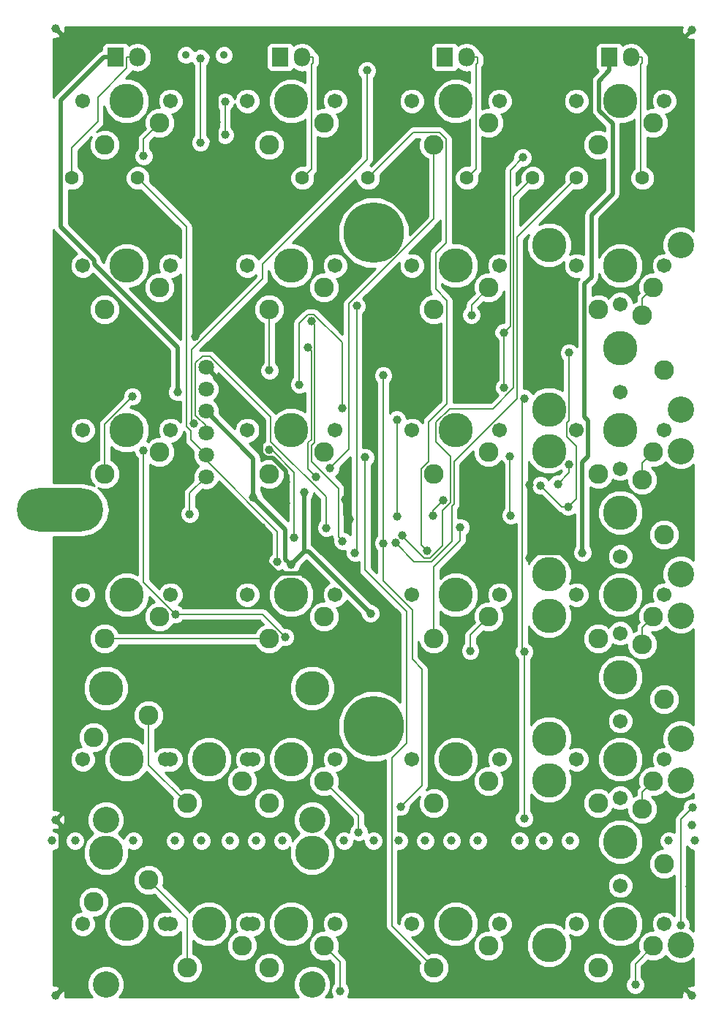
<source format=gtl>
G04 (created by PCBNEW (2013-02-13 BZR 3947)-testing) date 9/24/2013 12:40:49 PM*
%MOIN*%
G04 Gerber Fmt 3.4, Leading zero omitted, Abs format*
%FSLAX34Y34*%
G01*
G70*
G90*
G04 APERTURE LIST*
%ADD10C,0*%
%ADD11C,0.2756*%
%ADD12O,0.3937X0.1969*%
%ADD13C,0.0354331*%
%ADD14C,0.0708661*%
%ADD15C,0.0629921*%
%ADD16C,0.09*%
%ADD17C,0.157*%
%ADD18C,0.067*%
%ADD19O,0.075X0.085*%
%ADD20R,0.075X0.085*%
%ADD21C,0.0393701*%
%ADD22C,0.12*%
%ADD23C,0.00787402*%
%ADD24C,0.02*%
%ADD25C,0.01*%
G04 APERTURE END LIST*
G54D10*
G54D11*
X14851Y-32120D03*
G54D12*
X574Y-22244D03*
G54D13*
X6299Y-1523D03*
X8031Y-1523D03*
G54D14*
X7225Y-16746D03*
X7225Y-18746D03*
X7225Y-20746D03*
X7225Y-17746D03*
X7225Y-19746D03*
X7225Y-15746D03*
G54D15*
X1101Y-7121D03*
X4101Y-7121D03*
G54D16*
X4601Y-39120D03*
X2101Y-40120D03*
G54D17*
X3601Y-41120D03*
G54D18*
X1601Y-41120D03*
X5601Y-41120D03*
G54D16*
X17601Y-28120D03*
X20101Y-27120D03*
G54D17*
X18601Y-26120D03*
G54D18*
X20601Y-26120D03*
X16601Y-26120D03*
G54D16*
X17601Y-13121D03*
X20101Y-12121D03*
G54D17*
X18601Y-11121D03*
G54D18*
X20601Y-11121D03*
X16601Y-11121D03*
G54D16*
X25101Y-5622D03*
X27601Y-4622D03*
G54D17*
X26101Y-3622D03*
G54D18*
X28101Y-3622D03*
X24101Y-3622D03*
G54D16*
X17601Y-5622D03*
X20101Y-4622D03*
G54D17*
X18601Y-3622D03*
G54D18*
X20601Y-3622D03*
X16601Y-3622D03*
G54D16*
X17601Y-20620D03*
X20101Y-19620D03*
G54D17*
X18601Y-18620D03*
G54D18*
X20601Y-18620D03*
X16601Y-18620D03*
G54D16*
X10101Y-43122D03*
X12601Y-42122D03*
G54D17*
X11101Y-41122D03*
G54D18*
X13101Y-41122D03*
X9101Y-41122D03*
G54D19*
X26601Y-1621D03*
G54D20*
X25601Y-1621D03*
G54D19*
X4101Y-1621D03*
G54D20*
X3101Y-1621D03*
G54D21*
X351Y-36370D03*
X29351Y-371D03*
X29351Y-36620D03*
X351Y-322D03*
G54D16*
X2601Y-5621D03*
X5101Y-4621D03*
G54D17*
X3601Y-3621D03*
G54D18*
X5601Y-3621D03*
X1601Y-3621D03*
G54D16*
X2601Y-28120D03*
X5101Y-27120D03*
G54D17*
X3601Y-26120D03*
G54D18*
X5601Y-26120D03*
X1601Y-26120D03*
G54D16*
X10101Y-28120D03*
X12601Y-27120D03*
G54D17*
X11101Y-26120D03*
G54D18*
X13101Y-26120D03*
X9101Y-26120D03*
G54D16*
X10101Y-35620D03*
X12601Y-34620D03*
G54D17*
X11101Y-33620D03*
G54D18*
X13101Y-33620D03*
X9101Y-33620D03*
G54D16*
X17601Y-35620D03*
X20101Y-34620D03*
G54D17*
X18601Y-33620D03*
G54D18*
X20601Y-33620D03*
X16601Y-33620D03*
G54D16*
X4601Y-31620D03*
X2101Y-32620D03*
G54D17*
X3601Y-33620D03*
G54D18*
X1601Y-33620D03*
X5601Y-33620D03*
G54D16*
X10101Y-20620D03*
X12601Y-19620D03*
G54D17*
X11101Y-18620D03*
G54D18*
X13101Y-18620D03*
X9101Y-18620D03*
G54D16*
X2601Y-20620D03*
X5101Y-19620D03*
G54D17*
X3601Y-18620D03*
G54D18*
X5601Y-18620D03*
X1601Y-18620D03*
G54D16*
X10101Y-13121D03*
X12601Y-12121D03*
G54D17*
X11101Y-11121D03*
G54D18*
X13101Y-11121D03*
X9101Y-11121D03*
G54D16*
X25101Y-35622D03*
X27601Y-34622D03*
G54D17*
X26101Y-33622D03*
G54D18*
X28101Y-33622D03*
X24101Y-33622D03*
G54D16*
X25101Y-28122D03*
X27601Y-27122D03*
G54D17*
X26101Y-26122D03*
G54D18*
X28101Y-26122D03*
X24101Y-26122D03*
G54D16*
X2601Y-13121D03*
X5101Y-12121D03*
G54D17*
X3601Y-11121D03*
G54D18*
X5601Y-11121D03*
X1601Y-11121D03*
G54D16*
X10101Y-5621D03*
X12601Y-4621D03*
G54D17*
X11101Y-3621D03*
G54D18*
X13101Y-3621D03*
X9101Y-3621D03*
G54D15*
X24101Y-7121D03*
X27101Y-7121D03*
X14601Y-7121D03*
X11601Y-7121D03*
X22101Y-7121D03*
X19101Y-7121D03*
G54D19*
X11601Y-1621D03*
G54D20*
X10601Y-1621D03*
G54D19*
X19101Y-1621D03*
G54D20*
X18101Y-1621D03*
G54D21*
X29351Y-44372D03*
X351Y-44372D03*
G54D16*
X6351Y-35622D03*
X8851Y-34622D03*
G54D17*
X7351Y-33622D03*
G54D18*
X9351Y-33622D03*
X5351Y-33622D03*
G54D22*
X12051Y-36372D03*
X2651Y-36372D03*
G54D17*
X12051Y-30372D03*
X2651Y-30372D03*
G54D16*
X28101Y-30872D03*
X27101Y-28372D03*
G54D17*
X26101Y-29872D03*
G54D18*
X26101Y-27872D03*
X26101Y-31872D03*
G54D22*
X28851Y-25172D03*
X28851Y-34572D03*
G54D17*
X22851Y-25172D03*
X22851Y-34572D03*
G54D16*
X28101Y-15872D03*
X27101Y-13372D03*
G54D17*
X26101Y-14872D03*
G54D18*
X26101Y-12872D03*
X26101Y-16872D03*
G54D22*
X28851Y-10172D03*
X28851Y-19572D03*
G54D17*
X22851Y-10172D03*
X22851Y-19572D03*
G54D16*
X17601Y-43122D03*
X20101Y-42122D03*
G54D17*
X18601Y-41122D03*
G54D18*
X20601Y-41122D03*
X16601Y-41122D03*
G54D16*
X25101Y-43122D03*
X27601Y-42122D03*
G54D17*
X26101Y-41122D03*
G54D18*
X28101Y-41122D03*
X24101Y-41122D03*
G54D16*
X25101Y-13122D03*
X27601Y-12122D03*
G54D17*
X26101Y-11122D03*
G54D18*
X28101Y-11122D03*
X24101Y-11122D03*
G54D16*
X25101Y-20622D03*
X27601Y-19622D03*
G54D17*
X26101Y-18622D03*
G54D18*
X28101Y-18622D03*
X24101Y-18622D03*
G54D16*
X6351Y-43122D03*
X8851Y-42122D03*
G54D17*
X7351Y-41122D03*
G54D18*
X9351Y-41122D03*
X5351Y-41122D03*
G54D22*
X12051Y-43872D03*
X2651Y-43872D03*
G54D17*
X12051Y-37872D03*
X2651Y-37872D03*
G54D16*
X28101Y-23372D03*
X27101Y-20872D03*
G54D17*
X26101Y-22372D03*
G54D18*
X26101Y-20372D03*
X26101Y-24372D03*
G54D22*
X28851Y-17672D03*
X28851Y-27072D03*
G54D17*
X22851Y-17672D03*
X22851Y-27072D03*
G54D16*
X28101Y-38372D03*
X27101Y-35872D03*
G54D17*
X26101Y-37372D03*
G54D18*
X26101Y-35372D03*
X26101Y-39372D03*
G54D22*
X28851Y-32672D03*
X28851Y-42072D03*
G54D17*
X22851Y-32672D03*
X22851Y-42072D03*
G54D21*
X14851Y-37322D03*
X16001Y-37320D03*
X17201Y-37320D03*
X18401Y-37320D03*
X19601Y-37320D03*
X21501Y-37320D03*
X22601Y-37320D03*
X23801Y-37320D03*
X28301Y-37320D03*
X13501Y-37320D03*
X10701Y-37320D03*
X9501Y-37320D03*
X8301Y-37320D03*
X7001Y-37320D03*
X5801Y-37320D03*
X1251Y-37320D03*
X3901Y-37320D03*
G54D11*
X14851Y-9621D03*
G54D21*
X201Y-37320D03*
X29501Y-37320D03*
X17304Y-24129D03*
X16171Y-23406D03*
X15845Y-23748D03*
X10106Y-19513D03*
X11241Y-23527D03*
X4367Y-19546D03*
X5828Y-26999D03*
X10828Y-28044D03*
X15297Y-16120D03*
X15297Y-23768D03*
X16097Y-35770D03*
X21724Y-36312D03*
X21724Y-28714D03*
X21656Y-6194D03*
X20791Y-14174D03*
X20803Y-16675D03*
X21724Y-17175D03*
X28851Y-41167D03*
X29382Y-35815D03*
X15919Y-22556D03*
X15919Y-18137D03*
X10468Y-24608D03*
X12873Y-20347D03*
X10101Y-15889D03*
X3862Y-17082D03*
X18804Y-23045D03*
X14471Y-19857D03*
X12698Y-23071D03*
X6476Y-22440D03*
X6652Y-18301D03*
X14555Y-2230D03*
X901Y-15121D03*
X3051Y-15121D03*
X18901Y-8421D03*
X10301Y-7821D03*
X16551Y-7821D03*
X7701Y-10371D03*
X17501Y-9821D03*
X22101Y-14121D03*
X22101Y-11371D03*
X20551Y-10121D03*
X9251Y-14821D03*
X21101Y-38671D03*
X27651Y-36921D03*
X9351Y-39221D03*
X14351Y-39171D03*
X29251Y-39421D03*
X10862Y-20985D03*
X10862Y-21934D03*
X9763Y-23034D03*
X11716Y-25186D03*
X13767Y-22677D03*
X13570Y-21768D03*
X8187Y-2843D03*
X7710Y-4590D03*
X6732Y-14333D03*
X21957Y-21107D03*
X23919Y-24748D03*
X21957Y-24463D03*
X23720Y-22106D03*
X22460Y-21131D03*
X23759Y-15091D03*
X11853Y-14860D03*
X12225Y-20735D03*
X8086Y-5153D03*
X8086Y-3655D03*
X23247Y-21065D03*
X23756Y-20178D03*
X21074Y-19799D03*
X21104Y-22504D03*
X11466Y-16535D03*
X13418Y-17607D03*
X6965Y-5509D03*
X6965Y-1676D03*
X26785Y-43888D03*
X13330Y-44173D03*
X14176Y-36935D03*
X14086Y-12960D03*
X14003Y-24209D03*
X19312Y-13367D03*
X12012Y-13658D03*
X13441Y-23672D03*
X19262Y-28664D03*
X4367Y-6126D03*
X18031Y-21806D03*
X17557Y-22509D03*
X9377Y-21673D03*
X11087Y-24750D03*
X11678Y-21463D03*
X5921Y-16879D03*
X24375Y-24203D03*
X14713Y-26977D03*
G54D23*
X17018Y-23843D02*
X17304Y-24129D01*
X17018Y-20393D02*
X17018Y-23843D01*
X17376Y-20036D02*
X17018Y-20393D01*
X17376Y-18233D02*
X17376Y-20036D01*
X18201Y-17408D02*
X17376Y-18233D01*
X18201Y-12701D02*
X18201Y-17408D01*
X17680Y-12180D02*
X18201Y-12701D01*
X17680Y-10556D02*
X17680Y-12180D01*
X18171Y-10065D02*
X17680Y-10556D01*
X18171Y-5360D02*
X18171Y-10065D01*
X17861Y-5051D02*
X18171Y-5360D01*
X16671Y-5051D02*
X17861Y-5051D01*
X14601Y-7121D02*
X16671Y-5051D01*
X16171Y-23454D02*
X16171Y-23406D01*
X17171Y-24454D02*
X16171Y-23454D01*
X17426Y-24454D02*
X17171Y-24454D01*
X17990Y-23891D02*
X17426Y-24454D01*
X17990Y-22292D02*
X17990Y-23891D01*
X18360Y-21922D02*
X17990Y-22292D01*
X18360Y-19810D02*
X18360Y-21922D01*
X17681Y-19131D02*
X18360Y-19810D01*
X17681Y-18262D02*
X17681Y-19131D01*
X18312Y-17631D02*
X17681Y-18262D01*
X20310Y-17631D02*
X18312Y-17631D01*
X21244Y-16696D02*
X20310Y-17631D01*
X21244Y-7978D02*
X21244Y-16696D01*
X22101Y-7121D02*
X21244Y-7978D01*
X16709Y-24612D02*
X15845Y-23748D01*
X17491Y-24612D02*
X16709Y-24612D01*
X18419Y-23684D02*
X17491Y-24612D01*
X18419Y-22089D02*
X18419Y-23684D01*
X18518Y-21990D02*
X18419Y-22089D01*
X18518Y-20060D02*
X18518Y-21990D01*
X21402Y-17176D02*
X18518Y-20060D01*
X21402Y-9820D02*
X21402Y-17176D01*
X24101Y-7121D02*
X21402Y-9820D01*
X11241Y-20543D02*
X11241Y-23527D01*
X10212Y-19513D02*
X11241Y-20543D01*
X10106Y-19513D02*
X10212Y-19513D01*
X4367Y-25538D02*
X5828Y-26999D01*
X4367Y-19546D02*
X4367Y-25538D01*
X9783Y-26999D02*
X10828Y-28044D01*
X5828Y-26999D02*
X9783Y-26999D01*
X17060Y-34807D02*
X16097Y-35770D01*
X17060Y-29504D02*
X17060Y-34807D01*
X16612Y-29056D02*
X17060Y-29504D01*
X16612Y-26801D02*
X16612Y-29056D01*
X15297Y-25486D02*
X16612Y-26801D01*
X15297Y-23768D02*
X15297Y-25486D01*
X15297Y-23768D02*
X15297Y-16120D01*
X21724Y-36312D02*
X21724Y-28714D01*
X21083Y-13882D02*
X20791Y-14174D01*
X21083Y-6767D02*
X21083Y-13882D01*
X21656Y-6194D02*
X21083Y-6767D01*
X20803Y-14185D02*
X20803Y-16675D01*
X20791Y-14174D02*
X20803Y-14185D01*
X21636Y-17263D02*
X21724Y-17175D01*
X21636Y-28626D02*
X21636Y-17263D01*
X21724Y-28714D02*
X21636Y-28626D01*
X28851Y-36345D02*
X29382Y-35815D01*
X28851Y-41167D02*
X28851Y-36345D01*
X15919Y-22556D02*
X15919Y-18137D01*
X10468Y-23233D02*
X10468Y-24608D01*
X7225Y-19989D02*
X10468Y-23233D01*
X7225Y-19746D02*
X7225Y-19989D01*
X6540Y-19061D02*
X7225Y-19746D01*
X6540Y-18634D02*
X6540Y-19061D01*
X6540Y-18634D02*
X6540Y-18634D01*
X6337Y-18431D02*
X6540Y-18634D01*
X6337Y-9357D02*
X6337Y-18431D01*
X4101Y-7121D02*
X6337Y-9357D01*
X17601Y-8987D02*
X17601Y-5622D01*
X13733Y-12855D02*
X17601Y-8987D01*
X13733Y-19487D02*
X13733Y-12855D01*
X12873Y-20347D02*
X13733Y-19487D01*
X10101Y-13121D02*
X10101Y-15889D01*
X2601Y-18343D02*
X2601Y-20620D01*
X3862Y-17082D02*
X2601Y-18343D01*
X2601Y-28120D02*
X10101Y-28120D01*
X18804Y-23649D02*
X18804Y-23045D01*
X17601Y-24852D02*
X18804Y-23649D01*
X17601Y-28120D02*
X17601Y-24852D01*
X4601Y-33872D02*
X6351Y-35622D01*
X4601Y-31620D02*
X4601Y-33872D01*
X6351Y-40870D02*
X4601Y-39120D01*
X6351Y-43122D02*
X6351Y-40870D01*
X14471Y-24994D02*
X14471Y-19857D01*
X16348Y-26871D02*
X14471Y-24994D01*
X16348Y-32872D02*
X16348Y-26871D01*
X15686Y-33534D02*
X16348Y-32872D01*
X15686Y-41206D02*
X15686Y-33534D01*
X17601Y-43122D02*
X15686Y-41206D01*
X12698Y-21660D02*
X12698Y-23071D01*
X10172Y-19134D02*
X12698Y-21660D01*
X10172Y-19134D02*
X10172Y-19134D01*
X10172Y-18021D02*
X10172Y-19134D01*
X7405Y-15253D02*
X10172Y-18021D01*
X7045Y-15253D02*
X7405Y-15253D01*
X6737Y-15561D02*
X7045Y-15253D01*
X6737Y-17940D02*
X6737Y-15561D01*
X7225Y-18428D02*
X6737Y-17940D01*
X7225Y-18746D02*
X7225Y-18428D01*
X6476Y-21495D02*
X6476Y-22440D01*
X7225Y-20746D02*
X6476Y-21495D01*
X14555Y-6276D02*
X14555Y-2230D01*
X9783Y-11049D02*
X14555Y-6276D01*
X9783Y-11727D02*
X9783Y-11049D01*
X6573Y-14936D02*
X9783Y-11727D01*
X6573Y-18222D02*
X6573Y-14936D01*
X6652Y-18301D02*
X6573Y-18222D01*
G54D24*
X3051Y-15121D02*
X901Y-15121D01*
X18901Y-8421D02*
X18901Y-8471D01*
X7751Y-10371D02*
X10301Y-7821D01*
X7710Y-13354D02*
X7710Y-10380D01*
X7710Y-10380D02*
X7701Y-10371D01*
X7701Y-10371D02*
X7751Y-10371D01*
X22101Y-11371D02*
X22101Y-14121D01*
X18901Y-8471D02*
X20551Y-10121D01*
X6732Y-14333D02*
X7710Y-13354D01*
X9251Y-14821D02*
X9251Y-14871D01*
X27651Y-37521D02*
X26501Y-38671D01*
X26501Y-38671D02*
X21101Y-38671D01*
X27651Y-36921D02*
X27651Y-37521D01*
X14301Y-39221D02*
X9351Y-39221D01*
X14351Y-39171D02*
X14301Y-39221D01*
X585Y-36605D02*
X351Y-36370D01*
X585Y-44137D02*
X585Y-36605D01*
X351Y-44372D02*
X585Y-44137D01*
X10862Y-20492D02*
X10862Y-20985D01*
X10259Y-19889D02*
X10862Y-20492D01*
X9950Y-19889D02*
X10259Y-19889D01*
X9730Y-19669D02*
X9950Y-19889D01*
X9730Y-18252D02*
X9730Y-19669D01*
X7225Y-15746D02*
X9730Y-18252D01*
X10862Y-20985D02*
X10862Y-21934D01*
X13570Y-22480D02*
X13767Y-22677D01*
X13570Y-21768D02*
X13570Y-22480D01*
X7710Y-3319D02*
X7710Y-4590D01*
X8187Y-2843D02*
X7710Y-3319D01*
X7710Y-4590D02*
X7710Y-13354D01*
X11661Y-25131D02*
X11716Y-25186D01*
X10458Y-25131D02*
X11661Y-25131D01*
X9763Y-24436D02*
X10458Y-25131D01*
X9763Y-23034D02*
X9763Y-24436D01*
X23379Y-24207D02*
X21957Y-24207D01*
X23919Y-24748D02*
X23379Y-24207D01*
X21957Y-24463D02*
X21957Y-24207D01*
X21957Y-24207D02*
X21957Y-21107D01*
G54D23*
X11874Y-20385D02*
X12225Y-20735D01*
X11874Y-19180D02*
X11874Y-20385D01*
X12012Y-19042D02*
X11874Y-19180D01*
X12012Y-15019D02*
X12012Y-19042D01*
X11853Y-14860D02*
X12012Y-15019D01*
X23435Y-22106D02*
X23720Y-22106D01*
X22460Y-21131D02*
X23435Y-22106D01*
X23759Y-18164D02*
X23759Y-15091D01*
X23648Y-18275D02*
X23759Y-18164D01*
X23648Y-18903D02*
X23648Y-18275D01*
X24091Y-19345D02*
X23648Y-18903D01*
X24091Y-21736D02*
X24091Y-19345D01*
X23720Y-22106D02*
X24091Y-21736D01*
X27033Y-7052D02*
X27101Y-7121D01*
X27033Y-1937D02*
X27033Y-7052D01*
X27094Y-1875D02*
X27033Y-1937D01*
X27094Y-1621D02*
X27094Y-1875D01*
X26601Y-1621D02*
X27094Y-1621D01*
X8086Y-5153D02*
X8086Y-3655D01*
X21074Y-22473D02*
X21104Y-22504D01*
X21074Y-19799D02*
X21074Y-22473D01*
X23756Y-20555D02*
X23247Y-21065D01*
X23756Y-20178D02*
X23756Y-20555D01*
X11466Y-13731D02*
X11466Y-16535D01*
X11855Y-13342D02*
X11466Y-13731D01*
X12142Y-13342D02*
X11855Y-13342D01*
X13418Y-14618D02*
X12142Y-13342D01*
X13418Y-17607D02*
X13418Y-14618D01*
X19512Y-6710D02*
X19101Y-7121D01*
X19512Y-1957D02*
X19512Y-6710D01*
X19594Y-1875D02*
X19512Y-1957D01*
X19594Y-1621D02*
X19594Y-1875D01*
X19101Y-1621D02*
X19594Y-1621D01*
X12012Y-6710D02*
X11601Y-7121D01*
X12012Y-1957D02*
X12012Y-6710D01*
X12094Y-1875D02*
X12012Y-1957D01*
X12094Y-1621D02*
X12094Y-1875D01*
X11601Y-1621D02*
X12094Y-1621D01*
X6965Y-1676D02*
X6965Y-5509D01*
X26785Y-42938D02*
X26785Y-43888D01*
X27601Y-42122D02*
X26785Y-42938D01*
X13330Y-42851D02*
X13330Y-44173D01*
X12601Y-42122D02*
X13330Y-42851D01*
X14176Y-36195D02*
X14176Y-36935D01*
X12601Y-34620D02*
X14176Y-36195D01*
X14086Y-24126D02*
X14086Y-12960D01*
X14003Y-24209D02*
X14086Y-24126D01*
X27101Y-20122D02*
X27101Y-20872D01*
X27601Y-19622D02*
X27101Y-20122D01*
X27101Y-35122D02*
X27101Y-35872D01*
X27601Y-34622D02*
X27101Y-35122D01*
X27101Y-27622D02*
X27101Y-28372D01*
X27601Y-27122D02*
X27101Y-27622D01*
X27101Y-12622D02*
X27101Y-13372D01*
X27601Y-12122D02*
X27101Y-12622D01*
X19312Y-12909D02*
X19312Y-13367D01*
X20101Y-12121D02*
X19312Y-12909D01*
X12169Y-13815D02*
X12012Y-13658D01*
X12169Y-19186D02*
X12169Y-13815D01*
X12032Y-19324D02*
X12169Y-19186D01*
X12032Y-20056D02*
X12032Y-19324D01*
X13255Y-21279D02*
X12032Y-20056D01*
X13255Y-23486D02*
X13255Y-21279D01*
X13441Y-23672D02*
X13255Y-23486D01*
X1101Y-5745D02*
X1101Y-7121D01*
X2283Y-4563D02*
X1101Y-5745D01*
X2283Y-3439D02*
X2283Y-4563D01*
X3608Y-2114D02*
X2283Y-3439D01*
X3608Y-1621D02*
X3608Y-2114D01*
X4101Y-1621D02*
X3608Y-1621D01*
X19262Y-27959D02*
X19262Y-28664D01*
X20101Y-27120D02*
X19262Y-27959D01*
X4367Y-5354D02*
X4367Y-6126D01*
X5101Y-4621D02*
X4367Y-5354D01*
X17557Y-22279D02*
X17557Y-22509D01*
X18031Y-21806D02*
X17557Y-22279D01*
G54D24*
X9377Y-19899D02*
X9377Y-21673D01*
X7225Y-17746D02*
X9377Y-19899D01*
X10844Y-24506D02*
X11087Y-24750D01*
X10844Y-23140D02*
X10844Y-24506D01*
X9377Y-21673D02*
X10844Y-23140D01*
X5921Y-14840D02*
X5921Y-16879D01*
X2115Y-11034D02*
X5921Y-14840D01*
X2115Y-10877D02*
X2115Y-11034D01*
X597Y-9359D02*
X2115Y-10877D01*
X597Y-3570D02*
X597Y-9359D01*
X2547Y-1621D02*
X597Y-3570D01*
X3101Y-1621D02*
X2547Y-1621D01*
X25601Y-1621D02*
X25601Y-2224D01*
X25128Y-2698D02*
X25601Y-2224D01*
X25128Y-4044D02*
X25128Y-2698D01*
X25745Y-4661D02*
X25128Y-4044D01*
X25745Y-7837D02*
X25745Y-4661D01*
X24783Y-8800D02*
X25745Y-7837D01*
X24783Y-11635D02*
X24783Y-8800D01*
X24465Y-11953D02*
X24783Y-11635D01*
X24465Y-18012D02*
X24465Y-11953D01*
X24617Y-18164D02*
X24465Y-18012D01*
X24617Y-19824D02*
X24617Y-18164D01*
X24375Y-20065D02*
X24617Y-19824D01*
X24375Y-24203D02*
X24375Y-20065D01*
X11087Y-24750D02*
X11678Y-24158D01*
X11678Y-24158D02*
X11678Y-21463D01*
X11894Y-24158D02*
X14713Y-26977D01*
X11678Y-24158D02*
X11894Y-24158D01*
G54D10*
G36*
X6048Y-18240D02*
X5933Y-18125D01*
X5718Y-18035D01*
X5485Y-18035D01*
X5270Y-18124D01*
X5105Y-18289D01*
X5016Y-18503D01*
X5016Y-18736D01*
X5092Y-18920D01*
X4962Y-18920D01*
X4705Y-19027D01*
X4581Y-19151D01*
X4513Y-19123D01*
X4636Y-18827D01*
X4636Y-18415D01*
X4479Y-18035D01*
X4188Y-17743D01*
X3808Y-17586D01*
X3767Y-17586D01*
X3824Y-17529D01*
X3950Y-17529D01*
X4114Y-17461D01*
X4240Y-17336D01*
X4308Y-17171D01*
X4309Y-16994D01*
X4241Y-16829D01*
X4115Y-16703D01*
X3951Y-16635D01*
X3773Y-16635D01*
X3609Y-16703D01*
X3483Y-16829D01*
X3415Y-16993D01*
X3415Y-17120D01*
X3301Y-17233D01*
X3301Y-12982D01*
X3195Y-12725D01*
X2998Y-12527D01*
X2741Y-12421D01*
X2462Y-12420D01*
X2205Y-12527D01*
X2008Y-12724D01*
X1901Y-12981D01*
X1901Y-13259D01*
X2007Y-13517D01*
X2204Y-13714D01*
X2461Y-13820D01*
X2740Y-13821D01*
X2997Y-13714D01*
X3194Y-13518D01*
X3301Y-13260D01*
X3301Y-12982D01*
X3301Y-17233D01*
X2396Y-18138D01*
X2334Y-18232D01*
X2312Y-18343D01*
X2312Y-19983D01*
X2205Y-20027D01*
X2186Y-20045D01*
X2186Y-18505D01*
X2097Y-18289D01*
X1933Y-18125D01*
X1718Y-18035D01*
X1485Y-18035D01*
X1270Y-18124D01*
X1105Y-18289D01*
X1016Y-18503D01*
X1016Y-18736D01*
X1105Y-18951D01*
X1269Y-19116D01*
X1484Y-19205D01*
X1717Y-19205D01*
X1932Y-19117D01*
X2097Y-18952D01*
X2186Y-18737D01*
X2186Y-18505D01*
X2186Y-20045D01*
X2008Y-20223D01*
X1901Y-20481D01*
X1901Y-20759D01*
X2007Y-21016D01*
X2135Y-21144D01*
X2074Y-21103D01*
X1601Y-21009D01*
X270Y-21009D01*
X270Y-9475D01*
X274Y-9493D01*
X350Y-9606D01*
X1339Y-10596D01*
X1270Y-10624D01*
X1105Y-10789D01*
X1016Y-11004D01*
X1016Y-11236D01*
X1105Y-11452D01*
X1269Y-11616D01*
X1484Y-11705D01*
X1717Y-11706D01*
X1932Y-11617D01*
X2068Y-11481D01*
X5571Y-14985D01*
X5571Y-16597D01*
X5543Y-16626D01*
X5475Y-16790D01*
X5475Y-16968D01*
X5542Y-17132D01*
X5668Y-17258D01*
X5832Y-17326D01*
X6010Y-17326D01*
X6048Y-17310D01*
X6048Y-18240D01*
X6048Y-18240D01*
G37*
G54D25*
X6048Y-18240D02*
X5933Y-18125D01*
X5718Y-18035D01*
X5485Y-18035D01*
X5270Y-18124D01*
X5105Y-18289D01*
X5016Y-18503D01*
X5016Y-18736D01*
X5092Y-18920D01*
X4962Y-18920D01*
X4705Y-19027D01*
X4581Y-19151D01*
X4513Y-19123D01*
X4636Y-18827D01*
X4636Y-18415D01*
X4479Y-18035D01*
X4188Y-17743D01*
X3808Y-17586D01*
X3767Y-17586D01*
X3824Y-17529D01*
X3950Y-17529D01*
X4114Y-17461D01*
X4240Y-17336D01*
X4308Y-17171D01*
X4309Y-16994D01*
X4241Y-16829D01*
X4115Y-16703D01*
X3951Y-16635D01*
X3773Y-16635D01*
X3609Y-16703D01*
X3483Y-16829D01*
X3415Y-16993D01*
X3415Y-17120D01*
X3301Y-17233D01*
X3301Y-12982D01*
X3195Y-12725D01*
X2998Y-12527D01*
X2741Y-12421D01*
X2462Y-12420D01*
X2205Y-12527D01*
X2008Y-12724D01*
X1901Y-12981D01*
X1901Y-13259D01*
X2007Y-13517D01*
X2204Y-13714D01*
X2461Y-13820D01*
X2740Y-13821D01*
X2997Y-13714D01*
X3194Y-13518D01*
X3301Y-13260D01*
X3301Y-12982D01*
X3301Y-17233D01*
X2396Y-18138D01*
X2334Y-18232D01*
X2312Y-18343D01*
X2312Y-19983D01*
X2205Y-20027D01*
X2186Y-20045D01*
X2186Y-18505D01*
X2097Y-18289D01*
X1933Y-18125D01*
X1718Y-18035D01*
X1485Y-18035D01*
X1270Y-18124D01*
X1105Y-18289D01*
X1016Y-18503D01*
X1016Y-18736D01*
X1105Y-18951D01*
X1269Y-19116D01*
X1484Y-19205D01*
X1717Y-19205D01*
X1932Y-19117D01*
X2097Y-18952D01*
X2186Y-18737D01*
X2186Y-18505D01*
X2186Y-20045D01*
X2008Y-20223D01*
X1901Y-20481D01*
X1901Y-20759D01*
X2007Y-21016D01*
X2135Y-21144D01*
X2074Y-21103D01*
X1601Y-21009D01*
X270Y-21009D01*
X270Y-9475D01*
X274Y-9493D01*
X350Y-9606D01*
X1339Y-10596D01*
X1270Y-10624D01*
X1105Y-10789D01*
X1016Y-11004D01*
X1016Y-11236D01*
X1105Y-11452D01*
X1269Y-11616D01*
X1484Y-11705D01*
X1717Y-11706D01*
X1932Y-11617D01*
X2068Y-11481D01*
X5571Y-14985D01*
X5571Y-16597D01*
X5543Y-16626D01*
X5475Y-16790D01*
X5475Y-16968D01*
X5542Y-17132D01*
X5668Y-17258D01*
X5832Y-17326D01*
X6010Y-17326D01*
X6048Y-17310D01*
X6048Y-18240D01*
G54D10*
G36*
X9942Y-19929D02*
X9727Y-20017D01*
X9727Y-19899D01*
X9727Y-19899D01*
X9700Y-19765D01*
X9625Y-19651D01*
X9625Y-19651D01*
X9179Y-19205D01*
X9217Y-19205D01*
X9432Y-19117D01*
X9597Y-18952D01*
X9686Y-18737D01*
X9686Y-18505D01*
X9597Y-18289D01*
X9433Y-18125D01*
X9218Y-18035D01*
X8985Y-18035D01*
X8770Y-18124D01*
X8605Y-18289D01*
X8516Y-18503D01*
X8516Y-18543D01*
X7829Y-17856D01*
X7829Y-17627D01*
X7737Y-17404D01*
X7579Y-17246D01*
X7737Y-17089D01*
X7829Y-16867D01*
X7829Y-16627D01*
X7737Y-16404D01*
X7567Y-16234D01*
X7559Y-16231D01*
X7579Y-16172D01*
X7225Y-15817D01*
X7219Y-15823D01*
X7148Y-15752D01*
X7154Y-15746D01*
X7148Y-15741D01*
X7219Y-15670D01*
X7225Y-15676D01*
X7230Y-15670D01*
X7301Y-15741D01*
X7295Y-15746D01*
X7650Y-16101D01*
X7751Y-16067D01*
X7767Y-16024D01*
X9883Y-18141D01*
X9883Y-19122D01*
X9853Y-19134D01*
X9727Y-19260D01*
X9659Y-19424D01*
X9659Y-19602D01*
X9727Y-19766D01*
X9853Y-19892D01*
X9942Y-19929D01*
X9942Y-19929D01*
G37*
G54D25*
X9942Y-19929D02*
X9727Y-20017D01*
X9727Y-19899D01*
X9727Y-19899D01*
X9700Y-19765D01*
X9625Y-19651D01*
X9625Y-19651D01*
X9179Y-19205D01*
X9217Y-19205D01*
X9432Y-19117D01*
X9597Y-18952D01*
X9686Y-18737D01*
X9686Y-18505D01*
X9597Y-18289D01*
X9433Y-18125D01*
X9218Y-18035D01*
X8985Y-18035D01*
X8770Y-18124D01*
X8605Y-18289D01*
X8516Y-18503D01*
X8516Y-18543D01*
X7829Y-17856D01*
X7829Y-17627D01*
X7737Y-17404D01*
X7579Y-17246D01*
X7737Y-17089D01*
X7829Y-16867D01*
X7829Y-16627D01*
X7737Y-16404D01*
X7567Y-16234D01*
X7559Y-16231D01*
X7579Y-16172D01*
X7225Y-15817D01*
X7219Y-15823D01*
X7148Y-15752D01*
X7154Y-15746D01*
X7148Y-15741D01*
X7219Y-15670D01*
X7225Y-15676D01*
X7230Y-15670D01*
X7301Y-15741D01*
X7295Y-15746D01*
X7650Y-16101D01*
X7751Y-16067D01*
X7767Y-16024D01*
X9883Y-18141D01*
X9883Y-19122D01*
X9853Y-19134D01*
X9727Y-19260D01*
X9659Y-19424D01*
X9659Y-19602D01*
X9727Y-19766D01*
X9853Y-19892D01*
X9942Y-19929D01*
G54D10*
G36*
X10952Y-22754D02*
X9824Y-21625D01*
X9824Y-21585D01*
X9756Y-21421D01*
X9727Y-21392D01*
X9727Y-21223D01*
X9961Y-21320D01*
X10240Y-21320D01*
X10497Y-21214D01*
X10694Y-21017D01*
X10801Y-20760D01*
X10801Y-20512D01*
X10952Y-20663D01*
X10952Y-22754D01*
X10952Y-22754D01*
G37*
G54D25*
X10952Y-22754D02*
X9824Y-21625D01*
X9824Y-21585D01*
X9756Y-21421D01*
X9727Y-21392D01*
X9727Y-21223D01*
X9961Y-21320D01*
X10240Y-21320D01*
X10497Y-21214D01*
X10694Y-21017D01*
X10801Y-20760D01*
X10801Y-20512D01*
X10952Y-20663D01*
X10952Y-22754D01*
G54D10*
G36*
X13797Y-23395D02*
X13694Y-23293D01*
X13544Y-23231D01*
X13544Y-21279D01*
X13522Y-21168D01*
X13460Y-21075D01*
X13460Y-21075D01*
X13115Y-20730D01*
X13126Y-20726D01*
X13252Y-20600D01*
X13320Y-20436D01*
X13320Y-20309D01*
X13797Y-19833D01*
X13797Y-23395D01*
X13797Y-23395D01*
G37*
G54D25*
X13797Y-23395D02*
X13694Y-23293D01*
X13544Y-23231D01*
X13544Y-21279D01*
X13522Y-21168D01*
X13460Y-21075D01*
X13460Y-21075D01*
X13115Y-20730D01*
X13126Y-20726D01*
X13252Y-20600D01*
X13320Y-20436D01*
X13320Y-20309D01*
X13797Y-19833D01*
X13797Y-23395D01*
G54D10*
G36*
X17312Y-8867D02*
X16479Y-9700D01*
X16479Y-9298D01*
X16232Y-8700D01*
X15774Y-8241D01*
X15176Y-7993D01*
X14528Y-7992D01*
X13930Y-8240D01*
X13471Y-8697D01*
X13223Y-9295D01*
X13222Y-9943D01*
X13470Y-10542D01*
X13927Y-11000D01*
X14525Y-11248D01*
X14930Y-11249D01*
X13686Y-12493D01*
X13686Y-11005D01*
X13597Y-10790D01*
X13433Y-10625D01*
X13218Y-10536D01*
X12985Y-10535D01*
X12770Y-10624D01*
X12605Y-10789D01*
X12516Y-11004D01*
X12516Y-11236D01*
X12592Y-11421D01*
X12462Y-11420D01*
X12205Y-11527D01*
X12008Y-11724D01*
X11901Y-11981D01*
X11901Y-12259D01*
X12007Y-12517D01*
X12204Y-12714D01*
X12461Y-12820D01*
X12740Y-12821D01*
X12997Y-12714D01*
X13194Y-12518D01*
X13301Y-12260D01*
X13301Y-11982D01*
X13195Y-11725D01*
X13176Y-11706D01*
X13217Y-11706D01*
X13432Y-11617D01*
X13597Y-11452D01*
X13686Y-11237D01*
X13686Y-11005D01*
X13686Y-12493D01*
X13528Y-12650D01*
X13466Y-12744D01*
X13444Y-12855D01*
X13444Y-14235D01*
X12347Y-13138D01*
X12253Y-13075D01*
X12142Y-13053D01*
X11855Y-13053D01*
X11744Y-13075D01*
X11650Y-13138D01*
X11262Y-13526D01*
X11199Y-13620D01*
X11177Y-13731D01*
X11177Y-16192D01*
X11088Y-16281D01*
X11019Y-16446D01*
X11019Y-16623D01*
X11087Y-16788D01*
X11213Y-16914D01*
X11377Y-16982D01*
X11555Y-16982D01*
X11719Y-16914D01*
X11722Y-16910D01*
X11722Y-17778D01*
X11688Y-17743D01*
X11308Y-17586D01*
X10896Y-17585D01*
X10801Y-17624D01*
X10801Y-12982D01*
X10695Y-12725D01*
X10498Y-12527D01*
X10241Y-12421D01*
X9962Y-12420D01*
X9705Y-12527D01*
X9508Y-12724D01*
X9401Y-12981D01*
X9401Y-13259D01*
X9507Y-13517D01*
X9704Y-13714D01*
X9812Y-13758D01*
X9812Y-15547D01*
X9722Y-15636D01*
X9654Y-15800D01*
X9654Y-15978D01*
X9722Y-16142D01*
X9847Y-16268D01*
X10012Y-16336D01*
X10189Y-16336D01*
X10354Y-16268D01*
X10479Y-16143D01*
X10548Y-15979D01*
X10548Y-15801D01*
X10480Y-15636D01*
X10390Y-15547D01*
X10390Y-13758D01*
X10497Y-13714D01*
X10694Y-13518D01*
X10801Y-13260D01*
X10801Y-12982D01*
X10801Y-17624D01*
X10515Y-17742D01*
X10403Y-17855D01*
X10403Y-17855D01*
X10377Y-17816D01*
X10377Y-17816D01*
X7610Y-15049D01*
X7516Y-14986D01*
X7405Y-14964D01*
X7045Y-14964D01*
X6934Y-14986D01*
X6931Y-14988D01*
X9987Y-11932D01*
X9987Y-11932D01*
X10050Y-11838D01*
X10050Y-11838D01*
X10054Y-11820D01*
X10072Y-11727D01*
X10072Y-11727D01*
X10072Y-11341D01*
X10223Y-11706D01*
X10514Y-11997D01*
X10894Y-12155D01*
X11306Y-12156D01*
X11686Y-11999D01*
X11978Y-11708D01*
X12136Y-11327D01*
X12136Y-10916D01*
X11979Y-10535D01*
X11688Y-10244D01*
X11308Y-10086D01*
X11155Y-10086D01*
X14036Y-7205D01*
X14036Y-7232D01*
X14122Y-7440D01*
X14280Y-7599D01*
X14488Y-7685D01*
X14713Y-7686D01*
X14920Y-7600D01*
X15080Y-7441D01*
X15166Y-7233D01*
X15166Y-7009D01*
X15153Y-6978D01*
X16791Y-5340D01*
X16960Y-5340D01*
X16901Y-5482D01*
X16901Y-5760D01*
X17007Y-6018D01*
X17204Y-6215D01*
X17312Y-6259D01*
X17312Y-8867D01*
X17312Y-8867D01*
G37*
G54D25*
X17312Y-8867D02*
X16479Y-9700D01*
X16479Y-9298D01*
X16232Y-8700D01*
X15774Y-8241D01*
X15176Y-7993D01*
X14528Y-7992D01*
X13930Y-8240D01*
X13471Y-8697D01*
X13223Y-9295D01*
X13222Y-9943D01*
X13470Y-10542D01*
X13927Y-11000D01*
X14525Y-11248D01*
X14930Y-11249D01*
X13686Y-12493D01*
X13686Y-11005D01*
X13597Y-10790D01*
X13433Y-10625D01*
X13218Y-10536D01*
X12985Y-10535D01*
X12770Y-10624D01*
X12605Y-10789D01*
X12516Y-11004D01*
X12516Y-11236D01*
X12592Y-11421D01*
X12462Y-11420D01*
X12205Y-11527D01*
X12008Y-11724D01*
X11901Y-11981D01*
X11901Y-12259D01*
X12007Y-12517D01*
X12204Y-12714D01*
X12461Y-12820D01*
X12740Y-12821D01*
X12997Y-12714D01*
X13194Y-12518D01*
X13301Y-12260D01*
X13301Y-11982D01*
X13195Y-11725D01*
X13176Y-11706D01*
X13217Y-11706D01*
X13432Y-11617D01*
X13597Y-11452D01*
X13686Y-11237D01*
X13686Y-11005D01*
X13686Y-12493D01*
X13528Y-12650D01*
X13466Y-12744D01*
X13444Y-12855D01*
X13444Y-14235D01*
X12347Y-13138D01*
X12253Y-13075D01*
X12142Y-13053D01*
X11855Y-13053D01*
X11744Y-13075D01*
X11650Y-13138D01*
X11262Y-13526D01*
X11199Y-13620D01*
X11177Y-13731D01*
X11177Y-16192D01*
X11088Y-16281D01*
X11019Y-16446D01*
X11019Y-16623D01*
X11087Y-16788D01*
X11213Y-16914D01*
X11377Y-16982D01*
X11555Y-16982D01*
X11719Y-16914D01*
X11722Y-16910D01*
X11722Y-17778D01*
X11688Y-17743D01*
X11308Y-17586D01*
X10896Y-17585D01*
X10801Y-17624D01*
X10801Y-12982D01*
X10695Y-12725D01*
X10498Y-12527D01*
X10241Y-12421D01*
X9962Y-12420D01*
X9705Y-12527D01*
X9508Y-12724D01*
X9401Y-12981D01*
X9401Y-13259D01*
X9507Y-13517D01*
X9704Y-13714D01*
X9812Y-13758D01*
X9812Y-15547D01*
X9722Y-15636D01*
X9654Y-15800D01*
X9654Y-15978D01*
X9722Y-16142D01*
X9847Y-16268D01*
X10012Y-16336D01*
X10189Y-16336D01*
X10354Y-16268D01*
X10479Y-16143D01*
X10548Y-15979D01*
X10548Y-15801D01*
X10480Y-15636D01*
X10390Y-15547D01*
X10390Y-13758D01*
X10497Y-13714D01*
X10694Y-13518D01*
X10801Y-13260D01*
X10801Y-12982D01*
X10801Y-17624D01*
X10515Y-17742D01*
X10403Y-17855D01*
X10403Y-17855D01*
X10377Y-17816D01*
X10377Y-17816D01*
X7610Y-15049D01*
X7516Y-14986D01*
X7405Y-14964D01*
X7045Y-14964D01*
X6934Y-14986D01*
X6931Y-14988D01*
X9987Y-11932D01*
X9987Y-11932D01*
X10050Y-11838D01*
X10050Y-11838D01*
X10054Y-11820D01*
X10072Y-11727D01*
X10072Y-11727D01*
X10072Y-11341D01*
X10223Y-11706D01*
X10514Y-11997D01*
X10894Y-12155D01*
X11306Y-12156D01*
X11686Y-11999D01*
X11978Y-11708D01*
X12136Y-11327D01*
X12136Y-10916D01*
X11979Y-10535D01*
X11688Y-10244D01*
X11308Y-10086D01*
X11155Y-10086D01*
X14036Y-7205D01*
X14036Y-7232D01*
X14122Y-7440D01*
X14280Y-7599D01*
X14488Y-7685D01*
X14713Y-7686D01*
X14920Y-7600D01*
X15080Y-7441D01*
X15166Y-7233D01*
X15166Y-7009D01*
X15153Y-6978D01*
X16791Y-5340D01*
X16960Y-5340D01*
X16901Y-5482D01*
X16901Y-5760D01*
X17007Y-6018D01*
X17204Y-6215D01*
X17312Y-6259D01*
X17312Y-8867D01*
G54D10*
G36*
X17912Y-17288D02*
X17171Y-18028D01*
X17109Y-18122D01*
X17087Y-18233D01*
X17087Y-18279D01*
X16933Y-18125D01*
X16718Y-18035D01*
X16485Y-18035D01*
X16366Y-18084D01*
X16366Y-18048D01*
X16299Y-17884D01*
X16173Y-17758D01*
X16009Y-17690D01*
X15831Y-17690D01*
X15667Y-17758D01*
X15587Y-17838D01*
X15587Y-16463D01*
X15676Y-16374D01*
X15744Y-16210D01*
X15744Y-16032D01*
X15676Y-15868D01*
X15551Y-15742D01*
X15386Y-15674D01*
X15209Y-15673D01*
X15044Y-15741D01*
X14919Y-15867D01*
X14850Y-16031D01*
X14850Y-16209D01*
X14918Y-16373D01*
X15008Y-16463D01*
X15008Y-23425D01*
X14919Y-23514D01*
X14850Y-23679D01*
X14850Y-23856D01*
X14918Y-24021D01*
X15008Y-24111D01*
X15008Y-25122D01*
X14761Y-24874D01*
X14761Y-20200D01*
X14850Y-20111D01*
X14918Y-19947D01*
X14918Y-19769D01*
X14850Y-19605D01*
X14725Y-19479D01*
X14560Y-19411D01*
X14383Y-19411D01*
X14375Y-19414D01*
X14375Y-13303D01*
X14465Y-13214D01*
X14533Y-13050D01*
X14533Y-12872D01*
X14465Y-12708D01*
X14377Y-12620D01*
X16032Y-10965D01*
X16016Y-11004D01*
X16016Y-11236D01*
X16105Y-11452D01*
X16269Y-11616D01*
X16484Y-11705D01*
X16717Y-11706D01*
X16932Y-11617D01*
X17097Y-11452D01*
X17186Y-11237D01*
X17186Y-11005D01*
X17097Y-10790D01*
X16933Y-10625D01*
X16718Y-10536D01*
X16485Y-10535D01*
X16445Y-10552D01*
X17806Y-9191D01*
X17806Y-9191D01*
X17848Y-9129D01*
X17868Y-9098D01*
X17868Y-9098D01*
X17881Y-9033D01*
X17881Y-9945D01*
X17475Y-10351D01*
X17413Y-10445D01*
X17391Y-10556D01*
X17391Y-12180D01*
X17413Y-12291D01*
X17475Y-12385D01*
X17511Y-12420D01*
X17462Y-12420D01*
X17205Y-12527D01*
X17008Y-12724D01*
X16901Y-12981D01*
X16901Y-13259D01*
X17007Y-13517D01*
X17204Y-13714D01*
X17461Y-13820D01*
X17740Y-13821D01*
X17912Y-13750D01*
X17912Y-17288D01*
X17912Y-17288D01*
G37*
G54D25*
X17912Y-17288D02*
X17171Y-18028D01*
X17109Y-18122D01*
X17087Y-18233D01*
X17087Y-18279D01*
X16933Y-18125D01*
X16718Y-18035D01*
X16485Y-18035D01*
X16366Y-18084D01*
X16366Y-18048D01*
X16299Y-17884D01*
X16173Y-17758D01*
X16009Y-17690D01*
X15831Y-17690D01*
X15667Y-17758D01*
X15587Y-17838D01*
X15587Y-16463D01*
X15676Y-16374D01*
X15744Y-16210D01*
X15744Y-16032D01*
X15676Y-15868D01*
X15551Y-15742D01*
X15386Y-15674D01*
X15209Y-15673D01*
X15044Y-15741D01*
X14919Y-15867D01*
X14850Y-16031D01*
X14850Y-16209D01*
X14918Y-16373D01*
X15008Y-16463D01*
X15008Y-23425D01*
X14919Y-23514D01*
X14850Y-23679D01*
X14850Y-23856D01*
X14918Y-24021D01*
X15008Y-24111D01*
X15008Y-25122D01*
X14761Y-24874D01*
X14761Y-20200D01*
X14850Y-20111D01*
X14918Y-19947D01*
X14918Y-19769D01*
X14850Y-19605D01*
X14725Y-19479D01*
X14560Y-19411D01*
X14383Y-19411D01*
X14375Y-19414D01*
X14375Y-13303D01*
X14465Y-13214D01*
X14533Y-13050D01*
X14533Y-12872D01*
X14465Y-12708D01*
X14377Y-12620D01*
X16032Y-10965D01*
X16016Y-11004D01*
X16016Y-11236D01*
X16105Y-11452D01*
X16269Y-11616D01*
X16484Y-11705D01*
X16717Y-11706D01*
X16932Y-11617D01*
X17097Y-11452D01*
X17186Y-11237D01*
X17186Y-11005D01*
X17097Y-10790D01*
X16933Y-10625D01*
X16718Y-10536D01*
X16485Y-10535D01*
X16445Y-10552D01*
X17806Y-9191D01*
X17806Y-9191D01*
X17848Y-9129D01*
X17868Y-9098D01*
X17868Y-9098D01*
X17881Y-9033D01*
X17881Y-9945D01*
X17475Y-10351D01*
X17413Y-10445D01*
X17391Y-10556D01*
X17391Y-12180D01*
X17413Y-12291D01*
X17475Y-12385D01*
X17511Y-12420D01*
X17462Y-12420D01*
X17205Y-12527D01*
X17008Y-12724D01*
X16901Y-12981D01*
X16901Y-13259D01*
X17007Y-13517D01*
X17204Y-13714D01*
X17461Y-13820D01*
X17740Y-13821D01*
X17912Y-13750D01*
X17912Y-17288D01*
G54D10*
G36*
X24217Y-11707D02*
X24142Y-11819D01*
X24115Y-11953D01*
X24115Y-14815D01*
X24013Y-14712D01*
X23848Y-14644D01*
X23671Y-14644D01*
X23506Y-14712D01*
X23380Y-14838D01*
X23312Y-15002D01*
X23312Y-15179D01*
X23380Y-15344D01*
X23470Y-15434D01*
X23470Y-16826D01*
X23438Y-16795D01*
X23058Y-16637D01*
X22646Y-16636D01*
X22266Y-16794D01*
X22113Y-16946D01*
X22103Y-16922D01*
X21977Y-16796D01*
X21813Y-16728D01*
X21691Y-16728D01*
X21691Y-9940D01*
X21923Y-9708D01*
X21816Y-9965D01*
X21816Y-10377D01*
X21973Y-10757D01*
X22264Y-11048D01*
X22644Y-11206D01*
X23056Y-11207D01*
X23437Y-11049D01*
X23541Y-10946D01*
X23516Y-11005D01*
X23516Y-11237D01*
X23605Y-11452D01*
X23769Y-11617D01*
X23984Y-11706D01*
X24217Y-11707D01*
X24217Y-11707D01*
X24217Y-11707D01*
G37*
G54D25*
X24217Y-11707D02*
X24142Y-11819D01*
X24115Y-11953D01*
X24115Y-14815D01*
X24013Y-14712D01*
X23848Y-14644D01*
X23671Y-14644D01*
X23506Y-14712D01*
X23380Y-14838D01*
X23312Y-15002D01*
X23312Y-15179D01*
X23380Y-15344D01*
X23470Y-15434D01*
X23470Y-16826D01*
X23438Y-16795D01*
X23058Y-16637D01*
X22646Y-16636D01*
X22266Y-16794D01*
X22113Y-16946D01*
X22103Y-16922D01*
X21977Y-16796D01*
X21813Y-16728D01*
X21691Y-16728D01*
X21691Y-9940D01*
X21923Y-9708D01*
X21816Y-9965D01*
X21816Y-10377D01*
X21973Y-10757D01*
X22264Y-11048D01*
X22644Y-11206D01*
X23056Y-11207D01*
X23437Y-11049D01*
X23541Y-10946D01*
X23516Y-11005D01*
X23516Y-11237D01*
X23605Y-11452D01*
X23769Y-11617D01*
X23984Y-11706D01*
X24217Y-11707D01*
X24217Y-11707D01*
G54D10*
G36*
X29427Y-36626D02*
X29356Y-36697D01*
X29351Y-36691D01*
X29345Y-36697D01*
X29274Y-36626D01*
X29280Y-36620D01*
X29274Y-36615D01*
X29345Y-36544D01*
X29351Y-36550D01*
X29356Y-36544D01*
X29427Y-36615D01*
X29421Y-36620D01*
X29427Y-36626D01*
X29427Y-36626D01*
G37*
G54D25*
X29427Y-36626D02*
X29356Y-36697D01*
X29351Y-36691D01*
X29345Y-36697D01*
X29274Y-36626D01*
X29280Y-36620D01*
X29274Y-36615D01*
X29345Y-36544D01*
X29351Y-36550D01*
X29356Y-36544D01*
X29427Y-36615D01*
X29421Y-36620D01*
X29427Y-36626D01*
G54D10*
G36*
X29431Y-9550D02*
X29333Y-9451D01*
X29021Y-9322D01*
X28683Y-9321D01*
X28370Y-9451D01*
X28131Y-9689D01*
X28001Y-10002D01*
X28001Y-10340D01*
X28082Y-10537D01*
X27985Y-10536D01*
X27770Y-10625D01*
X27605Y-10790D01*
X27516Y-11005D01*
X27516Y-11237D01*
X27592Y-11422D01*
X27462Y-11421D01*
X27205Y-11528D01*
X27008Y-11725D01*
X26901Y-11982D01*
X26901Y-12260D01*
X26945Y-12368D01*
X26896Y-12417D01*
X26834Y-12511D01*
X26812Y-12622D01*
X26812Y-12734D01*
X26705Y-12778D01*
X26686Y-12797D01*
X26686Y-12756D01*
X26597Y-12541D01*
X26433Y-12376D01*
X26218Y-12287D01*
X25985Y-12286D01*
X25770Y-12375D01*
X25605Y-12540D01*
X25577Y-12608D01*
X25498Y-12528D01*
X25241Y-12422D01*
X24962Y-12421D01*
X24815Y-12482D01*
X24815Y-12098D01*
X25030Y-11883D01*
X25106Y-11769D01*
X25133Y-11635D01*
X25133Y-11489D01*
X25223Y-11707D01*
X25514Y-11998D01*
X25894Y-12156D01*
X26306Y-12157D01*
X26687Y-11999D01*
X26978Y-11709D01*
X27136Y-11328D01*
X27136Y-10917D01*
X26979Y-10536D01*
X26688Y-10245D01*
X26308Y-10087D01*
X25896Y-10086D01*
X25516Y-10244D01*
X25224Y-10535D01*
X25133Y-10754D01*
X25133Y-8945D01*
X25993Y-8085D01*
X25993Y-8085D01*
X25993Y-8085D01*
X26069Y-7971D01*
X26095Y-7837D01*
X26095Y-7837D01*
X26095Y-7837D01*
X26095Y-4661D01*
X26095Y-4657D01*
X26306Y-4657D01*
X26687Y-4499D01*
X26743Y-4443D01*
X26743Y-6680D01*
X26622Y-6800D01*
X26536Y-7008D01*
X26536Y-7232D01*
X26622Y-7440D01*
X26781Y-7599D01*
X26988Y-7685D01*
X27213Y-7686D01*
X27421Y-7600D01*
X27580Y-7441D01*
X27666Y-7233D01*
X27666Y-7009D01*
X27580Y-6801D01*
X27422Y-6642D01*
X27322Y-6601D01*
X27322Y-5264D01*
X27461Y-5321D01*
X27740Y-5322D01*
X27997Y-5215D01*
X28194Y-5019D01*
X28301Y-4761D01*
X28301Y-4483D01*
X28195Y-4226D01*
X28176Y-4207D01*
X28217Y-4207D01*
X28432Y-4118D01*
X28597Y-3953D01*
X28686Y-3738D01*
X28686Y-3506D01*
X28597Y-3291D01*
X28433Y-3126D01*
X28218Y-3037D01*
X27985Y-3036D01*
X27770Y-3125D01*
X27605Y-3290D01*
X27516Y-3505D01*
X27516Y-3737D01*
X27592Y-3922D01*
X27462Y-3921D01*
X27322Y-3979D01*
X27322Y-2045D01*
X27341Y-2017D01*
X27362Y-1986D01*
X27362Y-1986D01*
X27384Y-1875D01*
X27384Y-1875D01*
X27384Y-1621D01*
X27362Y-1510D01*
X27299Y-1416D01*
X27205Y-1353D01*
X27185Y-1349D01*
X27178Y-1318D01*
X27043Y-1115D01*
X26840Y-980D01*
X26601Y-932D01*
X26362Y-980D01*
X26202Y-1087D01*
X26188Y-1054D01*
X26118Y-984D01*
X26026Y-946D01*
X25927Y-946D01*
X25177Y-946D01*
X25085Y-983D01*
X25014Y-1054D01*
X24976Y-1146D01*
X24976Y-1245D01*
X24976Y-2095D01*
X25014Y-2187D01*
X25079Y-2252D01*
X24880Y-2450D01*
X24805Y-2564D01*
X24778Y-2698D01*
X24778Y-4044D01*
X24805Y-4178D01*
X24880Y-4291D01*
X25395Y-4806D01*
X25395Y-4986D01*
X25241Y-4922D01*
X24962Y-4921D01*
X24705Y-5028D01*
X24686Y-5047D01*
X24686Y-3506D01*
X24597Y-3291D01*
X24433Y-3126D01*
X24218Y-3037D01*
X23985Y-3036D01*
X23770Y-3125D01*
X23605Y-3290D01*
X23516Y-3505D01*
X23516Y-3737D01*
X23605Y-3952D01*
X23769Y-4117D01*
X23984Y-4206D01*
X24217Y-4207D01*
X24432Y-4118D01*
X24597Y-3953D01*
X24686Y-3738D01*
X24686Y-3506D01*
X24686Y-5047D01*
X24508Y-5225D01*
X24401Y-5482D01*
X24401Y-5760D01*
X24507Y-6018D01*
X24704Y-6215D01*
X24961Y-6321D01*
X25240Y-6322D01*
X25395Y-6257D01*
X25395Y-7692D01*
X24535Y-8552D01*
X24460Y-8666D01*
X24433Y-8800D01*
X24433Y-10626D01*
X24433Y-10626D01*
X24218Y-10537D01*
X23985Y-10536D01*
X23786Y-10619D01*
X23886Y-10378D01*
X23886Y-9967D01*
X23729Y-9586D01*
X23438Y-9295D01*
X23058Y-9137D01*
X22646Y-9136D01*
X22388Y-9243D01*
X23958Y-7673D01*
X23988Y-7685D01*
X24213Y-7686D01*
X24421Y-7600D01*
X24580Y-7441D01*
X24666Y-7233D01*
X24666Y-7009D01*
X24580Y-6801D01*
X24422Y-6642D01*
X24214Y-6556D01*
X23989Y-6556D01*
X23781Y-6641D01*
X23622Y-6800D01*
X23536Y-7008D01*
X23536Y-7232D01*
X23549Y-7264D01*
X21533Y-9279D01*
X21533Y-8097D01*
X21958Y-7673D01*
X21988Y-7685D01*
X22213Y-7686D01*
X22421Y-7600D01*
X22580Y-7441D01*
X22666Y-7233D01*
X22666Y-7009D01*
X22580Y-6801D01*
X22422Y-6642D01*
X22214Y-6556D01*
X21989Y-6556D01*
X21781Y-6641D01*
X21622Y-6800D01*
X21536Y-7008D01*
X21536Y-7232D01*
X21549Y-7264D01*
X21373Y-7440D01*
X21373Y-6886D01*
X21618Y-6641D01*
X21744Y-6641D01*
X21909Y-6573D01*
X22034Y-6448D01*
X22102Y-6283D01*
X22103Y-6106D01*
X22035Y-5941D01*
X21909Y-5815D01*
X21745Y-5747D01*
X21567Y-5747D01*
X21403Y-5815D01*
X21277Y-5941D01*
X21209Y-6105D01*
X21209Y-6232D01*
X21186Y-6254D01*
X21186Y-3506D01*
X21097Y-3291D01*
X20933Y-3126D01*
X20718Y-3037D01*
X20485Y-3036D01*
X20270Y-3125D01*
X20105Y-3290D01*
X20016Y-3505D01*
X20016Y-3737D01*
X20092Y-3922D01*
X19962Y-3921D01*
X19801Y-3988D01*
X19801Y-2076D01*
X19801Y-2076D01*
X19862Y-1986D01*
X19884Y-1875D01*
X19884Y-1875D01*
X19884Y-1621D01*
X19862Y-1510D01*
X19799Y-1416D01*
X19705Y-1353D01*
X19685Y-1349D01*
X19678Y-1318D01*
X19543Y-1115D01*
X19340Y-980D01*
X19101Y-932D01*
X18862Y-980D01*
X18702Y-1087D01*
X18688Y-1054D01*
X18618Y-984D01*
X18526Y-946D01*
X18427Y-946D01*
X17677Y-946D01*
X17585Y-983D01*
X17514Y-1054D01*
X17476Y-1146D01*
X17476Y-1245D01*
X17476Y-2095D01*
X17514Y-2187D01*
X17584Y-2257D01*
X17676Y-2296D01*
X17776Y-2296D01*
X18526Y-2296D01*
X18618Y-2258D01*
X18688Y-2187D01*
X18702Y-2154D01*
X18862Y-2261D01*
X19101Y-2309D01*
X19223Y-2285D01*
X19223Y-2779D01*
X19188Y-2745D01*
X18808Y-2587D01*
X18396Y-2586D01*
X18016Y-2744D01*
X17724Y-3035D01*
X17566Y-3415D01*
X17566Y-3827D01*
X17723Y-4207D01*
X18014Y-4498D01*
X18394Y-4656D01*
X18806Y-4657D01*
X19187Y-4499D01*
X19223Y-4463D01*
X19223Y-6559D01*
X19214Y-6556D01*
X18989Y-6556D01*
X18781Y-6641D01*
X18622Y-6800D01*
X18536Y-7008D01*
X18536Y-7232D01*
X18622Y-7440D01*
X18781Y-7599D01*
X18988Y-7685D01*
X19213Y-7686D01*
X19421Y-7600D01*
X19580Y-7441D01*
X19666Y-7233D01*
X19666Y-7009D01*
X19653Y-6978D01*
X19717Y-6914D01*
X19717Y-6914D01*
X19779Y-6820D01*
X19779Y-6820D01*
X19783Y-6802D01*
X19801Y-6710D01*
X19801Y-6710D01*
X19801Y-5255D01*
X19961Y-5321D01*
X20240Y-5322D01*
X20497Y-5215D01*
X20694Y-5019D01*
X20801Y-4761D01*
X20801Y-4483D01*
X20695Y-4226D01*
X20676Y-4207D01*
X20717Y-4207D01*
X20932Y-4118D01*
X21097Y-3953D01*
X21186Y-3738D01*
X21186Y-3506D01*
X21186Y-6254D01*
X20879Y-6562D01*
X20816Y-6656D01*
X20794Y-6767D01*
X20794Y-10567D01*
X20718Y-10536D01*
X20485Y-10535D01*
X20270Y-10624D01*
X20105Y-10789D01*
X20016Y-11004D01*
X20016Y-11236D01*
X20092Y-11421D01*
X19962Y-11420D01*
X19705Y-11527D01*
X19508Y-11724D01*
X19401Y-11981D01*
X19401Y-12259D01*
X19445Y-12367D01*
X19108Y-12705D01*
X19045Y-12798D01*
X19023Y-12909D01*
X19023Y-13025D01*
X18934Y-13114D01*
X18866Y-13278D01*
X18865Y-13456D01*
X18933Y-13620D01*
X19059Y-13746D01*
X19223Y-13814D01*
X19401Y-13814D01*
X19565Y-13746D01*
X19691Y-13621D01*
X19759Y-13456D01*
X19759Y-13279D01*
X19691Y-13114D01*
X19604Y-13027D01*
X19855Y-12776D01*
X19961Y-12820D01*
X20240Y-12821D01*
X20497Y-12714D01*
X20694Y-12518D01*
X20794Y-12278D01*
X20794Y-13727D01*
X20703Y-13727D01*
X20538Y-13795D01*
X20413Y-13920D01*
X20344Y-14085D01*
X20344Y-14262D01*
X20412Y-14427D01*
X20513Y-14528D01*
X20513Y-16333D01*
X20424Y-16422D01*
X20356Y-16586D01*
X20356Y-16764D01*
X20424Y-16928D01*
X20513Y-17018D01*
X20190Y-17341D01*
X18490Y-17341D01*
X18490Y-12701D01*
X18468Y-12590D01*
X18406Y-12497D01*
X18406Y-12497D01*
X17969Y-12060D01*
X17969Y-11953D01*
X18014Y-11997D01*
X18394Y-12155D01*
X18806Y-12156D01*
X19187Y-11999D01*
X19478Y-11708D01*
X19636Y-11327D01*
X19636Y-10916D01*
X19479Y-10535D01*
X19188Y-10244D01*
X18808Y-10086D01*
X18456Y-10085D01*
X18460Y-10065D01*
X18460Y-10065D01*
X18460Y-5360D01*
X18438Y-5249D01*
X18438Y-5249D01*
X18417Y-5218D01*
X18375Y-5155D01*
X18375Y-5155D01*
X18066Y-4846D01*
X17972Y-4783D01*
X17861Y-4761D01*
X17186Y-4761D01*
X17186Y-3506D01*
X17097Y-3291D01*
X16933Y-3126D01*
X16718Y-3037D01*
X16485Y-3036D01*
X16270Y-3125D01*
X16105Y-3290D01*
X16016Y-3505D01*
X16016Y-3737D01*
X16105Y-3952D01*
X16269Y-4117D01*
X16484Y-4206D01*
X16717Y-4207D01*
X16932Y-4118D01*
X17097Y-3953D01*
X17186Y-3738D01*
X17186Y-3506D01*
X17186Y-4761D01*
X16671Y-4761D01*
X16560Y-4783D01*
X16466Y-4846D01*
X14744Y-6568D01*
X14714Y-6556D01*
X14685Y-6556D01*
X14760Y-6481D01*
X14760Y-6481D01*
X14802Y-6418D01*
X14823Y-6387D01*
X14823Y-6387D01*
X14845Y-6276D01*
X14845Y-6276D01*
X14845Y-2572D01*
X14934Y-2483D01*
X15002Y-2319D01*
X15002Y-2141D01*
X14934Y-1977D01*
X14809Y-1851D01*
X14645Y-1783D01*
X14467Y-1783D01*
X14303Y-1851D01*
X14177Y-1976D01*
X14109Y-2141D01*
X14108Y-2318D01*
X14176Y-2483D01*
X14266Y-2572D01*
X14266Y-6156D01*
X13686Y-6736D01*
X13686Y-3505D01*
X13597Y-3290D01*
X13433Y-3125D01*
X13218Y-3036D01*
X12985Y-3035D01*
X12770Y-3124D01*
X12605Y-3289D01*
X12516Y-3504D01*
X12516Y-3736D01*
X12592Y-3921D01*
X12462Y-3920D01*
X12301Y-3987D01*
X12301Y-2076D01*
X12301Y-2076D01*
X12361Y-1986D01*
X12383Y-1875D01*
X12383Y-1875D01*
X12383Y-1621D01*
X12361Y-1510D01*
X12299Y-1416D01*
X12205Y-1353D01*
X12184Y-1349D01*
X12178Y-1318D01*
X12043Y-1115D01*
X11840Y-980D01*
X11601Y-932D01*
X11362Y-980D01*
X11202Y-1087D01*
X11188Y-1054D01*
X11118Y-984D01*
X11026Y-946D01*
X10926Y-946D01*
X10176Y-946D01*
X10084Y-983D01*
X10014Y-1054D01*
X9976Y-1146D01*
X9976Y-1245D01*
X9976Y-2095D01*
X10014Y-2187D01*
X10084Y-2257D01*
X10176Y-2296D01*
X10275Y-2296D01*
X11025Y-2296D01*
X11117Y-2258D01*
X11188Y-2187D01*
X11201Y-2154D01*
X11362Y-2261D01*
X11601Y-2309D01*
X11722Y-2285D01*
X11722Y-2778D01*
X11688Y-2744D01*
X11308Y-2586D01*
X10896Y-2585D01*
X10515Y-2743D01*
X10224Y-3034D01*
X10066Y-3414D01*
X10066Y-3826D01*
X10223Y-4206D01*
X10514Y-4497D01*
X10894Y-4655D01*
X11306Y-4656D01*
X11686Y-4499D01*
X11722Y-4462D01*
X11722Y-6559D01*
X11714Y-6556D01*
X11489Y-6556D01*
X11281Y-6641D01*
X11122Y-6800D01*
X11036Y-7008D01*
X11036Y-7232D01*
X11122Y-7440D01*
X11280Y-7599D01*
X11488Y-7685D01*
X11713Y-7686D01*
X11920Y-7600D01*
X12080Y-7441D01*
X12166Y-7233D01*
X12166Y-7009D01*
X12153Y-6978D01*
X12216Y-6914D01*
X12216Y-6914D01*
X12279Y-6820D01*
X12279Y-6820D01*
X12283Y-6802D01*
X12301Y-6710D01*
X12301Y-6710D01*
X12301Y-5254D01*
X12461Y-5320D01*
X12740Y-5321D01*
X12997Y-5214D01*
X13194Y-5018D01*
X13301Y-4760D01*
X13301Y-4482D01*
X13195Y-4225D01*
X13176Y-4206D01*
X13217Y-4206D01*
X13432Y-4117D01*
X13597Y-3952D01*
X13686Y-3737D01*
X13686Y-3505D01*
X13686Y-6736D01*
X10801Y-9621D01*
X10801Y-5482D01*
X10695Y-5225D01*
X10498Y-5027D01*
X10241Y-4921D01*
X9962Y-4920D01*
X9705Y-5027D01*
X9686Y-5046D01*
X9686Y-3505D01*
X9597Y-3290D01*
X9433Y-3125D01*
X9218Y-3036D01*
X8985Y-3035D01*
X8770Y-3124D01*
X8605Y-3289D01*
X8516Y-3504D01*
X8516Y-3525D01*
X8465Y-3402D01*
X8458Y-3396D01*
X8458Y-1439D01*
X8393Y-1281D01*
X8273Y-1161D01*
X8116Y-1096D01*
X7946Y-1096D01*
X7789Y-1161D01*
X7669Y-1281D01*
X7604Y-1438D01*
X7604Y-1608D01*
X7669Y-1765D01*
X7789Y-1885D01*
X7946Y-1950D01*
X8116Y-1950D01*
X8273Y-1885D01*
X8393Y-1765D01*
X8458Y-1608D01*
X8458Y-1439D01*
X8458Y-3396D01*
X8340Y-3277D01*
X8175Y-3209D01*
X7998Y-3208D01*
X7833Y-3276D01*
X7708Y-3402D01*
X7639Y-3566D01*
X7639Y-3744D01*
X7707Y-3908D01*
X7797Y-3998D01*
X7797Y-4811D01*
X7708Y-4900D01*
X7639Y-5064D01*
X7639Y-5242D01*
X7707Y-5406D01*
X7833Y-5532D01*
X7997Y-5600D01*
X8175Y-5600D01*
X8339Y-5532D01*
X8465Y-5406D01*
X8533Y-5242D01*
X8533Y-5065D01*
X8465Y-4900D01*
X8376Y-4810D01*
X8376Y-3998D01*
X8465Y-3909D01*
X8526Y-3761D01*
X8605Y-3952D01*
X8769Y-4116D01*
X8984Y-4205D01*
X9217Y-4206D01*
X9432Y-4117D01*
X9597Y-3952D01*
X9686Y-3737D01*
X9686Y-3505D01*
X9686Y-5046D01*
X9508Y-5224D01*
X9401Y-5481D01*
X9401Y-5759D01*
X9507Y-6017D01*
X9704Y-6214D01*
X9961Y-6320D01*
X10240Y-6321D01*
X10497Y-6214D01*
X10694Y-6018D01*
X10801Y-5760D01*
X10801Y-5482D01*
X10801Y-9621D01*
X9608Y-10815D01*
X9597Y-10790D01*
X9433Y-10625D01*
X9218Y-10536D01*
X8985Y-10535D01*
X8770Y-10624D01*
X8605Y-10789D01*
X8516Y-11004D01*
X8516Y-11236D01*
X8605Y-11452D01*
X8769Y-11616D01*
X8984Y-11705D01*
X9217Y-11706D01*
X9432Y-11617D01*
X9493Y-11555D01*
X9493Y-11607D01*
X7412Y-13689D01*
X7412Y-5421D01*
X7344Y-5256D01*
X7254Y-5166D01*
X7254Y-2019D01*
X7343Y-1930D01*
X7411Y-1766D01*
X7412Y-1588D01*
X7344Y-1424D01*
X7218Y-1298D01*
X7054Y-1230D01*
X6876Y-1230D01*
X6712Y-1297D01*
X6681Y-1329D01*
X6661Y-1281D01*
X6541Y-1161D01*
X6384Y-1096D01*
X6214Y-1096D01*
X6057Y-1161D01*
X5937Y-1281D01*
X5872Y-1438D01*
X5871Y-1608D01*
X5936Y-1765D01*
X6056Y-1885D01*
X6213Y-1950D01*
X6383Y-1950D01*
X6540Y-1885D01*
X6560Y-1866D01*
X6586Y-1929D01*
X6675Y-2019D01*
X6675Y-5167D01*
X6586Y-5256D01*
X6518Y-5420D01*
X6518Y-5598D01*
X6586Y-5762D01*
X6711Y-5888D01*
X6875Y-5956D01*
X7053Y-5956D01*
X7217Y-5888D01*
X7343Y-5762D01*
X7411Y-5598D01*
X7412Y-5421D01*
X7412Y-13689D01*
X6627Y-14474D01*
X6627Y-9357D01*
X6608Y-9264D01*
X6604Y-9246D01*
X6604Y-9246D01*
X6542Y-9152D01*
X6542Y-9152D01*
X6186Y-8796D01*
X6186Y-3505D01*
X6097Y-3290D01*
X5933Y-3125D01*
X5718Y-3036D01*
X5485Y-3035D01*
X5270Y-3124D01*
X5105Y-3289D01*
X5016Y-3504D01*
X5016Y-3736D01*
X5092Y-3921D01*
X4962Y-3920D01*
X4705Y-4027D01*
X4508Y-4224D01*
X4401Y-4481D01*
X4401Y-4759D01*
X4445Y-4867D01*
X4163Y-5149D01*
X4100Y-5243D01*
X4078Y-5354D01*
X4078Y-5784D01*
X3989Y-5873D01*
X3921Y-6037D01*
X3920Y-6215D01*
X3988Y-6379D01*
X4114Y-6505D01*
X4278Y-6573D01*
X4456Y-6573D01*
X4620Y-6505D01*
X4746Y-6380D01*
X4814Y-6215D01*
X4814Y-6038D01*
X4746Y-5873D01*
X4657Y-5784D01*
X4657Y-5474D01*
X4854Y-5276D01*
X4961Y-5320D01*
X5240Y-5321D01*
X5497Y-5214D01*
X5694Y-5018D01*
X5801Y-4760D01*
X5801Y-4482D01*
X5695Y-4225D01*
X5676Y-4206D01*
X5717Y-4206D01*
X5932Y-4117D01*
X6097Y-3952D01*
X6186Y-3737D01*
X6186Y-3505D01*
X6186Y-8796D01*
X4653Y-7264D01*
X4666Y-7233D01*
X4666Y-7009D01*
X4580Y-6801D01*
X4421Y-6642D01*
X4214Y-6556D01*
X3989Y-6556D01*
X3781Y-6641D01*
X3622Y-6800D01*
X3536Y-7008D01*
X3536Y-7232D01*
X3622Y-7440D01*
X3780Y-7599D01*
X3988Y-7685D01*
X4213Y-7686D01*
X4244Y-7673D01*
X6048Y-9477D01*
X6048Y-10740D01*
X5933Y-10625D01*
X5718Y-10536D01*
X5485Y-10535D01*
X5270Y-10624D01*
X5105Y-10789D01*
X5016Y-11004D01*
X5016Y-11236D01*
X5092Y-11421D01*
X4962Y-11420D01*
X4705Y-11527D01*
X4508Y-11724D01*
X4401Y-11981D01*
X4401Y-12259D01*
X4507Y-12517D01*
X4704Y-12714D01*
X4961Y-12820D01*
X5240Y-12821D01*
X5497Y-12714D01*
X5694Y-12518D01*
X5801Y-12260D01*
X5801Y-11982D01*
X5695Y-11725D01*
X5676Y-11706D01*
X5717Y-11706D01*
X5932Y-11617D01*
X6048Y-11501D01*
X6048Y-14472D01*
X3732Y-12156D01*
X3806Y-12156D01*
X4186Y-11999D01*
X4478Y-11708D01*
X4636Y-11327D01*
X4636Y-10916D01*
X4479Y-10535D01*
X4188Y-10244D01*
X3808Y-10086D01*
X3396Y-10085D01*
X3015Y-10243D01*
X2724Y-10534D01*
X2566Y-10914D01*
X2566Y-10990D01*
X2465Y-10889D01*
X2465Y-10877D01*
X2438Y-10743D01*
X2362Y-10629D01*
X947Y-9214D01*
X947Y-7668D01*
X988Y-7685D01*
X1213Y-7686D01*
X1420Y-7600D01*
X1580Y-7441D01*
X1666Y-7233D01*
X1666Y-7009D01*
X1580Y-6801D01*
X1421Y-6642D01*
X1390Y-6629D01*
X1390Y-5864D01*
X1991Y-5263D01*
X1901Y-5481D01*
X1901Y-5759D01*
X2007Y-6017D01*
X2204Y-6214D01*
X2461Y-6320D01*
X2740Y-6321D01*
X2997Y-6214D01*
X3194Y-6018D01*
X3301Y-5760D01*
X3301Y-5482D01*
X3195Y-5225D01*
X2998Y-5027D01*
X2741Y-4921D01*
X2462Y-4920D01*
X2244Y-5011D01*
X2487Y-4767D01*
X2487Y-4767D01*
X2550Y-4673D01*
X2572Y-4563D01*
X2572Y-4563D01*
X2572Y-3841D01*
X2723Y-4206D01*
X3014Y-4497D01*
X3394Y-4655D01*
X3806Y-4656D01*
X4186Y-4499D01*
X4478Y-4208D01*
X4636Y-3827D01*
X4636Y-3416D01*
X4479Y-3035D01*
X4188Y-2744D01*
X3808Y-2586D01*
X3545Y-2586D01*
X3812Y-2318D01*
X3812Y-2318D01*
X3854Y-2256D01*
X3862Y-2261D01*
X4101Y-2309D01*
X4340Y-2261D01*
X4543Y-2126D01*
X4678Y-1923D01*
X4726Y-1684D01*
X4726Y-1557D01*
X4678Y-1318D01*
X4543Y-1115D01*
X4340Y-980D01*
X4101Y-932D01*
X3862Y-980D01*
X3702Y-1087D01*
X3688Y-1054D01*
X3618Y-984D01*
X3526Y-946D01*
X3426Y-946D01*
X2676Y-946D01*
X2584Y-983D01*
X2514Y-1054D01*
X2476Y-1146D01*
X2476Y-1245D01*
X2476Y-1285D01*
X2413Y-1297D01*
X2300Y-1373D01*
X2300Y-1373D01*
X350Y-3323D01*
X274Y-3436D01*
X270Y-3454D01*
X270Y-766D01*
X294Y-774D01*
X471Y-761D01*
X577Y-717D01*
X591Y-633D01*
X351Y-392D01*
X345Y-398D01*
X275Y-327D01*
X280Y-322D01*
X275Y-316D01*
X345Y-245D01*
X351Y-251D01*
X356Y-245D01*
X427Y-316D01*
X422Y-322D01*
X662Y-562D01*
X747Y-547D01*
X803Y-379D01*
X793Y-240D01*
X28923Y-240D01*
X28899Y-313D01*
X28911Y-491D01*
X28955Y-596D01*
X29040Y-611D01*
X29280Y-371D01*
X29274Y-365D01*
X29345Y-294D01*
X29351Y-300D01*
X29356Y-294D01*
X29427Y-365D01*
X29421Y-371D01*
X29427Y-376D01*
X29356Y-447D01*
X29351Y-441D01*
X29110Y-682D01*
X29125Y-766D01*
X29294Y-823D01*
X29431Y-813D01*
X29431Y-9550D01*
X29431Y-9550D01*
G37*
G54D25*
X29431Y-9550D02*
X29333Y-9451D01*
X29021Y-9322D01*
X28683Y-9321D01*
X28370Y-9451D01*
X28131Y-9689D01*
X28001Y-10002D01*
X28001Y-10340D01*
X28082Y-10537D01*
X27985Y-10536D01*
X27770Y-10625D01*
X27605Y-10790D01*
X27516Y-11005D01*
X27516Y-11237D01*
X27592Y-11422D01*
X27462Y-11421D01*
X27205Y-11528D01*
X27008Y-11725D01*
X26901Y-11982D01*
X26901Y-12260D01*
X26945Y-12368D01*
X26896Y-12417D01*
X26834Y-12511D01*
X26812Y-12622D01*
X26812Y-12734D01*
X26705Y-12778D01*
X26686Y-12797D01*
X26686Y-12756D01*
X26597Y-12541D01*
X26433Y-12376D01*
X26218Y-12287D01*
X25985Y-12286D01*
X25770Y-12375D01*
X25605Y-12540D01*
X25577Y-12608D01*
X25498Y-12528D01*
X25241Y-12422D01*
X24962Y-12421D01*
X24815Y-12482D01*
X24815Y-12098D01*
X25030Y-11883D01*
X25106Y-11769D01*
X25133Y-11635D01*
X25133Y-11489D01*
X25223Y-11707D01*
X25514Y-11998D01*
X25894Y-12156D01*
X26306Y-12157D01*
X26687Y-11999D01*
X26978Y-11709D01*
X27136Y-11328D01*
X27136Y-10917D01*
X26979Y-10536D01*
X26688Y-10245D01*
X26308Y-10087D01*
X25896Y-10086D01*
X25516Y-10244D01*
X25224Y-10535D01*
X25133Y-10754D01*
X25133Y-8945D01*
X25993Y-8085D01*
X25993Y-8085D01*
X25993Y-8085D01*
X26069Y-7971D01*
X26095Y-7837D01*
X26095Y-7837D01*
X26095Y-7837D01*
X26095Y-4661D01*
X26095Y-4657D01*
X26306Y-4657D01*
X26687Y-4499D01*
X26743Y-4443D01*
X26743Y-6680D01*
X26622Y-6800D01*
X26536Y-7008D01*
X26536Y-7232D01*
X26622Y-7440D01*
X26781Y-7599D01*
X26988Y-7685D01*
X27213Y-7686D01*
X27421Y-7600D01*
X27580Y-7441D01*
X27666Y-7233D01*
X27666Y-7009D01*
X27580Y-6801D01*
X27422Y-6642D01*
X27322Y-6601D01*
X27322Y-5264D01*
X27461Y-5321D01*
X27740Y-5322D01*
X27997Y-5215D01*
X28194Y-5019D01*
X28301Y-4761D01*
X28301Y-4483D01*
X28195Y-4226D01*
X28176Y-4207D01*
X28217Y-4207D01*
X28432Y-4118D01*
X28597Y-3953D01*
X28686Y-3738D01*
X28686Y-3506D01*
X28597Y-3291D01*
X28433Y-3126D01*
X28218Y-3037D01*
X27985Y-3036D01*
X27770Y-3125D01*
X27605Y-3290D01*
X27516Y-3505D01*
X27516Y-3737D01*
X27592Y-3922D01*
X27462Y-3921D01*
X27322Y-3979D01*
X27322Y-2045D01*
X27341Y-2017D01*
X27362Y-1986D01*
X27362Y-1986D01*
X27384Y-1875D01*
X27384Y-1875D01*
X27384Y-1621D01*
X27362Y-1510D01*
X27299Y-1416D01*
X27205Y-1353D01*
X27185Y-1349D01*
X27178Y-1318D01*
X27043Y-1115D01*
X26840Y-980D01*
X26601Y-932D01*
X26362Y-980D01*
X26202Y-1087D01*
X26188Y-1054D01*
X26118Y-984D01*
X26026Y-946D01*
X25927Y-946D01*
X25177Y-946D01*
X25085Y-983D01*
X25014Y-1054D01*
X24976Y-1146D01*
X24976Y-1245D01*
X24976Y-2095D01*
X25014Y-2187D01*
X25079Y-2252D01*
X24880Y-2450D01*
X24805Y-2564D01*
X24778Y-2698D01*
X24778Y-4044D01*
X24805Y-4178D01*
X24880Y-4291D01*
X25395Y-4806D01*
X25395Y-4986D01*
X25241Y-4922D01*
X24962Y-4921D01*
X24705Y-5028D01*
X24686Y-5047D01*
X24686Y-3506D01*
X24597Y-3291D01*
X24433Y-3126D01*
X24218Y-3037D01*
X23985Y-3036D01*
X23770Y-3125D01*
X23605Y-3290D01*
X23516Y-3505D01*
X23516Y-3737D01*
X23605Y-3952D01*
X23769Y-4117D01*
X23984Y-4206D01*
X24217Y-4207D01*
X24432Y-4118D01*
X24597Y-3953D01*
X24686Y-3738D01*
X24686Y-3506D01*
X24686Y-5047D01*
X24508Y-5225D01*
X24401Y-5482D01*
X24401Y-5760D01*
X24507Y-6018D01*
X24704Y-6215D01*
X24961Y-6321D01*
X25240Y-6322D01*
X25395Y-6257D01*
X25395Y-7692D01*
X24535Y-8552D01*
X24460Y-8666D01*
X24433Y-8800D01*
X24433Y-10626D01*
X24433Y-10626D01*
X24218Y-10537D01*
X23985Y-10536D01*
X23786Y-10619D01*
X23886Y-10378D01*
X23886Y-9967D01*
X23729Y-9586D01*
X23438Y-9295D01*
X23058Y-9137D01*
X22646Y-9136D01*
X22388Y-9243D01*
X23958Y-7673D01*
X23988Y-7685D01*
X24213Y-7686D01*
X24421Y-7600D01*
X24580Y-7441D01*
X24666Y-7233D01*
X24666Y-7009D01*
X24580Y-6801D01*
X24422Y-6642D01*
X24214Y-6556D01*
X23989Y-6556D01*
X23781Y-6641D01*
X23622Y-6800D01*
X23536Y-7008D01*
X23536Y-7232D01*
X23549Y-7264D01*
X21533Y-9279D01*
X21533Y-8097D01*
X21958Y-7673D01*
X21988Y-7685D01*
X22213Y-7686D01*
X22421Y-7600D01*
X22580Y-7441D01*
X22666Y-7233D01*
X22666Y-7009D01*
X22580Y-6801D01*
X22422Y-6642D01*
X22214Y-6556D01*
X21989Y-6556D01*
X21781Y-6641D01*
X21622Y-6800D01*
X21536Y-7008D01*
X21536Y-7232D01*
X21549Y-7264D01*
X21373Y-7440D01*
X21373Y-6886D01*
X21618Y-6641D01*
X21744Y-6641D01*
X21909Y-6573D01*
X22034Y-6448D01*
X22102Y-6283D01*
X22103Y-6106D01*
X22035Y-5941D01*
X21909Y-5815D01*
X21745Y-5747D01*
X21567Y-5747D01*
X21403Y-5815D01*
X21277Y-5941D01*
X21209Y-6105D01*
X21209Y-6232D01*
X21186Y-6254D01*
X21186Y-3506D01*
X21097Y-3291D01*
X20933Y-3126D01*
X20718Y-3037D01*
X20485Y-3036D01*
X20270Y-3125D01*
X20105Y-3290D01*
X20016Y-3505D01*
X20016Y-3737D01*
X20092Y-3922D01*
X19962Y-3921D01*
X19801Y-3988D01*
X19801Y-2076D01*
X19801Y-2076D01*
X19862Y-1986D01*
X19884Y-1875D01*
X19884Y-1875D01*
X19884Y-1621D01*
X19862Y-1510D01*
X19799Y-1416D01*
X19705Y-1353D01*
X19685Y-1349D01*
X19678Y-1318D01*
X19543Y-1115D01*
X19340Y-980D01*
X19101Y-932D01*
X18862Y-980D01*
X18702Y-1087D01*
X18688Y-1054D01*
X18618Y-984D01*
X18526Y-946D01*
X18427Y-946D01*
X17677Y-946D01*
X17585Y-983D01*
X17514Y-1054D01*
X17476Y-1146D01*
X17476Y-1245D01*
X17476Y-2095D01*
X17514Y-2187D01*
X17584Y-2257D01*
X17676Y-2296D01*
X17776Y-2296D01*
X18526Y-2296D01*
X18618Y-2258D01*
X18688Y-2187D01*
X18702Y-2154D01*
X18862Y-2261D01*
X19101Y-2309D01*
X19223Y-2285D01*
X19223Y-2779D01*
X19188Y-2745D01*
X18808Y-2587D01*
X18396Y-2586D01*
X18016Y-2744D01*
X17724Y-3035D01*
X17566Y-3415D01*
X17566Y-3827D01*
X17723Y-4207D01*
X18014Y-4498D01*
X18394Y-4656D01*
X18806Y-4657D01*
X19187Y-4499D01*
X19223Y-4463D01*
X19223Y-6559D01*
X19214Y-6556D01*
X18989Y-6556D01*
X18781Y-6641D01*
X18622Y-6800D01*
X18536Y-7008D01*
X18536Y-7232D01*
X18622Y-7440D01*
X18781Y-7599D01*
X18988Y-7685D01*
X19213Y-7686D01*
X19421Y-7600D01*
X19580Y-7441D01*
X19666Y-7233D01*
X19666Y-7009D01*
X19653Y-6978D01*
X19717Y-6914D01*
X19717Y-6914D01*
X19779Y-6820D01*
X19779Y-6820D01*
X19783Y-6802D01*
X19801Y-6710D01*
X19801Y-6710D01*
X19801Y-5255D01*
X19961Y-5321D01*
X20240Y-5322D01*
X20497Y-5215D01*
X20694Y-5019D01*
X20801Y-4761D01*
X20801Y-4483D01*
X20695Y-4226D01*
X20676Y-4207D01*
X20717Y-4207D01*
X20932Y-4118D01*
X21097Y-3953D01*
X21186Y-3738D01*
X21186Y-3506D01*
X21186Y-6254D01*
X20879Y-6562D01*
X20816Y-6656D01*
X20794Y-6767D01*
X20794Y-10567D01*
X20718Y-10536D01*
X20485Y-10535D01*
X20270Y-10624D01*
X20105Y-10789D01*
X20016Y-11004D01*
X20016Y-11236D01*
X20092Y-11421D01*
X19962Y-11420D01*
X19705Y-11527D01*
X19508Y-11724D01*
X19401Y-11981D01*
X19401Y-12259D01*
X19445Y-12367D01*
X19108Y-12705D01*
X19045Y-12798D01*
X19023Y-12909D01*
X19023Y-13025D01*
X18934Y-13114D01*
X18866Y-13278D01*
X18865Y-13456D01*
X18933Y-13620D01*
X19059Y-13746D01*
X19223Y-13814D01*
X19401Y-13814D01*
X19565Y-13746D01*
X19691Y-13621D01*
X19759Y-13456D01*
X19759Y-13279D01*
X19691Y-13114D01*
X19604Y-13027D01*
X19855Y-12776D01*
X19961Y-12820D01*
X20240Y-12821D01*
X20497Y-12714D01*
X20694Y-12518D01*
X20794Y-12278D01*
X20794Y-13727D01*
X20703Y-13727D01*
X20538Y-13795D01*
X20413Y-13920D01*
X20344Y-14085D01*
X20344Y-14262D01*
X20412Y-14427D01*
X20513Y-14528D01*
X20513Y-16333D01*
X20424Y-16422D01*
X20356Y-16586D01*
X20356Y-16764D01*
X20424Y-16928D01*
X20513Y-17018D01*
X20190Y-17341D01*
X18490Y-17341D01*
X18490Y-12701D01*
X18468Y-12590D01*
X18406Y-12497D01*
X18406Y-12497D01*
X17969Y-12060D01*
X17969Y-11953D01*
X18014Y-11997D01*
X18394Y-12155D01*
X18806Y-12156D01*
X19187Y-11999D01*
X19478Y-11708D01*
X19636Y-11327D01*
X19636Y-10916D01*
X19479Y-10535D01*
X19188Y-10244D01*
X18808Y-10086D01*
X18456Y-10085D01*
X18460Y-10065D01*
X18460Y-10065D01*
X18460Y-5360D01*
X18438Y-5249D01*
X18438Y-5249D01*
X18417Y-5218D01*
X18375Y-5155D01*
X18375Y-5155D01*
X18066Y-4846D01*
X17972Y-4783D01*
X17861Y-4761D01*
X17186Y-4761D01*
X17186Y-3506D01*
X17097Y-3291D01*
X16933Y-3126D01*
X16718Y-3037D01*
X16485Y-3036D01*
X16270Y-3125D01*
X16105Y-3290D01*
X16016Y-3505D01*
X16016Y-3737D01*
X16105Y-3952D01*
X16269Y-4117D01*
X16484Y-4206D01*
X16717Y-4207D01*
X16932Y-4118D01*
X17097Y-3953D01*
X17186Y-3738D01*
X17186Y-3506D01*
X17186Y-4761D01*
X16671Y-4761D01*
X16560Y-4783D01*
X16466Y-4846D01*
X14744Y-6568D01*
X14714Y-6556D01*
X14685Y-6556D01*
X14760Y-6481D01*
X14760Y-6481D01*
X14802Y-6418D01*
X14823Y-6387D01*
X14823Y-6387D01*
X14845Y-6276D01*
X14845Y-6276D01*
X14845Y-2572D01*
X14934Y-2483D01*
X15002Y-2319D01*
X15002Y-2141D01*
X14934Y-1977D01*
X14809Y-1851D01*
X14645Y-1783D01*
X14467Y-1783D01*
X14303Y-1851D01*
X14177Y-1976D01*
X14109Y-2141D01*
X14108Y-2318D01*
X14176Y-2483D01*
X14266Y-2572D01*
X14266Y-6156D01*
X13686Y-6736D01*
X13686Y-3505D01*
X13597Y-3290D01*
X13433Y-3125D01*
X13218Y-3036D01*
X12985Y-3035D01*
X12770Y-3124D01*
X12605Y-3289D01*
X12516Y-3504D01*
X12516Y-3736D01*
X12592Y-3921D01*
X12462Y-3920D01*
X12301Y-3987D01*
X12301Y-2076D01*
X12301Y-2076D01*
X12361Y-1986D01*
X12383Y-1875D01*
X12383Y-1875D01*
X12383Y-1621D01*
X12361Y-1510D01*
X12299Y-1416D01*
X12205Y-1353D01*
X12184Y-1349D01*
X12178Y-1318D01*
X12043Y-1115D01*
X11840Y-980D01*
X11601Y-932D01*
X11362Y-980D01*
X11202Y-1087D01*
X11188Y-1054D01*
X11118Y-984D01*
X11026Y-946D01*
X10926Y-946D01*
X10176Y-946D01*
X10084Y-983D01*
X10014Y-1054D01*
X9976Y-1146D01*
X9976Y-1245D01*
X9976Y-2095D01*
X10014Y-2187D01*
X10084Y-2257D01*
X10176Y-2296D01*
X10275Y-2296D01*
X11025Y-2296D01*
X11117Y-2258D01*
X11188Y-2187D01*
X11201Y-2154D01*
X11362Y-2261D01*
X11601Y-2309D01*
X11722Y-2285D01*
X11722Y-2778D01*
X11688Y-2744D01*
X11308Y-2586D01*
X10896Y-2585D01*
X10515Y-2743D01*
X10224Y-3034D01*
X10066Y-3414D01*
X10066Y-3826D01*
X10223Y-4206D01*
X10514Y-4497D01*
X10894Y-4655D01*
X11306Y-4656D01*
X11686Y-4499D01*
X11722Y-4462D01*
X11722Y-6559D01*
X11714Y-6556D01*
X11489Y-6556D01*
X11281Y-6641D01*
X11122Y-6800D01*
X11036Y-7008D01*
X11036Y-7232D01*
X11122Y-7440D01*
X11280Y-7599D01*
X11488Y-7685D01*
X11713Y-7686D01*
X11920Y-7600D01*
X12080Y-7441D01*
X12166Y-7233D01*
X12166Y-7009D01*
X12153Y-6978D01*
X12216Y-6914D01*
X12216Y-6914D01*
X12279Y-6820D01*
X12279Y-6820D01*
X12283Y-6802D01*
X12301Y-6710D01*
X12301Y-6710D01*
X12301Y-5254D01*
X12461Y-5320D01*
X12740Y-5321D01*
X12997Y-5214D01*
X13194Y-5018D01*
X13301Y-4760D01*
X13301Y-4482D01*
X13195Y-4225D01*
X13176Y-4206D01*
X13217Y-4206D01*
X13432Y-4117D01*
X13597Y-3952D01*
X13686Y-3737D01*
X13686Y-3505D01*
X13686Y-6736D01*
X10801Y-9621D01*
X10801Y-5482D01*
X10695Y-5225D01*
X10498Y-5027D01*
X10241Y-4921D01*
X9962Y-4920D01*
X9705Y-5027D01*
X9686Y-5046D01*
X9686Y-3505D01*
X9597Y-3290D01*
X9433Y-3125D01*
X9218Y-3036D01*
X8985Y-3035D01*
X8770Y-3124D01*
X8605Y-3289D01*
X8516Y-3504D01*
X8516Y-3525D01*
X8465Y-3402D01*
X8458Y-3396D01*
X8458Y-1439D01*
X8393Y-1281D01*
X8273Y-1161D01*
X8116Y-1096D01*
X7946Y-1096D01*
X7789Y-1161D01*
X7669Y-1281D01*
X7604Y-1438D01*
X7604Y-1608D01*
X7669Y-1765D01*
X7789Y-1885D01*
X7946Y-1950D01*
X8116Y-1950D01*
X8273Y-1885D01*
X8393Y-1765D01*
X8458Y-1608D01*
X8458Y-1439D01*
X8458Y-3396D01*
X8340Y-3277D01*
X8175Y-3209D01*
X7998Y-3208D01*
X7833Y-3276D01*
X7708Y-3402D01*
X7639Y-3566D01*
X7639Y-3744D01*
X7707Y-3908D01*
X7797Y-3998D01*
X7797Y-4811D01*
X7708Y-4900D01*
X7639Y-5064D01*
X7639Y-5242D01*
X7707Y-5406D01*
X7833Y-5532D01*
X7997Y-5600D01*
X8175Y-5600D01*
X8339Y-5532D01*
X8465Y-5406D01*
X8533Y-5242D01*
X8533Y-5065D01*
X8465Y-4900D01*
X8376Y-4810D01*
X8376Y-3998D01*
X8465Y-3909D01*
X8526Y-3761D01*
X8605Y-3952D01*
X8769Y-4116D01*
X8984Y-4205D01*
X9217Y-4206D01*
X9432Y-4117D01*
X9597Y-3952D01*
X9686Y-3737D01*
X9686Y-3505D01*
X9686Y-5046D01*
X9508Y-5224D01*
X9401Y-5481D01*
X9401Y-5759D01*
X9507Y-6017D01*
X9704Y-6214D01*
X9961Y-6320D01*
X10240Y-6321D01*
X10497Y-6214D01*
X10694Y-6018D01*
X10801Y-5760D01*
X10801Y-5482D01*
X10801Y-9621D01*
X9608Y-10815D01*
X9597Y-10790D01*
X9433Y-10625D01*
X9218Y-10536D01*
X8985Y-10535D01*
X8770Y-10624D01*
X8605Y-10789D01*
X8516Y-11004D01*
X8516Y-11236D01*
X8605Y-11452D01*
X8769Y-11616D01*
X8984Y-11705D01*
X9217Y-11706D01*
X9432Y-11617D01*
X9493Y-11555D01*
X9493Y-11607D01*
X7412Y-13689D01*
X7412Y-5421D01*
X7344Y-5256D01*
X7254Y-5166D01*
X7254Y-2019D01*
X7343Y-1930D01*
X7411Y-1766D01*
X7412Y-1588D01*
X7344Y-1424D01*
X7218Y-1298D01*
X7054Y-1230D01*
X6876Y-1230D01*
X6712Y-1297D01*
X6681Y-1329D01*
X6661Y-1281D01*
X6541Y-1161D01*
X6384Y-1096D01*
X6214Y-1096D01*
X6057Y-1161D01*
X5937Y-1281D01*
X5872Y-1438D01*
X5871Y-1608D01*
X5936Y-1765D01*
X6056Y-1885D01*
X6213Y-1950D01*
X6383Y-1950D01*
X6540Y-1885D01*
X6560Y-1866D01*
X6586Y-1929D01*
X6675Y-2019D01*
X6675Y-5167D01*
X6586Y-5256D01*
X6518Y-5420D01*
X6518Y-5598D01*
X6586Y-5762D01*
X6711Y-5888D01*
X6875Y-5956D01*
X7053Y-5956D01*
X7217Y-5888D01*
X7343Y-5762D01*
X7411Y-5598D01*
X7412Y-5421D01*
X7412Y-13689D01*
X6627Y-14474D01*
X6627Y-9357D01*
X6608Y-9264D01*
X6604Y-9246D01*
X6604Y-9246D01*
X6542Y-9152D01*
X6542Y-9152D01*
X6186Y-8796D01*
X6186Y-3505D01*
X6097Y-3290D01*
X5933Y-3125D01*
X5718Y-3036D01*
X5485Y-3035D01*
X5270Y-3124D01*
X5105Y-3289D01*
X5016Y-3504D01*
X5016Y-3736D01*
X5092Y-3921D01*
X4962Y-3920D01*
X4705Y-4027D01*
X4508Y-4224D01*
X4401Y-4481D01*
X4401Y-4759D01*
X4445Y-4867D01*
X4163Y-5149D01*
X4100Y-5243D01*
X4078Y-5354D01*
X4078Y-5784D01*
X3989Y-5873D01*
X3921Y-6037D01*
X3920Y-6215D01*
X3988Y-6379D01*
X4114Y-6505D01*
X4278Y-6573D01*
X4456Y-6573D01*
X4620Y-6505D01*
X4746Y-6380D01*
X4814Y-6215D01*
X4814Y-6038D01*
X4746Y-5873D01*
X4657Y-5784D01*
X4657Y-5474D01*
X4854Y-5276D01*
X4961Y-5320D01*
X5240Y-5321D01*
X5497Y-5214D01*
X5694Y-5018D01*
X5801Y-4760D01*
X5801Y-4482D01*
X5695Y-4225D01*
X5676Y-4206D01*
X5717Y-4206D01*
X5932Y-4117D01*
X6097Y-3952D01*
X6186Y-3737D01*
X6186Y-3505D01*
X6186Y-8796D01*
X4653Y-7264D01*
X4666Y-7233D01*
X4666Y-7009D01*
X4580Y-6801D01*
X4421Y-6642D01*
X4214Y-6556D01*
X3989Y-6556D01*
X3781Y-6641D01*
X3622Y-6800D01*
X3536Y-7008D01*
X3536Y-7232D01*
X3622Y-7440D01*
X3780Y-7599D01*
X3988Y-7685D01*
X4213Y-7686D01*
X4244Y-7673D01*
X6048Y-9477D01*
X6048Y-10740D01*
X5933Y-10625D01*
X5718Y-10536D01*
X5485Y-10535D01*
X5270Y-10624D01*
X5105Y-10789D01*
X5016Y-11004D01*
X5016Y-11236D01*
X5092Y-11421D01*
X4962Y-11420D01*
X4705Y-11527D01*
X4508Y-11724D01*
X4401Y-11981D01*
X4401Y-12259D01*
X4507Y-12517D01*
X4704Y-12714D01*
X4961Y-12820D01*
X5240Y-12821D01*
X5497Y-12714D01*
X5694Y-12518D01*
X5801Y-12260D01*
X5801Y-11982D01*
X5695Y-11725D01*
X5676Y-11706D01*
X5717Y-11706D01*
X5932Y-11617D01*
X6048Y-11501D01*
X6048Y-14472D01*
X3732Y-12156D01*
X3806Y-12156D01*
X4186Y-11999D01*
X4478Y-11708D01*
X4636Y-11327D01*
X4636Y-10916D01*
X4479Y-10535D01*
X4188Y-10244D01*
X3808Y-10086D01*
X3396Y-10085D01*
X3015Y-10243D01*
X2724Y-10534D01*
X2566Y-10914D01*
X2566Y-10990D01*
X2465Y-10889D01*
X2465Y-10877D01*
X2438Y-10743D01*
X2362Y-10629D01*
X947Y-9214D01*
X947Y-7668D01*
X988Y-7685D01*
X1213Y-7686D01*
X1420Y-7600D01*
X1580Y-7441D01*
X1666Y-7233D01*
X1666Y-7009D01*
X1580Y-6801D01*
X1421Y-6642D01*
X1390Y-6629D01*
X1390Y-5864D01*
X1991Y-5263D01*
X1901Y-5481D01*
X1901Y-5759D01*
X2007Y-6017D01*
X2204Y-6214D01*
X2461Y-6320D01*
X2740Y-6321D01*
X2997Y-6214D01*
X3194Y-6018D01*
X3301Y-5760D01*
X3301Y-5482D01*
X3195Y-5225D01*
X2998Y-5027D01*
X2741Y-4921D01*
X2462Y-4920D01*
X2244Y-5011D01*
X2487Y-4767D01*
X2487Y-4767D01*
X2550Y-4673D01*
X2572Y-4563D01*
X2572Y-4563D01*
X2572Y-3841D01*
X2723Y-4206D01*
X3014Y-4497D01*
X3394Y-4655D01*
X3806Y-4656D01*
X4186Y-4499D01*
X4478Y-4208D01*
X4636Y-3827D01*
X4636Y-3416D01*
X4479Y-3035D01*
X4188Y-2744D01*
X3808Y-2586D01*
X3545Y-2586D01*
X3812Y-2318D01*
X3812Y-2318D01*
X3854Y-2256D01*
X3862Y-2261D01*
X4101Y-2309D01*
X4340Y-2261D01*
X4543Y-2126D01*
X4678Y-1923D01*
X4726Y-1684D01*
X4726Y-1557D01*
X4678Y-1318D01*
X4543Y-1115D01*
X4340Y-980D01*
X4101Y-932D01*
X3862Y-980D01*
X3702Y-1087D01*
X3688Y-1054D01*
X3618Y-984D01*
X3526Y-946D01*
X3426Y-946D01*
X2676Y-946D01*
X2584Y-983D01*
X2514Y-1054D01*
X2476Y-1146D01*
X2476Y-1245D01*
X2476Y-1285D01*
X2413Y-1297D01*
X2300Y-1373D01*
X2300Y-1373D01*
X350Y-3323D01*
X274Y-3436D01*
X270Y-3454D01*
X270Y-766D01*
X294Y-774D01*
X471Y-761D01*
X577Y-717D01*
X591Y-633D01*
X351Y-392D01*
X345Y-398D01*
X275Y-327D01*
X280Y-322D01*
X275Y-316D01*
X345Y-245D01*
X351Y-251D01*
X356Y-245D01*
X427Y-316D01*
X422Y-322D01*
X662Y-562D01*
X747Y-547D01*
X803Y-379D01*
X793Y-240D01*
X28923Y-240D01*
X28899Y-313D01*
X28911Y-491D01*
X28955Y-596D01*
X29040Y-611D01*
X29280Y-371D01*
X29274Y-365D01*
X29345Y-294D01*
X29351Y-300D01*
X29356Y-294D01*
X29427Y-365D01*
X29421Y-371D01*
X29427Y-376D01*
X29356Y-447D01*
X29351Y-441D01*
X29110Y-682D01*
X29125Y-766D01*
X29294Y-823D01*
X29431Y-813D01*
X29431Y-9550D01*
G54D10*
G36*
X29431Y-41450D02*
X29333Y-41351D01*
X29269Y-41325D01*
X29298Y-41256D01*
X29298Y-41078D01*
X29230Y-40914D01*
X29140Y-40824D01*
X29140Y-37592D01*
X29248Y-37699D01*
X29412Y-37767D01*
X29431Y-37767D01*
X29431Y-41450D01*
X29431Y-41450D01*
G37*
G54D25*
X29431Y-41450D02*
X29333Y-41351D01*
X29269Y-41325D01*
X29298Y-41256D01*
X29298Y-41078D01*
X29230Y-40914D01*
X29140Y-40824D01*
X29140Y-37592D01*
X29248Y-37699D01*
X29412Y-37767D01*
X29431Y-37767D01*
X29431Y-41450D01*
G54D10*
G36*
X29431Y-43927D02*
X29408Y-43920D01*
X29230Y-43932D01*
X29125Y-43976D01*
X29110Y-44060D01*
X29351Y-44301D01*
X29356Y-44295D01*
X29427Y-44366D01*
X29421Y-44372D01*
X29427Y-44377D01*
X29356Y-44448D01*
X29351Y-44442D01*
X29345Y-44448D01*
X29274Y-44377D01*
X29280Y-44372D01*
X29040Y-44131D01*
X28955Y-44146D01*
X28899Y-44314D01*
X28908Y-44451D01*
X25801Y-44451D01*
X25801Y-42983D01*
X25695Y-42726D01*
X25498Y-42528D01*
X25241Y-42422D01*
X24962Y-42421D01*
X24705Y-42528D01*
X24686Y-42547D01*
X24686Y-41006D01*
X24597Y-40791D01*
X24433Y-40626D01*
X24248Y-40549D01*
X24248Y-37232D01*
X24180Y-37068D01*
X24055Y-36942D01*
X23890Y-36874D01*
X23713Y-36873D01*
X23548Y-36941D01*
X23422Y-37067D01*
X23354Y-37231D01*
X23354Y-37409D01*
X23422Y-37573D01*
X23548Y-37699D01*
X23712Y-37767D01*
X23890Y-37767D01*
X24054Y-37699D01*
X24180Y-37574D01*
X24248Y-37410D01*
X24248Y-37232D01*
X24248Y-40549D01*
X24218Y-40537D01*
X23985Y-40536D01*
X23770Y-40625D01*
X23605Y-40790D01*
X23516Y-41005D01*
X23516Y-41237D01*
X23541Y-41297D01*
X23438Y-41195D01*
X23058Y-41037D01*
X23048Y-41037D01*
X23048Y-37232D01*
X22980Y-37068D01*
X22855Y-36942D01*
X22690Y-36874D01*
X22513Y-36873D01*
X22348Y-36941D01*
X22222Y-37067D01*
X22154Y-37231D01*
X22154Y-37409D01*
X22222Y-37573D01*
X22348Y-37699D01*
X22512Y-37767D01*
X22690Y-37767D01*
X22854Y-37699D01*
X22980Y-37574D01*
X23048Y-37410D01*
X23048Y-37232D01*
X23048Y-41037D01*
X22646Y-41036D01*
X22266Y-41194D01*
X21974Y-41485D01*
X21948Y-41547D01*
X21948Y-37232D01*
X21880Y-37068D01*
X21755Y-36942D01*
X21590Y-36874D01*
X21413Y-36873D01*
X21248Y-36941D01*
X21186Y-37003D01*
X21186Y-33505D01*
X21186Y-26005D01*
X21097Y-25789D01*
X20933Y-25625D01*
X20718Y-25535D01*
X20485Y-25535D01*
X20270Y-25624D01*
X20105Y-25789D01*
X20016Y-26003D01*
X20016Y-26236D01*
X20092Y-26420D01*
X19962Y-26420D01*
X19705Y-26527D01*
X19508Y-26723D01*
X19401Y-26981D01*
X19401Y-27259D01*
X19445Y-27367D01*
X19058Y-27754D01*
X18995Y-27848D01*
X18973Y-27959D01*
X18973Y-28321D01*
X18884Y-28410D01*
X18816Y-28575D01*
X18815Y-28752D01*
X18883Y-28917D01*
X19009Y-29043D01*
X19173Y-29111D01*
X19351Y-29111D01*
X19515Y-29043D01*
X19641Y-28917D01*
X19709Y-28753D01*
X19709Y-28575D01*
X19641Y-28411D01*
X19552Y-28321D01*
X19552Y-28079D01*
X19855Y-27776D01*
X19961Y-27820D01*
X20240Y-27820D01*
X20497Y-27714D01*
X20694Y-27517D01*
X20801Y-27260D01*
X20801Y-26982D01*
X20695Y-26724D01*
X20676Y-26705D01*
X20717Y-26705D01*
X20932Y-26617D01*
X21097Y-26452D01*
X21186Y-26237D01*
X21186Y-26005D01*
X21186Y-33505D01*
X21097Y-33289D01*
X20933Y-33125D01*
X20718Y-33035D01*
X20485Y-33035D01*
X20270Y-33124D01*
X20105Y-33289D01*
X20016Y-33503D01*
X20016Y-33736D01*
X20092Y-33920D01*
X19962Y-33920D01*
X19705Y-34027D01*
X19636Y-34095D01*
X19636Y-33415D01*
X19479Y-33035D01*
X19188Y-32743D01*
X18808Y-32586D01*
X18396Y-32585D01*
X18016Y-32742D01*
X17724Y-33033D01*
X17566Y-33414D01*
X17566Y-33825D01*
X17723Y-34206D01*
X18014Y-34497D01*
X18394Y-34655D01*
X18806Y-34656D01*
X19187Y-34498D01*
X19478Y-34207D01*
X19636Y-33827D01*
X19636Y-33415D01*
X19636Y-34095D01*
X19508Y-34223D01*
X19401Y-34481D01*
X19401Y-34759D01*
X19507Y-35016D01*
X19704Y-35213D01*
X19961Y-35320D01*
X20240Y-35320D01*
X20497Y-35214D01*
X20694Y-35017D01*
X20801Y-34760D01*
X20801Y-34482D01*
X20695Y-34224D01*
X20676Y-34205D01*
X20717Y-34205D01*
X20932Y-34117D01*
X21097Y-33952D01*
X21186Y-33737D01*
X21186Y-33505D01*
X21186Y-37003D01*
X21122Y-37067D01*
X21054Y-37231D01*
X21054Y-37409D01*
X21122Y-37573D01*
X21248Y-37699D01*
X21412Y-37767D01*
X21590Y-37767D01*
X21754Y-37699D01*
X21880Y-37574D01*
X21948Y-37410D01*
X21948Y-37232D01*
X21948Y-41547D01*
X21816Y-41865D01*
X21816Y-42277D01*
X21973Y-42657D01*
X22264Y-42948D01*
X22644Y-43106D01*
X23056Y-43107D01*
X23437Y-42949D01*
X23728Y-42659D01*
X23886Y-42278D01*
X23886Y-41867D01*
X23786Y-41624D01*
X23984Y-41706D01*
X24217Y-41707D01*
X24432Y-41618D01*
X24597Y-41453D01*
X24686Y-41238D01*
X24686Y-41006D01*
X24686Y-42547D01*
X24508Y-42725D01*
X24401Y-42982D01*
X24401Y-43260D01*
X24507Y-43518D01*
X24704Y-43715D01*
X24961Y-43821D01*
X25240Y-43822D01*
X25497Y-43715D01*
X25694Y-43519D01*
X25801Y-43261D01*
X25801Y-42983D01*
X25801Y-44451D01*
X21186Y-44451D01*
X21186Y-41006D01*
X21097Y-40791D01*
X20933Y-40626D01*
X20718Y-40537D01*
X20485Y-40536D01*
X20270Y-40625D01*
X20105Y-40790D01*
X20048Y-40928D01*
X20048Y-37232D01*
X19980Y-37068D01*
X19855Y-36942D01*
X19690Y-36874D01*
X19513Y-36873D01*
X19348Y-36941D01*
X19222Y-37067D01*
X19154Y-37231D01*
X19154Y-37409D01*
X19222Y-37573D01*
X19348Y-37699D01*
X19512Y-37767D01*
X19690Y-37767D01*
X19854Y-37699D01*
X19980Y-37574D01*
X20048Y-37410D01*
X20048Y-37232D01*
X20048Y-40928D01*
X20016Y-41005D01*
X20016Y-41237D01*
X20092Y-41422D01*
X19962Y-41421D01*
X19705Y-41528D01*
X19636Y-41596D01*
X19636Y-40917D01*
X19479Y-40536D01*
X19188Y-40245D01*
X18848Y-40103D01*
X18848Y-37232D01*
X18780Y-37068D01*
X18655Y-36942D01*
X18490Y-36874D01*
X18313Y-36873D01*
X18148Y-36941D01*
X18022Y-37067D01*
X17954Y-37231D01*
X17954Y-37409D01*
X18022Y-37573D01*
X18148Y-37699D01*
X18312Y-37767D01*
X18490Y-37767D01*
X18654Y-37699D01*
X18780Y-37574D01*
X18848Y-37410D01*
X18848Y-37232D01*
X18848Y-40103D01*
X18808Y-40087D01*
X18396Y-40086D01*
X18016Y-40244D01*
X17724Y-40535D01*
X17648Y-40718D01*
X17648Y-37232D01*
X17580Y-37068D01*
X17455Y-36942D01*
X17290Y-36874D01*
X17113Y-36873D01*
X16948Y-36941D01*
X16822Y-37067D01*
X16754Y-37231D01*
X16754Y-37409D01*
X16822Y-37573D01*
X16948Y-37699D01*
X17112Y-37767D01*
X17290Y-37767D01*
X17454Y-37699D01*
X17580Y-37574D01*
X17648Y-37410D01*
X17648Y-37232D01*
X17648Y-40718D01*
X17566Y-40915D01*
X17566Y-41327D01*
X17723Y-41707D01*
X18014Y-41998D01*
X18394Y-42156D01*
X18806Y-42157D01*
X19187Y-41999D01*
X19478Y-41709D01*
X19636Y-41328D01*
X19636Y-40917D01*
X19636Y-41596D01*
X19508Y-41725D01*
X19401Y-41982D01*
X19401Y-42260D01*
X19507Y-42518D01*
X19704Y-42715D01*
X19961Y-42821D01*
X20240Y-42822D01*
X20497Y-42715D01*
X20694Y-42519D01*
X20801Y-42261D01*
X20801Y-41983D01*
X20695Y-41726D01*
X20676Y-41707D01*
X20717Y-41707D01*
X20932Y-41618D01*
X21097Y-41453D01*
X21186Y-41238D01*
X21186Y-41006D01*
X21186Y-44451D01*
X15298Y-44451D01*
X15298Y-37233D01*
X15230Y-37069D01*
X15104Y-36943D01*
X14940Y-36875D01*
X14762Y-36875D01*
X14623Y-36932D01*
X14623Y-36846D01*
X14555Y-36682D01*
X14465Y-36592D01*
X14465Y-36195D01*
X14447Y-36103D01*
X14443Y-36085D01*
X14443Y-36085D01*
X14380Y-35991D01*
X14380Y-35991D01*
X13257Y-34867D01*
X13301Y-34760D01*
X13301Y-34482D01*
X13195Y-34224D01*
X13176Y-34205D01*
X13217Y-34205D01*
X13432Y-34117D01*
X13597Y-33952D01*
X13686Y-33737D01*
X13686Y-33505D01*
X13597Y-33289D01*
X13433Y-33125D01*
X13218Y-33035D01*
X13086Y-33035D01*
X13086Y-30167D01*
X12929Y-29786D01*
X12638Y-29495D01*
X12258Y-29337D01*
X11846Y-29336D01*
X11465Y-29494D01*
X11174Y-29785D01*
X11016Y-30165D01*
X11016Y-30577D01*
X11173Y-30957D01*
X11464Y-31248D01*
X11844Y-31406D01*
X12256Y-31407D01*
X12636Y-31249D01*
X12928Y-30959D01*
X13086Y-30578D01*
X13086Y-30167D01*
X13086Y-33035D01*
X12985Y-33035D01*
X12770Y-33124D01*
X12605Y-33289D01*
X12516Y-33503D01*
X12516Y-33736D01*
X12592Y-33920D01*
X12462Y-33920D01*
X12205Y-34027D01*
X12136Y-34095D01*
X12136Y-33415D01*
X11979Y-33035D01*
X11688Y-32743D01*
X11308Y-32586D01*
X10896Y-32585D01*
X10515Y-32742D01*
X10224Y-33033D01*
X10066Y-33414D01*
X10066Y-33825D01*
X10223Y-34206D01*
X10514Y-34497D01*
X10894Y-34655D01*
X11306Y-34656D01*
X11686Y-34498D01*
X11978Y-34207D01*
X12136Y-33827D01*
X12136Y-33415D01*
X12136Y-34095D01*
X12008Y-34223D01*
X11901Y-34481D01*
X11901Y-34759D01*
X12007Y-35016D01*
X12204Y-35213D01*
X12461Y-35320D01*
X12740Y-35320D01*
X12847Y-35276D01*
X13886Y-36315D01*
X13886Y-36592D01*
X13797Y-36681D01*
X13729Y-36845D01*
X13729Y-36931D01*
X13590Y-36874D01*
X13412Y-36873D01*
X13248Y-36941D01*
X13122Y-37067D01*
X13054Y-37231D01*
X13054Y-37409D01*
X13122Y-37573D01*
X13247Y-37699D01*
X13412Y-37767D01*
X13589Y-37767D01*
X13754Y-37699D01*
X13879Y-37574D01*
X13948Y-37410D01*
X13948Y-37324D01*
X14087Y-37381D01*
X14264Y-37381D01*
X14404Y-37324D01*
X14404Y-37410D01*
X14472Y-37574D01*
X14597Y-37700D01*
X14761Y-37768D01*
X14939Y-37768D01*
X15103Y-37701D01*
X15229Y-37575D01*
X15297Y-37411D01*
X15298Y-37233D01*
X15298Y-44451D01*
X13684Y-44451D01*
X13709Y-44426D01*
X13777Y-44262D01*
X13777Y-44084D01*
X13709Y-43920D01*
X13620Y-43830D01*
X13620Y-42851D01*
X13598Y-42740D01*
X13535Y-42646D01*
X13535Y-42646D01*
X13257Y-42368D01*
X13301Y-42261D01*
X13301Y-41983D01*
X13195Y-41726D01*
X13176Y-41707D01*
X13217Y-41707D01*
X13432Y-41618D01*
X13597Y-41453D01*
X13686Y-41238D01*
X13686Y-41006D01*
X13597Y-40791D01*
X13433Y-40626D01*
X13218Y-40537D01*
X13086Y-40537D01*
X13086Y-37667D01*
X12929Y-37286D01*
X12638Y-36995D01*
X12632Y-36992D01*
X12771Y-36854D01*
X12901Y-36541D01*
X12901Y-36203D01*
X12772Y-35891D01*
X12533Y-35651D01*
X12221Y-35522D01*
X11883Y-35521D01*
X11570Y-35651D01*
X11331Y-35889D01*
X11201Y-36202D01*
X11201Y-36540D01*
X11330Y-36852D01*
X11469Y-36992D01*
X11465Y-36994D01*
X11174Y-37285D01*
X11148Y-37348D01*
X11148Y-37232D01*
X11080Y-37068D01*
X10954Y-36942D01*
X10801Y-36878D01*
X10801Y-35482D01*
X10695Y-35224D01*
X10498Y-35027D01*
X10241Y-34920D01*
X9962Y-34920D01*
X9936Y-34931D01*
X9936Y-33506D01*
X9847Y-33291D01*
X9683Y-33126D01*
X9468Y-33037D01*
X9235Y-33036D01*
X9228Y-33040D01*
X9218Y-33035D01*
X8985Y-33035D01*
X8770Y-33124D01*
X8605Y-33289D01*
X8516Y-33503D01*
X8516Y-33736D01*
X8605Y-33951D01*
X8615Y-33962D01*
X8455Y-34028D01*
X8386Y-34096D01*
X8386Y-33417D01*
X8229Y-33036D01*
X7938Y-32745D01*
X7558Y-32587D01*
X7146Y-32586D01*
X6765Y-32744D01*
X6474Y-33035D01*
X6316Y-33415D01*
X6316Y-33827D01*
X6473Y-34207D01*
X6764Y-34498D01*
X7144Y-34656D01*
X7556Y-34657D01*
X7936Y-34499D01*
X8228Y-34209D01*
X8386Y-33828D01*
X8386Y-33417D01*
X8386Y-34096D01*
X8258Y-34225D01*
X8151Y-34482D01*
X8151Y-34760D01*
X8257Y-35018D01*
X8454Y-35215D01*
X8711Y-35321D01*
X8990Y-35322D01*
X9247Y-35215D01*
X9444Y-35019D01*
X9551Y-34761D01*
X9551Y-34483D01*
X9445Y-34226D01*
X9426Y-34207D01*
X9467Y-34207D01*
X9682Y-34118D01*
X9847Y-33953D01*
X9936Y-33738D01*
X9936Y-33506D01*
X9936Y-34931D01*
X9705Y-35027D01*
X9508Y-35223D01*
X9401Y-35481D01*
X9401Y-35759D01*
X9507Y-36016D01*
X9704Y-36213D01*
X9961Y-36320D01*
X10240Y-36320D01*
X10497Y-36214D01*
X10694Y-36017D01*
X10801Y-35760D01*
X10801Y-35482D01*
X10801Y-36878D01*
X10790Y-36874D01*
X10612Y-36873D01*
X10448Y-36941D01*
X10322Y-37067D01*
X10254Y-37231D01*
X10254Y-37409D01*
X10322Y-37573D01*
X10447Y-37699D01*
X10612Y-37767D01*
X10789Y-37767D01*
X10954Y-37699D01*
X11036Y-37618D01*
X11016Y-37665D01*
X11016Y-38077D01*
X11173Y-38457D01*
X11464Y-38748D01*
X11844Y-38906D01*
X12256Y-38907D01*
X12636Y-38749D01*
X12928Y-38459D01*
X13086Y-38078D01*
X13086Y-37667D01*
X13086Y-40537D01*
X12985Y-40536D01*
X12770Y-40625D01*
X12605Y-40790D01*
X12516Y-41005D01*
X12516Y-41237D01*
X12592Y-41422D01*
X12462Y-41421D01*
X12205Y-41528D01*
X12136Y-41596D01*
X12136Y-40917D01*
X11979Y-40536D01*
X11688Y-40245D01*
X11308Y-40087D01*
X10896Y-40086D01*
X10515Y-40244D01*
X10224Y-40535D01*
X10066Y-40915D01*
X10066Y-41327D01*
X10223Y-41707D01*
X10514Y-41998D01*
X10894Y-42156D01*
X11306Y-42157D01*
X11686Y-41999D01*
X11978Y-41709D01*
X12136Y-41328D01*
X12136Y-40917D01*
X12136Y-41596D01*
X12008Y-41725D01*
X11901Y-41982D01*
X11901Y-42260D01*
X12007Y-42518D01*
X12204Y-42715D01*
X12461Y-42821D01*
X12740Y-42822D01*
X12847Y-42777D01*
X13041Y-42971D01*
X13041Y-43830D01*
X12952Y-43919D01*
X12883Y-44083D01*
X12883Y-44261D01*
X12951Y-44425D01*
X12977Y-44451D01*
X12673Y-44451D01*
X12771Y-44354D01*
X12901Y-44041D01*
X12901Y-43703D01*
X12772Y-43391D01*
X12533Y-43151D01*
X12221Y-43022D01*
X11883Y-43021D01*
X11570Y-43151D01*
X11331Y-43389D01*
X11201Y-43702D01*
X11201Y-44040D01*
X11330Y-44352D01*
X11428Y-44451D01*
X10801Y-44451D01*
X10801Y-42983D01*
X10695Y-42726D01*
X10498Y-42528D01*
X10241Y-42422D01*
X9962Y-42421D01*
X9948Y-42427D01*
X9948Y-37232D01*
X9880Y-37068D01*
X9754Y-36942D01*
X9590Y-36874D01*
X9412Y-36873D01*
X9248Y-36941D01*
X9122Y-37067D01*
X9054Y-37231D01*
X9054Y-37409D01*
X9122Y-37573D01*
X9247Y-37699D01*
X9412Y-37767D01*
X9589Y-37767D01*
X9754Y-37699D01*
X9879Y-37574D01*
X9948Y-37410D01*
X9948Y-37232D01*
X9948Y-42427D01*
X9936Y-42432D01*
X9936Y-41006D01*
X9847Y-40791D01*
X9683Y-40626D01*
X9468Y-40537D01*
X9235Y-40536D01*
X9226Y-40540D01*
X9218Y-40537D01*
X8985Y-40536D01*
X8770Y-40625D01*
X8748Y-40647D01*
X8748Y-37232D01*
X8680Y-37068D01*
X8554Y-36942D01*
X8390Y-36874D01*
X8212Y-36873D01*
X8048Y-36941D01*
X7922Y-37067D01*
X7854Y-37231D01*
X7854Y-37409D01*
X7922Y-37573D01*
X8047Y-37699D01*
X8212Y-37767D01*
X8389Y-37767D01*
X8554Y-37699D01*
X8679Y-37574D01*
X8748Y-37410D01*
X8748Y-37232D01*
X8748Y-40647D01*
X8605Y-40790D01*
X8516Y-41005D01*
X8516Y-41237D01*
X8605Y-41452D01*
X8614Y-41462D01*
X8455Y-41528D01*
X8386Y-41596D01*
X8386Y-40917D01*
X8229Y-40536D01*
X7938Y-40245D01*
X7558Y-40087D01*
X7448Y-40087D01*
X7448Y-37232D01*
X7380Y-37068D01*
X7254Y-36942D01*
X7090Y-36874D01*
X7051Y-36874D01*
X7051Y-35483D01*
X6945Y-35226D01*
X6748Y-35028D01*
X6491Y-34922D01*
X6212Y-34921D01*
X6105Y-34966D01*
X5345Y-34207D01*
X5467Y-34207D01*
X5477Y-34202D01*
X5484Y-34205D01*
X5717Y-34205D01*
X5932Y-34117D01*
X6097Y-33952D01*
X6186Y-33737D01*
X6186Y-33505D01*
X6097Y-33289D01*
X5933Y-33125D01*
X5718Y-33035D01*
X5485Y-33035D01*
X5475Y-33040D01*
X5468Y-33037D01*
X5235Y-33036D01*
X5020Y-33125D01*
X4890Y-33255D01*
X4890Y-32258D01*
X4997Y-32214D01*
X5194Y-32017D01*
X5301Y-31760D01*
X5301Y-31482D01*
X5195Y-31224D01*
X4998Y-31027D01*
X4741Y-30920D01*
X4462Y-30920D01*
X4205Y-31027D01*
X4008Y-31223D01*
X3901Y-31481D01*
X3901Y-31759D01*
X4007Y-32016D01*
X4204Y-32213D01*
X4312Y-32258D01*
X4312Y-32867D01*
X4188Y-32743D01*
X3808Y-32586D01*
X3686Y-32585D01*
X3686Y-30167D01*
X3529Y-29786D01*
X3238Y-29495D01*
X2858Y-29337D01*
X2446Y-29336D01*
X2065Y-29494D01*
X1774Y-29785D01*
X1616Y-30165D01*
X1616Y-30577D01*
X1773Y-30957D01*
X2064Y-31248D01*
X2444Y-31406D01*
X2856Y-31407D01*
X3236Y-31249D01*
X3528Y-30959D01*
X3686Y-30578D01*
X3686Y-30167D01*
X3686Y-32585D01*
X3396Y-32585D01*
X3015Y-32742D01*
X2801Y-32956D01*
X2801Y-32482D01*
X2695Y-32224D01*
X2498Y-32027D01*
X2241Y-31920D01*
X1962Y-31920D01*
X1705Y-32027D01*
X1508Y-32223D01*
X1401Y-32481D01*
X1401Y-32759D01*
X1507Y-33016D01*
X1526Y-33035D01*
X1485Y-33035D01*
X1270Y-33124D01*
X1105Y-33289D01*
X1016Y-33503D01*
X1016Y-33736D01*
X1105Y-33951D01*
X1269Y-34116D01*
X1484Y-34205D01*
X1717Y-34205D01*
X1932Y-34117D01*
X2097Y-33952D01*
X2186Y-33737D01*
X2186Y-33505D01*
X2110Y-33320D01*
X2240Y-33320D01*
X2497Y-33214D01*
X2694Y-33017D01*
X2801Y-32760D01*
X2801Y-32482D01*
X2801Y-32956D01*
X2724Y-33033D01*
X2566Y-33414D01*
X2566Y-33825D01*
X2723Y-34206D01*
X3014Y-34497D01*
X3394Y-34655D01*
X3806Y-34656D01*
X4186Y-34498D01*
X4478Y-34207D01*
X4492Y-34172D01*
X5695Y-35375D01*
X5651Y-35482D01*
X5651Y-35760D01*
X5757Y-36018D01*
X5954Y-36215D01*
X6211Y-36321D01*
X6490Y-36322D01*
X6747Y-36215D01*
X6944Y-36019D01*
X7051Y-35761D01*
X7051Y-35483D01*
X7051Y-36874D01*
X6912Y-36873D01*
X6748Y-36941D01*
X6622Y-37067D01*
X6554Y-37231D01*
X6554Y-37409D01*
X6622Y-37573D01*
X6747Y-37699D01*
X6912Y-37767D01*
X7089Y-37767D01*
X7254Y-37699D01*
X7379Y-37574D01*
X7448Y-37410D01*
X7448Y-37232D01*
X7448Y-40087D01*
X7146Y-40086D01*
X6765Y-40244D01*
X6474Y-40535D01*
X6459Y-40570D01*
X6248Y-40358D01*
X6248Y-37232D01*
X6180Y-37068D01*
X6054Y-36942D01*
X5890Y-36874D01*
X5712Y-36873D01*
X5548Y-36941D01*
X5422Y-37067D01*
X5354Y-37231D01*
X5354Y-37409D01*
X5422Y-37573D01*
X5547Y-37699D01*
X5712Y-37767D01*
X5889Y-37767D01*
X6054Y-37699D01*
X6179Y-37574D01*
X6248Y-37410D01*
X6248Y-37232D01*
X6248Y-40358D01*
X5257Y-39367D01*
X5301Y-39260D01*
X5301Y-38982D01*
X5195Y-38724D01*
X4998Y-38527D01*
X4741Y-38420D01*
X4462Y-38420D01*
X4348Y-38468D01*
X4348Y-37232D01*
X4280Y-37068D01*
X4154Y-36942D01*
X3990Y-36874D01*
X3812Y-36873D01*
X3648Y-36941D01*
X3522Y-37067D01*
X3460Y-37217D01*
X3238Y-36995D01*
X3232Y-36992D01*
X3371Y-36854D01*
X3501Y-36541D01*
X3501Y-36203D01*
X3372Y-35891D01*
X3133Y-35651D01*
X2821Y-35522D01*
X2483Y-35521D01*
X2170Y-35651D01*
X1931Y-35889D01*
X1801Y-36202D01*
X1801Y-36540D01*
X1930Y-36852D01*
X2069Y-36992D01*
X2065Y-36994D01*
X1774Y-37285D01*
X1698Y-37468D01*
X1698Y-37232D01*
X1630Y-37068D01*
X1504Y-36942D01*
X1340Y-36874D01*
X1162Y-36873D01*
X998Y-36941D01*
X872Y-37067D01*
X804Y-37231D01*
X804Y-37409D01*
X872Y-37573D01*
X997Y-37699D01*
X1162Y-37767D01*
X1339Y-37767D01*
X1504Y-37699D01*
X1629Y-37574D01*
X1698Y-37410D01*
X1698Y-37232D01*
X1698Y-37468D01*
X1616Y-37665D01*
X1616Y-38077D01*
X1773Y-38457D01*
X2064Y-38748D01*
X2444Y-38906D01*
X2856Y-38907D01*
X3236Y-38749D01*
X3528Y-38459D01*
X3686Y-38078D01*
X3686Y-37715D01*
X3812Y-37767D01*
X3989Y-37767D01*
X4154Y-37699D01*
X4279Y-37574D01*
X4348Y-37410D01*
X4348Y-37232D01*
X4348Y-38468D01*
X4205Y-38527D01*
X4008Y-38723D01*
X3901Y-38981D01*
X3901Y-39259D01*
X4007Y-39516D01*
X4204Y-39713D01*
X4461Y-39820D01*
X4740Y-39820D01*
X4847Y-39776D01*
X5607Y-40535D01*
X5485Y-40535D01*
X5475Y-40540D01*
X5468Y-40537D01*
X5235Y-40536D01*
X5020Y-40625D01*
X4855Y-40790D01*
X4766Y-41005D01*
X4766Y-41237D01*
X4855Y-41452D01*
X5019Y-41617D01*
X5234Y-41706D01*
X5467Y-41707D01*
X5477Y-41702D01*
X5484Y-41705D01*
X5717Y-41705D01*
X5932Y-41617D01*
X6062Y-41487D01*
X6062Y-42484D01*
X5955Y-42528D01*
X5758Y-42725D01*
X5651Y-42982D01*
X5651Y-43260D01*
X5757Y-43518D01*
X5954Y-43715D01*
X6211Y-43821D01*
X6490Y-43822D01*
X6747Y-43715D01*
X6944Y-43519D01*
X7051Y-43261D01*
X7051Y-42983D01*
X6945Y-42726D01*
X6748Y-42528D01*
X6640Y-42484D01*
X6640Y-41875D01*
X6764Y-41998D01*
X7144Y-42156D01*
X7556Y-42157D01*
X7936Y-41999D01*
X8228Y-41709D01*
X8386Y-41328D01*
X8386Y-40917D01*
X8386Y-41596D01*
X8258Y-41725D01*
X8151Y-41982D01*
X8151Y-42260D01*
X8257Y-42518D01*
X8454Y-42715D01*
X8711Y-42821D01*
X8990Y-42822D01*
X9247Y-42715D01*
X9444Y-42519D01*
X9551Y-42261D01*
X9551Y-41983D01*
X9445Y-41726D01*
X9426Y-41707D01*
X9467Y-41707D01*
X9682Y-41618D01*
X9847Y-41453D01*
X9936Y-41238D01*
X9936Y-41006D01*
X9936Y-42432D01*
X9705Y-42528D01*
X9508Y-42725D01*
X9401Y-42982D01*
X9401Y-43260D01*
X9507Y-43518D01*
X9704Y-43715D01*
X9961Y-43821D01*
X10240Y-43822D01*
X10497Y-43715D01*
X10694Y-43519D01*
X10801Y-43261D01*
X10801Y-42983D01*
X10801Y-44451D01*
X4636Y-44451D01*
X4636Y-40915D01*
X4479Y-40535D01*
X4188Y-40243D01*
X3808Y-40086D01*
X3396Y-40085D01*
X3015Y-40242D01*
X2801Y-40456D01*
X2801Y-39982D01*
X2695Y-39724D01*
X2498Y-39527D01*
X2241Y-39420D01*
X1962Y-39420D01*
X1705Y-39527D01*
X1508Y-39723D01*
X1401Y-39981D01*
X1401Y-40259D01*
X1507Y-40516D01*
X1526Y-40535D01*
X1485Y-40535D01*
X1270Y-40624D01*
X1105Y-40789D01*
X1016Y-41003D01*
X1016Y-41236D01*
X1105Y-41451D01*
X1269Y-41616D01*
X1484Y-41705D01*
X1717Y-41705D01*
X1932Y-41617D01*
X2097Y-41452D01*
X2186Y-41237D01*
X2186Y-41005D01*
X2110Y-40820D01*
X2240Y-40820D01*
X2497Y-40714D01*
X2694Y-40517D01*
X2801Y-40260D01*
X2801Y-39982D01*
X2801Y-40456D01*
X2724Y-40533D01*
X2566Y-40914D01*
X2566Y-41325D01*
X2723Y-41706D01*
X3014Y-41997D01*
X3394Y-42155D01*
X3806Y-42156D01*
X4186Y-41998D01*
X4478Y-41707D01*
X4636Y-41327D01*
X4636Y-40915D01*
X4636Y-44451D01*
X3273Y-44451D01*
X3371Y-44354D01*
X3501Y-44041D01*
X3501Y-43703D01*
X3372Y-43391D01*
X3133Y-43151D01*
X2821Y-43022D01*
X2483Y-43021D01*
X2170Y-43151D01*
X1931Y-43389D01*
X1801Y-43702D01*
X1801Y-44040D01*
X1930Y-44352D01*
X2028Y-44451D01*
X795Y-44451D01*
X803Y-44429D01*
X803Y-36427D01*
X790Y-36250D01*
X747Y-36145D01*
X662Y-36130D01*
X422Y-36370D01*
X662Y-36611D01*
X747Y-36596D01*
X803Y-36427D01*
X803Y-44429D01*
X790Y-44251D01*
X747Y-44146D01*
X662Y-44131D01*
X422Y-44372D01*
X427Y-44377D01*
X356Y-44448D01*
X351Y-44442D01*
X345Y-44448D01*
X275Y-44377D01*
X280Y-44372D01*
X275Y-44366D01*
X345Y-44295D01*
X351Y-44301D01*
X591Y-44060D01*
X577Y-43976D01*
X408Y-43920D01*
X270Y-43929D01*
X270Y-37767D01*
X289Y-37767D01*
X454Y-37699D01*
X579Y-37574D01*
X648Y-37410D01*
X648Y-37232D01*
X580Y-37068D01*
X454Y-36942D01*
X290Y-36874D01*
X270Y-36874D01*
X270Y-36815D01*
X294Y-36822D01*
X471Y-36810D01*
X577Y-36766D01*
X591Y-36681D01*
X351Y-36441D01*
X345Y-36447D01*
X275Y-36376D01*
X280Y-36370D01*
X275Y-36365D01*
X345Y-36294D01*
X351Y-36300D01*
X591Y-36059D01*
X577Y-35975D01*
X408Y-35918D01*
X270Y-35928D01*
X270Y-23478D01*
X1601Y-23478D01*
X2074Y-23385D01*
X2474Y-23117D01*
X2742Y-22716D01*
X2836Y-22244D01*
X2742Y-21772D01*
X2474Y-21371D01*
X2295Y-21251D01*
X2461Y-21320D01*
X2740Y-21320D01*
X2997Y-21214D01*
X3194Y-21017D01*
X3301Y-20760D01*
X3301Y-20482D01*
X3195Y-20224D01*
X2998Y-20027D01*
X2890Y-19983D01*
X2890Y-19373D01*
X3014Y-19497D01*
X3394Y-19655D01*
X3806Y-19656D01*
X3921Y-19608D01*
X3920Y-19634D01*
X3988Y-19799D01*
X4078Y-19889D01*
X4078Y-25198D01*
X3808Y-25086D01*
X3396Y-25085D01*
X3015Y-25242D01*
X2724Y-25533D01*
X2566Y-25914D01*
X2566Y-26325D01*
X2723Y-26706D01*
X3014Y-26997D01*
X3394Y-27155D01*
X3806Y-27156D01*
X4186Y-26998D01*
X4478Y-26707D01*
X4636Y-26327D01*
X4636Y-26216D01*
X4876Y-26456D01*
X4705Y-26527D01*
X4508Y-26723D01*
X4401Y-26981D01*
X4401Y-27259D01*
X4507Y-27516D01*
X4704Y-27713D01*
X4961Y-27820D01*
X5240Y-27820D01*
X5497Y-27714D01*
X5694Y-27517D01*
X5726Y-27440D01*
X5738Y-27445D01*
X5916Y-27445D01*
X6081Y-27378D01*
X6170Y-27288D01*
X9663Y-27288D01*
X9844Y-27469D01*
X9705Y-27527D01*
X9508Y-27723D01*
X9463Y-27831D01*
X3239Y-27831D01*
X3195Y-27724D01*
X2998Y-27527D01*
X2741Y-27420D01*
X2462Y-27420D01*
X2205Y-27527D01*
X2186Y-27545D01*
X2186Y-26005D01*
X2097Y-25789D01*
X1933Y-25625D01*
X1718Y-25535D01*
X1485Y-25535D01*
X1270Y-25624D01*
X1105Y-25789D01*
X1016Y-26003D01*
X1016Y-26236D01*
X1105Y-26451D01*
X1269Y-26616D01*
X1484Y-26705D01*
X1717Y-26705D01*
X1932Y-26617D01*
X2097Y-26452D01*
X2186Y-26237D01*
X2186Y-26005D01*
X2186Y-27545D01*
X2008Y-27723D01*
X1901Y-27981D01*
X1901Y-28259D01*
X2007Y-28516D01*
X2204Y-28713D01*
X2461Y-28820D01*
X2740Y-28820D01*
X2997Y-28714D01*
X3194Y-28517D01*
X3239Y-28410D01*
X9463Y-28410D01*
X9507Y-28516D01*
X9704Y-28713D01*
X9961Y-28820D01*
X10240Y-28820D01*
X10497Y-28714D01*
X10694Y-28517D01*
X10710Y-28479D01*
X10739Y-28491D01*
X10917Y-28491D01*
X11081Y-28423D01*
X11207Y-28298D01*
X11275Y-28133D01*
X11275Y-27956D01*
X11207Y-27791D01*
X11082Y-27666D01*
X10918Y-27597D01*
X10791Y-27597D01*
X9987Y-26794D01*
X9894Y-26731D01*
X9783Y-26709D01*
X9686Y-26709D01*
X9686Y-26005D01*
X9597Y-25789D01*
X9433Y-25625D01*
X9218Y-25535D01*
X8985Y-25535D01*
X8770Y-25624D01*
X8605Y-25789D01*
X8516Y-26003D01*
X8516Y-26236D01*
X8605Y-26451D01*
X8769Y-26616D01*
X8984Y-26705D01*
X9217Y-26705D01*
X9432Y-26617D01*
X9597Y-26452D01*
X9686Y-26237D01*
X9686Y-26005D01*
X9686Y-26709D01*
X6170Y-26709D01*
X6081Y-26620D01*
X5973Y-26575D01*
X6097Y-26452D01*
X6186Y-26237D01*
X6186Y-26005D01*
X6097Y-25789D01*
X5933Y-25625D01*
X5718Y-25535D01*
X5485Y-25535D01*
X5270Y-25624D01*
X5105Y-25789D01*
X5082Y-25844D01*
X4657Y-25418D01*
X4657Y-20166D01*
X4704Y-20213D01*
X4961Y-20320D01*
X5240Y-20320D01*
X5497Y-20214D01*
X5694Y-20017D01*
X5801Y-19760D01*
X5801Y-19482D01*
X5695Y-19224D01*
X5676Y-19205D01*
X5717Y-19205D01*
X5932Y-19117D01*
X6097Y-18952D01*
X6186Y-18737D01*
X6186Y-18689D01*
X6250Y-18754D01*
X6250Y-19061D01*
X6272Y-19172D01*
X6335Y-19266D01*
X6642Y-19573D01*
X6620Y-19626D01*
X6620Y-19866D01*
X6712Y-20088D01*
X6870Y-20246D01*
X6713Y-20404D01*
X6620Y-20626D01*
X6620Y-20866D01*
X6642Y-20919D01*
X6271Y-21291D01*
X6208Y-21385D01*
X6186Y-21495D01*
X6186Y-22097D01*
X6097Y-22186D01*
X6029Y-22350D01*
X6029Y-22528D01*
X6097Y-22692D01*
X6222Y-22818D01*
X6387Y-22886D01*
X6564Y-22887D01*
X6729Y-22819D01*
X6854Y-22693D01*
X6923Y-22529D01*
X6923Y-22351D01*
X6855Y-22187D01*
X6765Y-22097D01*
X6765Y-21615D01*
X7051Y-21329D01*
X7104Y-21351D01*
X7344Y-21351D01*
X7567Y-21259D01*
X7737Y-21089D01*
X7789Y-20963D01*
X10178Y-23352D01*
X10178Y-24265D01*
X10089Y-24354D01*
X10021Y-24518D01*
X10021Y-24696D01*
X10089Y-24861D01*
X10214Y-24986D01*
X10378Y-25055D01*
X10556Y-25055D01*
X10704Y-24994D01*
X10708Y-25002D01*
X10821Y-25116D01*
X10515Y-25242D01*
X10224Y-25533D01*
X10066Y-25914D01*
X10066Y-26325D01*
X10223Y-26706D01*
X10514Y-26997D01*
X10894Y-27155D01*
X11306Y-27156D01*
X11686Y-26998D01*
X11978Y-26707D01*
X12136Y-26327D01*
X12136Y-25915D01*
X11979Y-25535D01*
X11688Y-25243D01*
X11361Y-25108D01*
X11465Y-25003D01*
X11534Y-24839D01*
X11534Y-24798D01*
X11786Y-24545D01*
X12838Y-25596D01*
X12770Y-25624D01*
X12605Y-25789D01*
X12516Y-26003D01*
X12516Y-26236D01*
X12592Y-26420D01*
X12462Y-26420D01*
X12205Y-26527D01*
X12008Y-26723D01*
X11901Y-26981D01*
X11901Y-27259D01*
X12007Y-27516D01*
X12204Y-27713D01*
X12461Y-27820D01*
X12740Y-27820D01*
X12997Y-27714D01*
X13194Y-27517D01*
X13301Y-27260D01*
X13301Y-26982D01*
X13195Y-26724D01*
X13176Y-26705D01*
X13217Y-26705D01*
X13432Y-26617D01*
X13597Y-26452D01*
X13625Y-26384D01*
X14267Y-27025D01*
X14267Y-27065D01*
X14334Y-27230D01*
X14460Y-27356D01*
X14624Y-27424D01*
X14802Y-27424D01*
X14966Y-27356D01*
X15092Y-27230D01*
X15160Y-27066D01*
X15160Y-26888D01*
X15093Y-26724D01*
X14967Y-26598D01*
X14803Y-26530D01*
X14762Y-26530D01*
X12142Y-23910D01*
X12028Y-23835D01*
X12028Y-23835D01*
X12028Y-21745D01*
X12057Y-21716D01*
X12125Y-21552D01*
X12125Y-21496D01*
X12409Y-21780D01*
X12409Y-22728D01*
X12320Y-22817D01*
X12252Y-22981D01*
X12252Y-23159D01*
X12319Y-23323D01*
X12445Y-23449D01*
X12609Y-23517D01*
X12787Y-23517D01*
X12951Y-23450D01*
X12966Y-23435D01*
X12966Y-23486D01*
X12988Y-23596D01*
X12994Y-23606D01*
X12994Y-23760D01*
X13062Y-23924D01*
X13187Y-24050D01*
X13351Y-24118D01*
X13529Y-24118D01*
X13563Y-24105D01*
X13557Y-24120D01*
X13556Y-24297D01*
X13624Y-24462D01*
X13750Y-24587D01*
X13914Y-24656D01*
X14092Y-24656D01*
X14182Y-24619D01*
X14182Y-24994D01*
X14204Y-25105D01*
X14267Y-25199D01*
X16058Y-26991D01*
X16058Y-31026D01*
X15774Y-30741D01*
X15176Y-30493D01*
X14528Y-30492D01*
X13930Y-30739D01*
X13471Y-31197D01*
X13223Y-31795D01*
X13222Y-32443D01*
X13470Y-33041D01*
X13927Y-33500D01*
X14525Y-33748D01*
X15173Y-33749D01*
X15396Y-33656D01*
X15396Y-41206D01*
X15418Y-41317D01*
X15481Y-41411D01*
X16945Y-42875D01*
X16901Y-42982D01*
X16901Y-43260D01*
X17007Y-43518D01*
X17204Y-43715D01*
X17461Y-43821D01*
X17740Y-43822D01*
X17997Y-43715D01*
X18194Y-43519D01*
X18301Y-43261D01*
X18301Y-42983D01*
X18195Y-42726D01*
X17998Y-42528D01*
X17741Y-42422D01*
X17462Y-42421D01*
X17355Y-42466D01*
X16595Y-41707D01*
X16717Y-41707D01*
X16932Y-41618D01*
X17097Y-41453D01*
X17186Y-41238D01*
X17186Y-41006D01*
X17097Y-40791D01*
X16933Y-40626D01*
X16718Y-40537D01*
X16485Y-40536D01*
X16270Y-40625D01*
X16105Y-40790D01*
X16016Y-41005D01*
X16016Y-41127D01*
X15975Y-41086D01*
X15975Y-37767D01*
X16090Y-37767D01*
X16254Y-37699D01*
X16380Y-37574D01*
X16448Y-37410D01*
X16448Y-37232D01*
X16380Y-37068D01*
X16255Y-36942D01*
X16090Y-36874D01*
X15975Y-36873D01*
X15975Y-36203D01*
X16008Y-36217D01*
X16185Y-36217D01*
X16350Y-36149D01*
X16476Y-36024D01*
X16544Y-35859D01*
X16544Y-35732D01*
X16976Y-35300D01*
X16901Y-35481D01*
X16901Y-35759D01*
X17007Y-36016D01*
X17204Y-36213D01*
X17461Y-36320D01*
X17740Y-36320D01*
X17997Y-36214D01*
X18194Y-36017D01*
X18301Y-35760D01*
X18301Y-35482D01*
X18195Y-35224D01*
X17998Y-35027D01*
X17741Y-34920D01*
X17462Y-34920D01*
X17274Y-34998D01*
X17307Y-34949D01*
X17327Y-34918D01*
X17327Y-34918D01*
X17349Y-34807D01*
X17349Y-34807D01*
X17349Y-29504D01*
X17327Y-29393D01*
X17265Y-29299D01*
X17265Y-29299D01*
X16901Y-28936D01*
X16901Y-28260D01*
X17007Y-28516D01*
X17204Y-28713D01*
X17461Y-28820D01*
X17740Y-28820D01*
X17997Y-28714D01*
X18194Y-28517D01*
X18301Y-28260D01*
X18301Y-27982D01*
X18195Y-27724D01*
X17998Y-27527D01*
X17890Y-27483D01*
X17890Y-26873D01*
X18014Y-26997D01*
X18394Y-27155D01*
X18806Y-27156D01*
X19187Y-26998D01*
X19478Y-26707D01*
X19636Y-26327D01*
X19636Y-25915D01*
X19479Y-25535D01*
X19188Y-25243D01*
X18808Y-25086D01*
X18396Y-25085D01*
X18016Y-25242D01*
X17890Y-25367D01*
X17890Y-24972D01*
X19008Y-23854D01*
X19008Y-23854D01*
X19071Y-23760D01*
X19093Y-23649D01*
X19093Y-23649D01*
X19093Y-23387D01*
X19182Y-23298D01*
X19250Y-23134D01*
X19251Y-22956D01*
X19183Y-22792D01*
X19057Y-22666D01*
X18893Y-22598D01*
X18715Y-22598D01*
X18709Y-22601D01*
X18709Y-22209D01*
X18722Y-22195D01*
X18722Y-22195D01*
X18785Y-22101D01*
X18807Y-21990D01*
X18807Y-21990D01*
X18807Y-20180D01*
X19401Y-19586D01*
X19401Y-19759D01*
X19507Y-20016D01*
X19704Y-20213D01*
X19961Y-20320D01*
X20240Y-20320D01*
X20497Y-20214D01*
X20684Y-20027D01*
X20695Y-20052D01*
X20784Y-20142D01*
X20784Y-22192D01*
X20726Y-22250D01*
X20657Y-22414D01*
X20657Y-22592D01*
X20725Y-22757D01*
X20851Y-22882D01*
X21015Y-22951D01*
X21193Y-22951D01*
X21346Y-22887D01*
X21346Y-28459D01*
X21345Y-28460D01*
X21277Y-28625D01*
X21277Y-28802D01*
X21345Y-28967D01*
X21434Y-29057D01*
X21434Y-35970D01*
X21345Y-36059D01*
X21277Y-36223D01*
X21277Y-36401D01*
X21345Y-36565D01*
X21470Y-36691D01*
X21634Y-36759D01*
X21812Y-36759D01*
X21976Y-36691D01*
X22102Y-36566D01*
X22170Y-36401D01*
X22171Y-36224D01*
X22103Y-36059D01*
X22013Y-35970D01*
X22013Y-35197D01*
X22264Y-35448D01*
X22644Y-35606D01*
X23056Y-35607D01*
X23437Y-35449D01*
X23728Y-35159D01*
X23886Y-34778D01*
X23886Y-34367D01*
X23786Y-34124D01*
X23984Y-34206D01*
X24217Y-34207D01*
X24432Y-34118D01*
X24597Y-33953D01*
X24686Y-33738D01*
X24686Y-33506D01*
X24597Y-33291D01*
X24433Y-33126D01*
X24218Y-33037D01*
X23985Y-33036D01*
X23786Y-33119D01*
X23886Y-32878D01*
X23886Y-32467D01*
X23729Y-32086D01*
X23438Y-31795D01*
X23058Y-31637D01*
X22646Y-31636D01*
X22266Y-31794D01*
X22013Y-32046D01*
X22013Y-29056D01*
X22102Y-28967D01*
X22170Y-28803D01*
X22171Y-28625D01*
X22103Y-28461D01*
X21977Y-28335D01*
X21925Y-28314D01*
X21925Y-27540D01*
X21973Y-27657D01*
X22264Y-27948D01*
X22644Y-28106D01*
X23056Y-28107D01*
X23437Y-27949D01*
X23728Y-27659D01*
X23886Y-27278D01*
X23886Y-26867D01*
X23786Y-26624D01*
X23984Y-26706D01*
X24217Y-26707D01*
X24432Y-26618D01*
X24597Y-26453D01*
X24686Y-26238D01*
X24686Y-26006D01*
X24597Y-25791D01*
X24433Y-25626D01*
X24218Y-25537D01*
X23985Y-25536D01*
X23786Y-25619D01*
X23886Y-25378D01*
X23886Y-24967D01*
X23729Y-24586D01*
X23438Y-24295D01*
X23058Y-24137D01*
X22646Y-24136D01*
X22266Y-24294D01*
X21974Y-24585D01*
X21925Y-24703D01*
X21925Y-20040D01*
X21973Y-20157D01*
X22264Y-20448D01*
X22644Y-20606D01*
X23056Y-20607D01*
X23408Y-20461D01*
X23425Y-20478D01*
X23284Y-20618D01*
X23158Y-20618D01*
X22994Y-20686D01*
X22868Y-20811D01*
X22840Y-20879D01*
X22839Y-20878D01*
X22714Y-20752D01*
X22550Y-20684D01*
X22372Y-20684D01*
X22207Y-20751D01*
X22082Y-20877D01*
X22013Y-21041D01*
X22013Y-21219D01*
X22081Y-21383D01*
X22207Y-21509D01*
X22371Y-21577D01*
X22498Y-21577D01*
X23231Y-22310D01*
X23231Y-22310D01*
X23325Y-22373D01*
X23325Y-22373D01*
X23343Y-22377D01*
X23363Y-22381D01*
X23467Y-22484D01*
X23631Y-22553D01*
X23809Y-22553D01*
X23973Y-22485D01*
X24025Y-22433D01*
X24025Y-23921D01*
X23997Y-23949D01*
X23928Y-24113D01*
X23928Y-24291D01*
X23996Y-24456D01*
X24122Y-24581D01*
X24286Y-24650D01*
X24464Y-24650D01*
X24628Y-24582D01*
X24754Y-24456D01*
X24822Y-24292D01*
X24822Y-24114D01*
X24754Y-23950D01*
X24725Y-23921D01*
X24725Y-21223D01*
X24961Y-21321D01*
X25240Y-21322D01*
X25497Y-21215D01*
X25694Y-21019D01*
X25761Y-20859D01*
X25769Y-20867D01*
X25984Y-20956D01*
X26217Y-20957D01*
X26401Y-20881D01*
X26401Y-21010D01*
X26507Y-21268D01*
X26704Y-21465D01*
X26961Y-21571D01*
X27240Y-21572D01*
X27497Y-21465D01*
X27694Y-21269D01*
X27801Y-21011D01*
X27801Y-20733D01*
X27695Y-20476D01*
X27541Y-20321D01*
X27740Y-20322D01*
X27997Y-20215D01*
X28145Y-20068D01*
X28369Y-20292D01*
X28681Y-20421D01*
X29019Y-20422D01*
X29332Y-20293D01*
X29431Y-20193D01*
X29431Y-24550D01*
X29333Y-24451D01*
X29021Y-24322D01*
X28801Y-24322D01*
X28801Y-23233D01*
X28695Y-22976D01*
X28498Y-22778D01*
X28241Y-22672D01*
X27962Y-22671D01*
X27705Y-22778D01*
X27508Y-22975D01*
X27401Y-23232D01*
X27401Y-23510D01*
X27507Y-23768D01*
X27704Y-23965D01*
X27961Y-24071D01*
X28240Y-24072D01*
X28497Y-23965D01*
X28694Y-23769D01*
X28801Y-23511D01*
X28801Y-23233D01*
X28801Y-24322D01*
X28683Y-24321D01*
X28370Y-24451D01*
X28131Y-24689D01*
X28001Y-25002D01*
X28001Y-25340D01*
X28082Y-25537D01*
X27985Y-25536D01*
X27770Y-25625D01*
X27605Y-25790D01*
X27516Y-26005D01*
X27516Y-26237D01*
X27592Y-26422D01*
X27462Y-26421D01*
X27205Y-26528D01*
X27136Y-26596D01*
X27136Y-25917D01*
X27136Y-22167D01*
X26979Y-21786D01*
X26688Y-21495D01*
X26308Y-21337D01*
X25896Y-21336D01*
X25516Y-21494D01*
X25224Y-21785D01*
X25066Y-22165D01*
X25066Y-22577D01*
X25223Y-22957D01*
X25514Y-23248D01*
X25894Y-23406D01*
X26306Y-23407D01*
X26687Y-23249D01*
X26978Y-22959D01*
X27136Y-22578D01*
X27136Y-22167D01*
X27136Y-25917D01*
X26979Y-25536D01*
X26688Y-25245D01*
X26686Y-25244D01*
X26686Y-24256D01*
X26597Y-24041D01*
X26433Y-23876D01*
X26218Y-23787D01*
X25985Y-23786D01*
X25770Y-23875D01*
X25605Y-24040D01*
X25516Y-24255D01*
X25516Y-24487D01*
X25605Y-24702D01*
X25769Y-24867D01*
X25984Y-24956D01*
X26217Y-24957D01*
X26432Y-24868D01*
X26597Y-24703D01*
X26686Y-24488D01*
X26686Y-24256D01*
X26686Y-25244D01*
X26308Y-25087D01*
X25896Y-25086D01*
X25516Y-25244D01*
X25224Y-25535D01*
X25066Y-25915D01*
X25066Y-26327D01*
X25223Y-26707D01*
X25514Y-26998D01*
X25894Y-27156D01*
X26306Y-27157D01*
X26687Y-26999D01*
X26978Y-26709D01*
X27136Y-26328D01*
X27136Y-25917D01*
X27136Y-26596D01*
X27008Y-26725D01*
X26901Y-26982D01*
X26901Y-27260D01*
X26945Y-27368D01*
X26896Y-27417D01*
X26834Y-27511D01*
X26812Y-27622D01*
X26812Y-27734D01*
X26705Y-27778D01*
X26686Y-27797D01*
X26686Y-27756D01*
X26597Y-27541D01*
X26433Y-27376D01*
X26218Y-27287D01*
X25985Y-27286D01*
X25770Y-27375D01*
X25605Y-27540D01*
X25577Y-27608D01*
X25498Y-27528D01*
X25241Y-27422D01*
X24962Y-27421D01*
X24705Y-27528D01*
X24508Y-27725D01*
X24401Y-27982D01*
X24401Y-28260D01*
X24507Y-28518D01*
X24704Y-28715D01*
X24961Y-28821D01*
X25240Y-28822D01*
X25497Y-28715D01*
X25694Y-28519D01*
X25761Y-28359D01*
X25769Y-28367D01*
X25984Y-28456D01*
X26217Y-28457D01*
X26401Y-28381D01*
X26401Y-28510D01*
X26507Y-28768D01*
X26704Y-28965D01*
X26961Y-29071D01*
X27240Y-29072D01*
X27497Y-28965D01*
X27694Y-28769D01*
X27801Y-28511D01*
X27801Y-28233D01*
X27695Y-27976D01*
X27541Y-27821D01*
X27740Y-27822D01*
X27997Y-27715D01*
X28145Y-27568D01*
X28369Y-27792D01*
X28681Y-27921D01*
X29019Y-27922D01*
X29332Y-27793D01*
X29431Y-27693D01*
X29431Y-32050D01*
X29333Y-31951D01*
X29021Y-31822D01*
X28801Y-31822D01*
X28801Y-30733D01*
X28695Y-30476D01*
X28498Y-30278D01*
X28241Y-30172D01*
X27962Y-30171D01*
X27705Y-30278D01*
X27508Y-30475D01*
X27401Y-30732D01*
X27401Y-31010D01*
X27507Y-31268D01*
X27704Y-31465D01*
X27961Y-31571D01*
X28240Y-31572D01*
X28497Y-31465D01*
X28694Y-31269D01*
X28801Y-31011D01*
X28801Y-30733D01*
X28801Y-31822D01*
X28683Y-31821D01*
X28370Y-31951D01*
X28131Y-32189D01*
X28001Y-32502D01*
X28001Y-32840D01*
X28082Y-33037D01*
X27985Y-33036D01*
X27770Y-33125D01*
X27605Y-33290D01*
X27516Y-33505D01*
X27516Y-33737D01*
X27592Y-33922D01*
X27462Y-33921D01*
X27205Y-34028D01*
X27136Y-34096D01*
X27136Y-33417D01*
X27136Y-29667D01*
X26979Y-29286D01*
X26688Y-28995D01*
X26308Y-28837D01*
X25896Y-28836D01*
X25516Y-28994D01*
X25224Y-29285D01*
X25066Y-29665D01*
X25066Y-30077D01*
X25223Y-30457D01*
X25514Y-30748D01*
X25894Y-30906D01*
X26306Y-30907D01*
X26687Y-30749D01*
X26978Y-30459D01*
X27136Y-30078D01*
X27136Y-29667D01*
X27136Y-33417D01*
X26979Y-33036D01*
X26688Y-32745D01*
X26686Y-32744D01*
X26686Y-31756D01*
X26597Y-31541D01*
X26433Y-31376D01*
X26218Y-31287D01*
X25985Y-31286D01*
X25770Y-31375D01*
X25605Y-31540D01*
X25516Y-31755D01*
X25516Y-31987D01*
X25605Y-32202D01*
X25769Y-32367D01*
X25984Y-32456D01*
X26217Y-32457D01*
X26432Y-32368D01*
X26597Y-32203D01*
X26686Y-31988D01*
X26686Y-31756D01*
X26686Y-32744D01*
X26308Y-32587D01*
X25896Y-32586D01*
X25516Y-32744D01*
X25224Y-33035D01*
X25066Y-33415D01*
X25066Y-33827D01*
X25223Y-34207D01*
X25514Y-34498D01*
X25894Y-34656D01*
X26306Y-34657D01*
X26687Y-34499D01*
X26978Y-34209D01*
X27136Y-33828D01*
X27136Y-33417D01*
X27136Y-34096D01*
X27008Y-34225D01*
X26901Y-34482D01*
X26901Y-34760D01*
X26945Y-34868D01*
X26896Y-34917D01*
X26834Y-35011D01*
X26812Y-35122D01*
X26812Y-35234D01*
X26705Y-35278D01*
X26686Y-35297D01*
X26686Y-35256D01*
X26597Y-35041D01*
X26433Y-34876D01*
X26218Y-34787D01*
X25985Y-34786D01*
X25770Y-34875D01*
X25605Y-35040D01*
X25577Y-35108D01*
X25498Y-35028D01*
X25241Y-34922D01*
X24962Y-34921D01*
X24705Y-35028D01*
X24508Y-35225D01*
X24401Y-35482D01*
X24401Y-35760D01*
X24507Y-36018D01*
X24704Y-36215D01*
X24961Y-36321D01*
X25240Y-36322D01*
X25497Y-36215D01*
X25694Y-36019D01*
X25761Y-35859D01*
X25769Y-35867D01*
X25984Y-35956D01*
X26217Y-35957D01*
X26401Y-35881D01*
X26401Y-36010D01*
X26507Y-36268D01*
X26704Y-36465D01*
X26961Y-36571D01*
X27240Y-36572D01*
X27497Y-36465D01*
X27694Y-36269D01*
X27801Y-36011D01*
X27801Y-35733D01*
X27695Y-35476D01*
X27541Y-35321D01*
X27740Y-35322D01*
X27997Y-35215D01*
X28145Y-35068D01*
X28369Y-35292D01*
X28681Y-35421D01*
X29019Y-35422D01*
X29332Y-35293D01*
X29431Y-35193D01*
X29431Y-35368D01*
X29293Y-35368D01*
X29129Y-35436D01*
X29003Y-35561D01*
X28935Y-35725D01*
X28935Y-35852D01*
X28646Y-36141D01*
X28584Y-36235D01*
X28562Y-36345D01*
X28562Y-36949D01*
X28555Y-36942D01*
X28390Y-36874D01*
X28213Y-36873D01*
X28048Y-36941D01*
X27922Y-37067D01*
X27854Y-37231D01*
X27854Y-37409D01*
X27922Y-37573D01*
X28020Y-37671D01*
X27962Y-37671D01*
X27705Y-37778D01*
X27508Y-37975D01*
X27401Y-38232D01*
X27401Y-38510D01*
X27507Y-38768D01*
X27704Y-38965D01*
X27961Y-39071D01*
X28240Y-39072D01*
X28497Y-38965D01*
X28562Y-38901D01*
X28562Y-40755D01*
X28433Y-40626D01*
X28218Y-40537D01*
X27985Y-40536D01*
X27770Y-40625D01*
X27605Y-40790D01*
X27516Y-41005D01*
X27516Y-41237D01*
X27592Y-41422D01*
X27462Y-41421D01*
X27205Y-41528D01*
X27136Y-41596D01*
X27136Y-40917D01*
X27136Y-37167D01*
X26979Y-36786D01*
X26688Y-36495D01*
X26308Y-36337D01*
X25896Y-36336D01*
X25516Y-36494D01*
X25224Y-36785D01*
X25066Y-37165D01*
X25066Y-37577D01*
X25223Y-37957D01*
X25514Y-38248D01*
X25894Y-38406D01*
X26306Y-38407D01*
X26687Y-38249D01*
X26978Y-37959D01*
X27136Y-37578D01*
X27136Y-37167D01*
X27136Y-40917D01*
X26979Y-40536D01*
X26688Y-40245D01*
X26686Y-40244D01*
X26686Y-39256D01*
X26597Y-39041D01*
X26433Y-38876D01*
X26218Y-38787D01*
X25985Y-38786D01*
X25770Y-38875D01*
X25605Y-39040D01*
X25516Y-39255D01*
X25516Y-39487D01*
X25605Y-39702D01*
X25769Y-39867D01*
X25984Y-39956D01*
X26217Y-39957D01*
X26432Y-39868D01*
X26597Y-39703D01*
X26686Y-39488D01*
X26686Y-39256D01*
X26686Y-40244D01*
X26308Y-40087D01*
X25896Y-40086D01*
X25516Y-40244D01*
X25224Y-40535D01*
X25066Y-40915D01*
X25066Y-41327D01*
X25223Y-41707D01*
X25514Y-41998D01*
X25894Y-42156D01*
X26306Y-42157D01*
X26687Y-41999D01*
X26978Y-41709D01*
X27136Y-41328D01*
X27136Y-40917D01*
X27136Y-41596D01*
X27008Y-41725D01*
X26901Y-41982D01*
X26901Y-42260D01*
X26945Y-42368D01*
X26580Y-42733D01*
X26518Y-42827D01*
X26495Y-42938D01*
X26495Y-43545D01*
X26406Y-43634D01*
X26338Y-43798D01*
X26338Y-43976D01*
X26406Y-44141D01*
X26531Y-44266D01*
X26696Y-44335D01*
X26873Y-44335D01*
X27038Y-44267D01*
X27163Y-44141D01*
X27232Y-43977D01*
X27232Y-43799D01*
X27164Y-43635D01*
X27074Y-43545D01*
X27074Y-43058D01*
X27355Y-42777D01*
X27461Y-42821D01*
X27740Y-42822D01*
X27997Y-42715D01*
X28145Y-42568D01*
X28369Y-42792D01*
X28681Y-42921D01*
X29019Y-42922D01*
X29332Y-42793D01*
X29431Y-42693D01*
X29431Y-43927D01*
X29431Y-43927D01*
G37*
G54D25*
X29431Y-43927D02*
X29408Y-43920D01*
X29230Y-43932D01*
X29125Y-43976D01*
X29110Y-44060D01*
X29351Y-44301D01*
X29356Y-44295D01*
X29427Y-44366D01*
X29421Y-44372D01*
X29427Y-44377D01*
X29356Y-44448D01*
X29351Y-44442D01*
X29345Y-44448D01*
X29274Y-44377D01*
X29280Y-44372D01*
X29040Y-44131D01*
X28955Y-44146D01*
X28899Y-44314D01*
X28908Y-44451D01*
X25801Y-44451D01*
X25801Y-42983D01*
X25695Y-42726D01*
X25498Y-42528D01*
X25241Y-42422D01*
X24962Y-42421D01*
X24705Y-42528D01*
X24686Y-42547D01*
X24686Y-41006D01*
X24597Y-40791D01*
X24433Y-40626D01*
X24248Y-40549D01*
X24248Y-37232D01*
X24180Y-37068D01*
X24055Y-36942D01*
X23890Y-36874D01*
X23713Y-36873D01*
X23548Y-36941D01*
X23422Y-37067D01*
X23354Y-37231D01*
X23354Y-37409D01*
X23422Y-37573D01*
X23548Y-37699D01*
X23712Y-37767D01*
X23890Y-37767D01*
X24054Y-37699D01*
X24180Y-37574D01*
X24248Y-37410D01*
X24248Y-37232D01*
X24248Y-40549D01*
X24218Y-40537D01*
X23985Y-40536D01*
X23770Y-40625D01*
X23605Y-40790D01*
X23516Y-41005D01*
X23516Y-41237D01*
X23541Y-41297D01*
X23438Y-41195D01*
X23058Y-41037D01*
X23048Y-41037D01*
X23048Y-37232D01*
X22980Y-37068D01*
X22855Y-36942D01*
X22690Y-36874D01*
X22513Y-36873D01*
X22348Y-36941D01*
X22222Y-37067D01*
X22154Y-37231D01*
X22154Y-37409D01*
X22222Y-37573D01*
X22348Y-37699D01*
X22512Y-37767D01*
X22690Y-37767D01*
X22854Y-37699D01*
X22980Y-37574D01*
X23048Y-37410D01*
X23048Y-37232D01*
X23048Y-41037D01*
X22646Y-41036D01*
X22266Y-41194D01*
X21974Y-41485D01*
X21948Y-41547D01*
X21948Y-37232D01*
X21880Y-37068D01*
X21755Y-36942D01*
X21590Y-36874D01*
X21413Y-36873D01*
X21248Y-36941D01*
X21186Y-37003D01*
X21186Y-33505D01*
X21186Y-26005D01*
X21097Y-25789D01*
X20933Y-25625D01*
X20718Y-25535D01*
X20485Y-25535D01*
X20270Y-25624D01*
X20105Y-25789D01*
X20016Y-26003D01*
X20016Y-26236D01*
X20092Y-26420D01*
X19962Y-26420D01*
X19705Y-26527D01*
X19508Y-26723D01*
X19401Y-26981D01*
X19401Y-27259D01*
X19445Y-27367D01*
X19058Y-27754D01*
X18995Y-27848D01*
X18973Y-27959D01*
X18973Y-28321D01*
X18884Y-28410D01*
X18816Y-28575D01*
X18815Y-28752D01*
X18883Y-28917D01*
X19009Y-29043D01*
X19173Y-29111D01*
X19351Y-29111D01*
X19515Y-29043D01*
X19641Y-28917D01*
X19709Y-28753D01*
X19709Y-28575D01*
X19641Y-28411D01*
X19552Y-28321D01*
X19552Y-28079D01*
X19855Y-27776D01*
X19961Y-27820D01*
X20240Y-27820D01*
X20497Y-27714D01*
X20694Y-27517D01*
X20801Y-27260D01*
X20801Y-26982D01*
X20695Y-26724D01*
X20676Y-26705D01*
X20717Y-26705D01*
X20932Y-26617D01*
X21097Y-26452D01*
X21186Y-26237D01*
X21186Y-26005D01*
X21186Y-33505D01*
X21097Y-33289D01*
X20933Y-33125D01*
X20718Y-33035D01*
X20485Y-33035D01*
X20270Y-33124D01*
X20105Y-33289D01*
X20016Y-33503D01*
X20016Y-33736D01*
X20092Y-33920D01*
X19962Y-33920D01*
X19705Y-34027D01*
X19636Y-34095D01*
X19636Y-33415D01*
X19479Y-33035D01*
X19188Y-32743D01*
X18808Y-32586D01*
X18396Y-32585D01*
X18016Y-32742D01*
X17724Y-33033D01*
X17566Y-33414D01*
X17566Y-33825D01*
X17723Y-34206D01*
X18014Y-34497D01*
X18394Y-34655D01*
X18806Y-34656D01*
X19187Y-34498D01*
X19478Y-34207D01*
X19636Y-33827D01*
X19636Y-33415D01*
X19636Y-34095D01*
X19508Y-34223D01*
X19401Y-34481D01*
X19401Y-34759D01*
X19507Y-35016D01*
X19704Y-35213D01*
X19961Y-35320D01*
X20240Y-35320D01*
X20497Y-35214D01*
X20694Y-35017D01*
X20801Y-34760D01*
X20801Y-34482D01*
X20695Y-34224D01*
X20676Y-34205D01*
X20717Y-34205D01*
X20932Y-34117D01*
X21097Y-33952D01*
X21186Y-33737D01*
X21186Y-33505D01*
X21186Y-37003D01*
X21122Y-37067D01*
X21054Y-37231D01*
X21054Y-37409D01*
X21122Y-37573D01*
X21248Y-37699D01*
X21412Y-37767D01*
X21590Y-37767D01*
X21754Y-37699D01*
X21880Y-37574D01*
X21948Y-37410D01*
X21948Y-37232D01*
X21948Y-41547D01*
X21816Y-41865D01*
X21816Y-42277D01*
X21973Y-42657D01*
X22264Y-42948D01*
X22644Y-43106D01*
X23056Y-43107D01*
X23437Y-42949D01*
X23728Y-42659D01*
X23886Y-42278D01*
X23886Y-41867D01*
X23786Y-41624D01*
X23984Y-41706D01*
X24217Y-41707D01*
X24432Y-41618D01*
X24597Y-41453D01*
X24686Y-41238D01*
X24686Y-41006D01*
X24686Y-42547D01*
X24508Y-42725D01*
X24401Y-42982D01*
X24401Y-43260D01*
X24507Y-43518D01*
X24704Y-43715D01*
X24961Y-43821D01*
X25240Y-43822D01*
X25497Y-43715D01*
X25694Y-43519D01*
X25801Y-43261D01*
X25801Y-42983D01*
X25801Y-44451D01*
X21186Y-44451D01*
X21186Y-41006D01*
X21097Y-40791D01*
X20933Y-40626D01*
X20718Y-40537D01*
X20485Y-40536D01*
X20270Y-40625D01*
X20105Y-40790D01*
X20048Y-40928D01*
X20048Y-37232D01*
X19980Y-37068D01*
X19855Y-36942D01*
X19690Y-36874D01*
X19513Y-36873D01*
X19348Y-36941D01*
X19222Y-37067D01*
X19154Y-37231D01*
X19154Y-37409D01*
X19222Y-37573D01*
X19348Y-37699D01*
X19512Y-37767D01*
X19690Y-37767D01*
X19854Y-37699D01*
X19980Y-37574D01*
X20048Y-37410D01*
X20048Y-37232D01*
X20048Y-40928D01*
X20016Y-41005D01*
X20016Y-41237D01*
X20092Y-41422D01*
X19962Y-41421D01*
X19705Y-41528D01*
X19636Y-41596D01*
X19636Y-40917D01*
X19479Y-40536D01*
X19188Y-40245D01*
X18848Y-40103D01*
X18848Y-37232D01*
X18780Y-37068D01*
X18655Y-36942D01*
X18490Y-36874D01*
X18313Y-36873D01*
X18148Y-36941D01*
X18022Y-37067D01*
X17954Y-37231D01*
X17954Y-37409D01*
X18022Y-37573D01*
X18148Y-37699D01*
X18312Y-37767D01*
X18490Y-37767D01*
X18654Y-37699D01*
X18780Y-37574D01*
X18848Y-37410D01*
X18848Y-37232D01*
X18848Y-40103D01*
X18808Y-40087D01*
X18396Y-40086D01*
X18016Y-40244D01*
X17724Y-40535D01*
X17648Y-40718D01*
X17648Y-37232D01*
X17580Y-37068D01*
X17455Y-36942D01*
X17290Y-36874D01*
X17113Y-36873D01*
X16948Y-36941D01*
X16822Y-37067D01*
X16754Y-37231D01*
X16754Y-37409D01*
X16822Y-37573D01*
X16948Y-37699D01*
X17112Y-37767D01*
X17290Y-37767D01*
X17454Y-37699D01*
X17580Y-37574D01*
X17648Y-37410D01*
X17648Y-37232D01*
X17648Y-40718D01*
X17566Y-40915D01*
X17566Y-41327D01*
X17723Y-41707D01*
X18014Y-41998D01*
X18394Y-42156D01*
X18806Y-42157D01*
X19187Y-41999D01*
X19478Y-41709D01*
X19636Y-41328D01*
X19636Y-40917D01*
X19636Y-41596D01*
X19508Y-41725D01*
X19401Y-41982D01*
X19401Y-42260D01*
X19507Y-42518D01*
X19704Y-42715D01*
X19961Y-42821D01*
X20240Y-42822D01*
X20497Y-42715D01*
X20694Y-42519D01*
X20801Y-42261D01*
X20801Y-41983D01*
X20695Y-41726D01*
X20676Y-41707D01*
X20717Y-41707D01*
X20932Y-41618D01*
X21097Y-41453D01*
X21186Y-41238D01*
X21186Y-41006D01*
X21186Y-44451D01*
X15298Y-44451D01*
X15298Y-37233D01*
X15230Y-37069D01*
X15104Y-36943D01*
X14940Y-36875D01*
X14762Y-36875D01*
X14623Y-36932D01*
X14623Y-36846D01*
X14555Y-36682D01*
X14465Y-36592D01*
X14465Y-36195D01*
X14447Y-36103D01*
X14443Y-36085D01*
X14443Y-36085D01*
X14380Y-35991D01*
X14380Y-35991D01*
X13257Y-34867D01*
X13301Y-34760D01*
X13301Y-34482D01*
X13195Y-34224D01*
X13176Y-34205D01*
X13217Y-34205D01*
X13432Y-34117D01*
X13597Y-33952D01*
X13686Y-33737D01*
X13686Y-33505D01*
X13597Y-33289D01*
X13433Y-33125D01*
X13218Y-33035D01*
X13086Y-33035D01*
X13086Y-30167D01*
X12929Y-29786D01*
X12638Y-29495D01*
X12258Y-29337D01*
X11846Y-29336D01*
X11465Y-29494D01*
X11174Y-29785D01*
X11016Y-30165D01*
X11016Y-30577D01*
X11173Y-30957D01*
X11464Y-31248D01*
X11844Y-31406D01*
X12256Y-31407D01*
X12636Y-31249D01*
X12928Y-30959D01*
X13086Y-30578D01*
X13086Y-30167D01*
X13086Y-33035D01*
X12985Y-33035D01*
X12770Y-33124D01*
X12605Y-33289D01*
X12516Y-33503D01*
X12516Y-33736D01*
X12592Y-33920D01*
X12462Y-33920D01*
X12205Y-34027D01*
X12136Y-34095D01*
X12136Y-33415D01*
X11979Y-33035D01*
X11688Y-32743D01*
X11308Y-32586D01*
X10896Y-32585D01*
X10515Y-32742D01*
X10224Y-33033D01*
X10066Y-33414D01*
X10066Y-33825D01*
X10223Y-34206D01*
X10514Y-34497D01*
X10894Y-34655D01*
X11306Y-34656D01*
X11686Y-34498D01*
X11978Y-34207D01*
X12136Y-33827D01*
X12136Y-33415D01*
X12136Y-34095D01*
X12008Y-34223D01*
X11901Y-34481D01*
X11901Y-34759D01*
X12007Y-35016D01*
X12204Y-35213D01*
X12461Y-35320D01*
X12740Y-35320D01*
X12847Y-35276D01*
X13886Y-36315D01*
X13886Y-36592D01*
X13797Y-36681D01*
X13729Y-36845D01*
X13729Y-36931D01*
X13590Y-36874D01*
X13412Y-36873D01*
X13248Y-36941D01*
X13122Y-37067D01*
X13054Y-37231D01*
X13054Y-37409D01*
X13122Y-37573D01*
X13247Y-37699D01*
X13412Y-37767D01*
X13589Y-37767D01*
X13754Y-37699D01*
X13879Y-37574D01*
X13948Y-37410D01*
X13948Y-37324D01*
X14087Y-37381D01*
X14264Y-37381D01*
X14404Y-37324D01*
X14404Y-37410D01*
X14472Y-37574D01*
X14597Y-37700D01*
X14761Y-37768D01*
X14939Y-37768D01*
X15103Y-37701D01*
X15229Y-37575D01*
X15297Y-37411D01*
X15298Y-37233D01*
X15298Y-44451D01*
X13684Y-44451D01*
X13709Y-44426D01*
X13777Y-44262D01*
X13777Y-44084D01*
X13709Y-43920D01*
X13620Y-43830D01*
X13620Y-42851D01*
X13598Y-42740D01*
X13535Y-42646D01*
X13535Y-42646D01*
X13257Y-42368D01*
X13301Y-42261D01*
X13301Y-41983D01*
X13195Y-41726D01*
X13176Y-41707D01*
X13217Y-41707D01*
X13432Y-41618D01*
X13597Y-41453D01*
X13686Y-41238D01*
X13686Y-41006D01*
X13597Y-40791D01*
X13433Y-40626D01*
X13218Y-40537D01*
X13086Y-40537D01*
X13086Y-37667D01*
X12929Y-37286D01*
X12638Y-36995D01*
X12632Y-36992D01*
X12771Y-36854D01*
X12901Y-36541D01*
X12901Y-36203D01*
X12772Y-35891D01*
X12533Y-35651D01*
X12221Y-35522D01*
X11883Y-35521D01*
X11570Y-35651D01*
X11331Y-35889D01*
X11201Y-36202D01*
X11201Y-36540D01*
X11330Y-36852D01*
X11469Y-36992D01*
X11465Y-36994D01*
X11174Y-37285D01*
X11148Y-37348D01*
X11148Y-37232D01*
X11080Y-37068D01*
X10954Y-36942D01*
X10801Y-36878D01*
X10801Y-35482D01*
X10695Y-35224D01*
X10498Y-35027D01*
X10241Y-34920D01*
X9962Y-34920D01*
X9936Y-34931D01*
X9936Y-33506D01*
X9847Y-33291D01*
X9683Y-33126D01*
X9468Y-33037D01*
X9235Y-33036D01*
X9228Y-33040D01*
X9218Y-33035D01*
X8985Y-33035D01*
X8770Y-33124D01*
X8605Y-33289D01*
X8516Y-33503D01*
X8516Y-33736D01*
X8605Y-33951D01*
X8615Y-33962D01*
X8455Y-34028D01*
X8386Y-34096D01*
X8386Y-33417D01*
X8229Y-33036D01*
X7938Y-32745D01*
X7558Y-32587D01*
X7146Y-32586D01*
X6765Y-32744D01*
X6474Y-33035D01*
X6316Y-33415D01*
X6316Y-33827D01*
X6473Y-34207D01*
X6764Y-34498D01*
X7144Y-34656D01*
X7556Y-34657D01*
X7936Y-34499D01*
X8228Y-34209D01*
X8386Y-33828D01*
X8386Y-33417D01*
X8386Y-34096D01*
X8258Y-34225D01*
X8151Y-34482D01*
X8151Y-34760D01*
X8257Y-35018D01*
X8454Y-35215D01*
X8711Y-35321D01*
X8990Y-35322D01*
X9247Y-35215D01*
X9444Y-35019D01*
X9551Y-34761D01*
X9551Y-34483D01*
X9445Y-34226D01*
X9426Y-34207D01*
X9467Y-34207D01*
X9682Y-34118D01*
X9847Y-33953D01*
X9936Y-33738D01*
X9936Y-33506D01*
X9936Y-34931D01*
X9705Y-35027D01*
X9508Y-35223D01*
X9401Y-35481D01*
X9401Y-35759D01*
X9507Y-36016D01*
X9704Y-36213D01*
X9961Y-36320D01*
X10240Y-36320D01*
X10497Y-36214D01*
X10694Y-36017D01*
X10801Y-35760D01*
X10801Y-35482D01*
X10801Y-36878D01*
X10790Y-36874D01*
X10612Y-36873D01*
X10448Y-36941D01*
X10322Y-37067D01*
X10254Y-37231D01*
X10254Y-37409D01*
X10322Y-37573D01*
X10447Y-37699D01*
X10612Y-37767D01*
X10789Y-37767D01*
X10954Y-37699D01*
X11036Y-37618D01*
X11016Y-37665D01*
X11016Y-38077D01*
X11173Y-38457D01*
X11464Y-38748D01*
X11844Y-38906D01*
X12256Y-38907D01*
X12636Y-38749D01*
X12928Y-38459D01*
X13086Y-38078D01*
X13086Y-37667D01*
X13086Y-40537D01*
X12985Y-40536D01*
X12770Y-40625D01*
X12605Y-40790D01*
X12516Y-41005D01*
X12516Y-41237D01*
X12592Y-41422D01*
X12462Y-41421D01*
X12205Y-41528D01*
X12136Y-41596D01*
X12136Y-40917D01*
X11979Y-40536D01*
X11688Y-40245D01*
X11308Y-40087D01*
X10896Y-40086D01*
X10515Y-40244D01*
X10224Y-40535D01*
X10066Y-40915D01*
X10066Y-41327D01*
X10223Y-41707D01*
X10514Y-41998D01*
X10894Y-42156D01*
X11306Y-42157D01*
X11686Y-41999D01*
X11978Y-41709D01*
X12136Y-41328D01*
X12136Y-40917D01*
X12136Y-41596D01*
X12008Y-41725D01*
X11901Y-41982D01*
X11901Y-42260D01*
X12007Y-42518D01*
X12204Y-42715D01*
X12461Y-42821D01*
X12740Y-42822D01*
X12847Y-42777D01*
X13041Y-42971D01*
X13041Y-43830D01*
X12952Y-43919D01*
X12883Y-44083D01*
X12883Y-44261D01*
X12951Y-44425D01*
X12977Y-44451D01*
X12673Y-44451D01*
X12771Y-44354D01*
X12901Y-44041D01*
X12901Y-43703D01*
X12772Y-43391D01*
X12533Y-43151D01*
X12221Y-43022D01*
X11883Y-43021D01*
X11570Y-43151D01*
X11331Y-43389D01*
X11201Y-43702D01*
X11201Y-44040D01*
X11330Y-44352D01*
X11428Y-44451D01*
X10801Y-44451D01*
X10801Y-42983D01*
X10695Y-42726D01*
X10498Y-42528D01*
X10241Y-42422D01*
X9962Y-42421D01*
X9948Y-42427D01*
X9948Y-37232D01*
X9880Y-37068D01*
X9754Y-36942D01*
X9590Y-36874D01*
X9412Y-36873D01*
X9248Y-36941D01*
X9122Y-37067D01*
X9054Y-37231D01*
X9054Y-37409D01*
X9122Y-37573D01*
X9247Y-37699D01*
X9412Y-37767D01*
X9589Y-37767D01*
X9754Y-37699D01*
X9879Y-37574D01*
X9948Y-37410D01*
X9948Y-37232D01*
X9948Y-42427D01*
X9936Y-42432D01*
X9936Y-41006D01*
X9847Y-40791D01*
X9683Y-40626D01*
X9468Y-40537D01*
X9235Y-40536D01*
X9226Y-40540D01*
X9218Y-40537D01*
X8985Y-40536D01*
X8770Y-40625D01*
X8748Y-40647D01*
X8748Y-37232D01*
X8680Y-37068D01*
X8554Y-36942D01*
X8390Y-36874D01*
X8212Y-36873D01*
X8048Y-36941D01*
X7922Y-37067D01*
X7854Y-37231D01*
X7854Y-37409D01*
X7922Y-37573D01*
X8047Y-37699D01*
X8212Y-37767D01*
X8389Y-37767D01*
X8554Y-37699D01*
X8679Y-37574D01*
X8748Y-37410D01*
X8748Y-37232D01*
X8748Y-40647D01*
X8605Y-40790D01*
X8516Y-41005D01*
X8516Y-41237D01*
X8605Y-41452D01*
X8614Y-41462D01*
X8455Y-41528D01*
X8386Y-41596D01*
X8386Y-40917D01*
X8229Y-40536D01*
X7938Y-40245D01*
X7558Y-40087D01*
X7448Y-40087D01*
X7448Y-37232D01*
X7380Y-37068D01*
X7254Y-36942D01*
X7090Y-36874D01*
X7051Y-36874D01*
X7051Y-35483D01*
X6945Y-35226D01*
X6748Y-35028D01*
X6491Y-34922D01*
X6212Y-34921D01*
X6105Y-34966D01*
X5345Y-34207D01*
X5467Y-34207D01*
X5477Y-34202D01*
X5484Y-34205D01*
X5717Y-34205D01*
X5932Y-34117D01*
X6097Y-33952D01*
X6186Y-33737D01*
X6186Y-33505D01*
X6097Y-33289D01*
X5933Y-33125D01*
X5718Y-33035D01*
X5485Y-33035D01*
X5475Y-33040D01*
X5468Y-33037D01*
X5235Y-33036D01*
X5020Y-33125D01*
X4890Y-33255D01*
X4890Y-32258D01*
X4997Y-32214D01*
X5194Y-32017D01*
X5301Y-31760D01*
X5301Y-31482D01*
X5195Y-31224D01*
X4998Y-31027D01*
X4741Y-30920D01*
X4462Y-30920D01*
X4205Y-31027D01*
X4008Y-31223D01*
X3901Y-31481D01*
X3901Y-31759D01*
X4007Y-32016D01*
X4204Y-32213D01*
X4312Y-32258D01*
X4312Y-32867D01*
X4188Y-32743D01*
X3808Y-32586D01*
X3686Y-32585D01*
X3686Y-30167D01*
X3529Y-29786D01*
X3238Y-29495D01*
X2858Y-29337D01*
X2446Y-29336D01*
X2065Y-29494D01*
X1774Y-29785D01*
X1616Y-30165D01*
X1616Y-30577D01*
X1773Y-30957D01*
X2064Y-31248D01*
X2444Y-31406D01*
X2856Y-31407D01*
X3236Y-31249D01*
X3528Y-30959D01*
X3686Y-30578D01*
X3686Y-30167D01*
X3686Y-32585D01*
X3396Y-32585D01*
X3015Y-32742D01*
X2801Y-32956D01*
X2801Y-32482D01*
X2695Y-32224D01*
X2498Y-32027D01*
X2241Y-31920D01*
X1962Y-31920D01*
X1705Y-32027D01*
X1508Y-32223D01*
X1401Y-32481D01*
X1401Y-32759D01*
X1507Y-33016D01*
X1526Y-33035D01*
X1485Y-33035D01*
X1270Y-33124D01*
X1105Y-33289D01*
X1016Y-33503D01*
X1016Y-33736D01*
X1105Y-33951D01*
X1269Y-34116D01*
X1484Y-34205D01*
X1717Y-34205D01*
X1932Y-34117D01*
X2097Y-33952D01*
X2186Y-33737D01*
X2186Y-33505D01*
X2110Y-33320D01*
X2240Y-33320D01*
X2497Y-33214D01*
X2694Y-33017D01*
X2801Y-32760D01*
X2801Y-32482D01*
X2801Y-32956D01*
X2724Y-33033D01*
X2566Y-33414D01*
X2566Y-33825D01*
X2723Y-34206D01*
X3014Y-34497D01*
X3394Y-34655D01*
X3806Y-34656D01*
X4186Y-34498D01*
X4478Y-34207D01*
X4492Y-34172D01*
X5695Y-35375D01*
X5651Y-35482D01*
X5651Y-35760D01*
X5757Y-36018D01*
X5954Y-36215D01*
X6211Y-36321D01*
X6490Y-36322D01*
X6747Y-36215D01*
X6944Y-36019D01*
X7051Y-35761D01*
X7051Y-35483D01*
X7051Y-36874D01*
X6912Y-36873D01*
X6748Y-36941D01*
X6622Y-37067D01*
X6554Y-37231D01*
X6554Y-37409D01*
X6622Y-37573D01*
X6747Y-37699D01*
X6912Y-37767D01*
X7089Y-37767D01*
X7254Y-37699D01*
X7379Y-37574D01*
X7448Y-37410D01*
X7448Y-37232D01*
X7448Y-40087D01*
X7146Y-40086D01*
X6765Y-40244D01*
X6474Y-40535D01*
X6459Y-40570D01*
X6248Y-40358D01*
X6248Y-37232D01*
X6180Y-37068D01*
X6054Y-36942D01*
X5890Y-36874D01*
X5712Y-36873D01*
X5548Y-36941D01*
X5422Y-37067D01*
X5354Y-37231D01*
X5354Y-37409D01*
X5422Y-37573D01*
X5547Y-37699D01*
X5712Y-37767D01*
X5889Y-37767D01*
X6054Y-37699D01*
X6179Y-37574D01*
X6248Y-37410D01*
X6248Y-37232D01*
X6248Y-40358D01*
X5257Y-39367D01*
X5301Y-39260D01*
X5301Y-38982D01*
X5195Y-38724D01*
X4998Y-38527D01*
X4741Y-38420D01*
X4462Y-38420D01*
X4348Y-38468D01*
X4348Y-37232D01*
X4280Y-37068D01*
X4154Y-36942D01*
X3990Y-36874D01*
X3812Y-36873D01*
X3648Y-36941D01*
X3522Y-37067D01*
X3460Y-37217D01*
X3238Y-36995D01*
X3232Y-36992D01*
X3371Y-36854D01*
X3501Y-36541D01*
X3501Y-36203D01*
X3372Y-35891D01*
X3133Y-35651D01*
X2821Y-35522D01*
X2483Y-35521D01*
X2170Y-35651D01*
X1931Y-35889D01*
X1801Y-36202D01*
X1801Y-36540D01*
X1930Y-36852D01*
X2069Y-36992D01*
X2065Y-36994D01*
X1774Y-37285D01*
X1698Y-37468D01*
X1698Y-37232D01*
X1630Y-37068D01*
X1504Y-36942D01*
X1340Y-36874D01*
X1162Y-36873D01*
X998Y-36941D01*
X872Y-37067D01*
X804Y-37231D01*
X804Y-37409D01*
X872Y-37573D01*
X997Y-37699D01*
X1162Y-37767D01*
X1339Y-37767D01*
X1504Y-37699D01*
X1629Y-37574D01*
X1698Y-37410D01*
X1698Y-37232D01*
X1698Y-37468D01*
X1616Y-37665D01*
X1616Y-38077D01*
X1773Y-38457D01*
X2064Y-38748D01*
X2444Y-38906D01*
X2856Y-38907D01*
X3236Y-38749D01*
X3528Y-38459D01*
X3686Y-38078D01*
X3686Y-37715D01*
X3812Y-37767D01*
X3989Y-37767D01*
X4154Y-37699D01*
X4279Y-37574D01*
X4348Y-37410D01*
X4348Y-37232D01*
X4348Y-38468D01*
X4205Y-38527D01*
X4008Y-38723D01*
X3901Y-38981D01*
X3901Y-39259D01*
X4007Y-39516D01*
X4204Y-39713D01*
X4461Y-39820D01*
X4740Y-39820D01*
X4847Y-39776D01*
X5607Y-40535D01*
X5485Y-40535D01*
X5475Y-40540D01*
X5468Y-40537D01*
X5235Y-40536D01*
X5020Y-40625D01*
X4855Y-40790D01*
X4766Y-41005D01*
X4766Y-41237D01*
X4855Y-41452D01*
X5019Y-41617D01*
X5234Y-41706D01*
X5467Y-41707D01*
X5477Y-41702D01*
X5484Y-41705D01*
X5717Y-41705D01*
X5932Y-41617D01*
X6062Y-41487D01*
X6062Y-42484D01*
X5955Y-42528D01*
X5758Y-42725D01*
X5651Y-42982D01*
X5651Y-43260D01*
X5757Y-43518D01*
X5954Y-43715D01*
X6211Y-43821D01*
X6490Y-43822D01*
X6747Y-43715D01*
X6944Y-43519D01*
X7051Y-43261D01*
X7051Y-42983D01*
X6945Y-42726D01*
X6748Y-42528D01*
X6640Y-42484D01*
X6640Y-41875D01*
X6764Y-41998D01*
X7144Y-42156D01*
X7556Y-42157D01*
X7936Y-41999D01*
X8228Y-41709D01*
X8386Y-41328D01*
X8386Y-40917D01*
X8386Y-41596D01*
X8258Y-41725D01*
X8151Y-41982D01*
X8151Y-42260D01*
X8257Y-42518D01*
X8454Y-42715D01*
X8711Y-42821D01*
X8990Y-42822D01*
X9247Y-42715D01*
X9444Y-42519D01*
X9551Y-42261D01*
X9551Y-41983D01*
X9445Y-41726D01*
X9426Y-41707D01*
X9467Y-41707D01*
X9682Y-41618D01*
X9847Y-41453D01*
X9936Y-41238D01*
X9936Y-41006D01*
X9936Y-42432D01*
X9705Y-42528D01*
X9508Y-42725D01*
X9401Y-42982D01*
X9401Y-43260D01*
X9507Y-43518D01*
X9704Y-43715D01*
X9961Y-43821D01*
X10240Y-43822D01*
X10497Y-43715D01*
X10694Y-43519D01*
X10801Y-43261D01*
X10801Y-42983D01*
X10801Y-44451D01*
X4636Y-44451D01*
X4636Y-40915D01*
X4479Y-40535D01*
X4188Y-40243D01*
X3808Y-40086D01*
X3396Y-40085D01*
X3015Y-40242D01*
X2801Y-40456D01*
X2801Y-39982D01*
X2695Y-39724D01*
X2498Y-39527D01*
X2241Y-39420D01*
X1962Y-39420D01*
X1705Y-39527D01*
X1508Y-39723D01*
X1401Y-39981D01*
X1401Y-40259D01*
X1507Y-40516D01*
X1526Y-40535D01*
X1485Y-40535D01*
X1270Y-40624D01*
X1105Y-40789D01*
X1016Y-41003D01*
X1016Y-41236D01*
X1105Y-41451D01*
X1269Y-41616D01*
X1484Y-41705D01*
X1717Y-41705D01*
X1932Y-41617D01*
X2097Y-41452D01*
X2186Y-41237D01*
X2186Y-41005D01*
X2110Y-40820D01*
X2240Y-40820D01*
X2497Y-40714D01*
X2694Y-40517D01*
X2801Y-40260D01*
X2801Y-39982D01*
X2801Y-40456D01*
X2724Y-40533D01*
X2566Y-40914D01*
X2566Y-41325D01*
X2723Y-41706D01*
X3014Y-41997D01*
X3394Y-42155D01*
X3806Y-42156D01*
X4186Y-41998D01*
X4478Y-41707D01*
X4636Y-41327D01*
X4636Y-40915D01*
X4636Y-44451D01*
X3273Y-44451D01*
X3371Y-44354D01*
X3501Y-44041D01*
X3501Y-43703D01*
X3372Y-43391D01*
X3133Y-43151D01*
X2821Y-43022D01*
X2483Y-43021D01*
X2170Y-43151D01*
X1931Y-43389D01*
X1801Y-43702D01*
X1801Y-44040D01*
X1930Y-44352D01*
X2028Y-44451D01*
X795Y-44451D01*
X803Y-44429D01*
X803Y-36427D01*
X790Y-36250D01*
X747Y-36145D01*
X662Y-36130D01*
X422Y-36370D01*
X662Y-36611D01*
X747Y-36596D01*
X803Y-36427D01*
X803Y-44429D01*
X790Y-44251D01*
X747Y-44146D01*
X662Y-44131D01*
X422Y-44372D01*
X427Y-44377D01*
X356Y-44448D01*
X351Y-44442D01*
X345Y-44448D01*
X275Y-44377D01*
X280Y-44372D01*
X275Y-44366D01*
X345Y-44295D01*
X351Y-44301D01*
X591Y-44060D01*
X577Y-43976D01*
X408Y-43920D01*
X270Y-43929D01*
X270Y-37767D01*
X289Y-37767D01*
X454Y-37699D01*
X579Y-37574D01*
X648Y-37410D01*
X648Y-37232D01*
X580Y-37068D01*
X454Y-36942D01*
X290Y-36874D01*
X270Y-36874D01*
X270Y-36815D01*
X294Y-36822D01*
X471Y-36810D01*
X577Y-36766D01*
X591Y-36681D01*
X351Y-36441D01*
X345Y-36447D01*
X275Y-36376D01*
X280Y-36370D01*
X275Y-36365D01*
X345Y-36294D01*
X351Y-36300D01*
X591Y-36059D01*
X577Y-35975D01*
X408Y-35918D01*
X270Y-35928D01*
X270Y-23478D01*
X1601Y-23478D01*
X2074Y-23385D01*
X2474Y-23117D01*
X2742Y-22716D01*
X2836Y-22244D01*
X2742Y-21772D01*
X2474Y-21371D01*
X2295Y-21251D01*
X2461Y-21320D01*
X2740Y-21320D01*
X2997Y-21214D01*
X3194Y-21017D01*
X3301Y-20760D01*
X3301Y-20482D01*
X3195Y-20224D01*
X2998Y-20027D01*
X2890Y-19983D01*
X2890Y-19373D01*
X3014Y-19497D01*
X3394Y-19655D01*
X3806Y-19656D01*
X3921Y-19608D01*
X3920Y-19634D01*
X3988Y-19799D01*
X4078Y-19889D01*
X4078Y-25198D01*
X3808Y-25086D01*
X3396Y-25085D01*
X3015Y-25242D01*
X2724Y-25533D01*
X2566Y-25914D01*
X2566Y-26325D01*
X2723Y-26706D01*
X3014Y-26997D01*
X3394Y-27155D01*
X3806Y-27156D01*
X4186Y-26998D01*
X4478Y-26707D01*
X4636Y-26327D01*
X4636Y-26216D01*
X4876Y-26456D01*
X4705Y-26527D01*
X4508Y-26723D01*
X4401Y-26981D01*
X4401Y-27259D01*
X4507Y-27516D01*
X4704Y-27713D01*
X4961Y-27820D01*
X5240Y-27820D01*
X5497Y-27714D01*
X5694Y-27517D01*
X5726Y-27440D01*
X5738Y-27445D01*
X5916Y-27445D01*
X6081Y-27378D01*
X6170Y-27288D01*
X9663Y-27288D01*
X9844Y-27469D01*
X9705Y-27527D01*
X9508Y-27723D01*
X9463Y-27831D01*
X3239Y-27831D01*
X3195Y-27724D01*
X2998Y-27527D01*
X2741Y-27420D01*
X2462Y-27420D01*
X2205Y-27527D01*
X2186Y-27545D01*
X2186Y-26005D01*
X2097Y-25789D01*
X1933Y-25625D01*
X1718Y-25535D01*
X1485Y-25535D01*
X1270Y-25624D01*
X1105Y-25789D01*
X1016Y-26003D01*
X1016Y-26236D01*
X1105Y-26451D01*
X1269Y-26616D01*
X1484Y-26705D01*
X1717Y-26705D01*
X1932Y-26617D01*
X2097Y-26452D01*
X2186Y-26237D01*
X2186Y-26005D01*
X2186Y-27545D01*
X2008Y-27723D01*
X1901Y-27981D01*
X1901Y-28259D01*
X2007Y-28516D01*
X2204Y-28713D01*
X2461Y-28820D01*
X2740Y-28820D01*
X2997Y-28714D01*
X3194Y-28517D01*
X3239Y-28410D01*
X9463Y-28410D01*
X9507Y-28516D01*
X9704Y-28713D01*
X9961Y-28820D01*
X10240Y-28820D01*
X10497Y-28714D01*
X10694Y-28517D01*
X10710Y-28479D01*
X10739Y-28491D01*
X10917Y-28491D01*
X11081Y-28423D01*
X11207Y-28298D01*
X11275Y-28133D01*
X11275Y-27956D01*
X11207Y-27791D01*
X11082Y-27666D01*
X10918Y-27597D01*
X10791Y-27597D01*
X9987Y-26794D01*
X9894Y-26731D01*
X9783Y-26709D01*
X9686Y-26709D01*
X9686Y-26005D01*
X9597Y-25789D01*
X9433Y-25625D01*
X9218Y-25535D01*
X8985Y-25535D01*
X8770Y-25624D01*
X8605Y-25789D01*
X8516Y-26003D01*
X8516Y-26236D01*
X8605Y-26451D01*
X8769Y-26616D01*
X8984Y-26705D01*
X9217Y-26705D01*
X9432Y-26617D01*
X9597Y-26452D01*
X9686Y-26237D01*
X9686Y-26005D01*
X9686Y-26709D01*
X6170Y-26709D01*
X6081Y-26620D01*
X5973Y-26575D01*
X6097Y-26452D01*
X6186Y-26237D01*
X6186Y-26005D01*
X6097Y-25789D01*
X5933Y-25625D01*
X5718Y-25535D01*
X5485Y-25535D01*
X5270Y-25624D01*
X5105Y-25789D01*
X5082Y-25844D01*
X4657Y-25418D01*
X4657Y-20166D01*
X4704Y-20213D01*
X4961Y-20320D01*
X5240Y-20320D01*
X5497Y-20214D01*
X5694Y-20017D01*
X5801Y-19760D01*
X5801Y-19482D01*
X5695Y-19224D01*
X5676Y-19205D01*
X5717Y-19205D01*
X5932Y-19117D01*
X6097Y-18952D01*
X6186Y-18737D01*
X6186Y-18689D01*
X6250Y-18754D01*
X6250Y-19061D01*
X6272Y-19172D01*
X6335Y-19266D01*
X6642Y-19573D01*
X6620Y-19626D01*
X6620Y-19866D01*
X6712Y-20088D01*
X6870Y-20246D01*
X6713Y-20404D01*
X6620Y-20626D01*
X6620Y-20866D01*
X6642Y-20919D01*
X6271Y-21291D01*
X6208Y-21385D01*
X6186Y-21495D01*
X6186Y-22097D01*
X6097Y-22186D01*
X6029Y-22350D01*
X6029Y-22528D01*
X6097Y-22692D01*
X6222Y-22818D01*
X6387Y-22886D01*
X6564Y-22887D01*
X6729Y-22819D01*
X6854Y-22693D01*
X6923Y-22529D01*
X6923Y-22351D01*
X6855Y-22187D01*
X6765Y-22097D01*
X6765Y-21615D01*
X7051Y-21329D01*
X7104Y-21351D01*
X7344Y-21351D01*
X7567Y-21259D01*
X7737Y-21089D01*
X7789Y-20963D01*
X10178Y-23352D01*
X10178Y-24265D01*
X10089Y-24354D01*
X10021Y-24518D01*
X10021Y-24696D01*
X10089Y-24861D01*
X10214Y-24986D01*
X10378Y-25055D01*
X10556Y-25055D01*
X10704Y-24994D01*
X10708Y-25002D01*
X10821Y-25116D01*
X10515Y-25242D01*
X10224Y-25533D01*
X10066Y-25914D01*
X10066Y-26325D01*
X10223Y-26706D01*
X10514Y-26997D01*
X10894Y-27155D01*
X11306Y-27156D01*
X11686Y-26998D01*
X11978Y-26707D01*
X12136Y-26327D01*
X12136Y-25915D01*
X11979Y-25535D01*
X11688Y-25243D01*
X11361Y-25108D01*
X11465Y-25003D01*
X11534Y-24839D01*
X11534Y-24798D01*
X11786Y-24545D01*
X12838Y-25596D01*
X12770Y-25624D01*
X12605Y-25789D01*
X12516Y-26003D01*
X12516Y-26236D01*
X12592Y-26420D01*
X12462Y-26420D01*
X12205Y-26527D01*
X12008Y-26723D01*
X11901Y-26981D01*
X11901Y-27259D01*
X12007Y-27516D01*
X12204Y-27713D01*
X12461Y-27820D01*
X12740Y-27820D01*
X12997Y-27714D01*
X13194Y-27517D01*
X13301Y-27260D01*
X13301Y-26982D01*
X13195Y-26724D01*
X13176Y-26705D01*
X13217Y-26705D01*
X13432Y-26617D01*
X13597Y-26452D01*
X13625Y-26384D01*
X14267Y-27025D01*
X14267Y-27065D01*
X14334Y-27230D01*
X14460Y-27356D01*
X14624Y-27424D01*
X14802Y-27424D01*
X14966Y-27356D01*
X15092Y-27230D01*
X15160Y-27066D01*
X15160Y-26888D01*
X15093Y-26724D01*
X14967Y-26598D01*
X14803Y-26530D01*
X14762Y-26530D01*
X12142Y-23910D01*
X12028Y-23835D01*
X12028Y-23835D01*
X12028Y-21745D01*
X12057Y-21716D01*
X12125Y-21552D01*
X12125Y-21496D01*
X12409Y-21780D01*
X12409Y-22728D01*
X12320Y-22817D01*
X12252Y-22981D01*
X12252Y-23159D01*
X12319Y-23323D01*
X12445Y-23449D01*
X12609Y-23517D01*
X12787Y-23517D01*
X12951Y-23450D01*
X12966Y-23435D01*
X12966Y-23486D01*
X12988Y-23596D01*
X12994Y-23606D01*
X12994Y-23760D01*
X13062Y-23924D01*
X13187Y-24050D01*
X13351Y-24118D01*
X13529Y-24118D01*
X13563Y-24105D01*
X13557Y-24120D01*
X13556Y-24297D01*
X13624Y-24462D01*
X13750Y-24587D01*
X13914Y-24656D01*
X14092Y-24656D01*
X14182Y-24619D01*
X14182Y-24994D01*
X14204Y-25105D01*
X14267Y-25199D01*
X16058Y-26991D01*
X16058Y-31026D01*
X15774Y-30741D01*
X15176Y-30493D01*
X14528Y-30492D01*
X13930Y-30739D01*
X13471Y-31197D01*
X13223Y-31795D01*
X13222Y-32443D01*
X13470Y-33041D01*
X13927Y-33500D01*
X14525Y-33748D01*
X15173Y-33749D01*
X15396Y-33656D01*
X15396Y-41206D01*
X15418Y-41317D01*
X15481Y-41411D01*
X16945Y-42875D01*
X16901Y-42982D01*
X16901Y-43260D01*
X17007Y-43518D01*
X17204Y-43715D01*
X17461Y-43821D01*
X17740Y-43822D01*
X17997Y-43715D01*
X18194Y-43519D01*
X18301Y-43261D01*
X18301Y-42983D01*
X18195Y-42726D01*
X17998Y-42528D01*
X17741Y-42422D01*
X17462Y-42421D01*
X17355Y-42466D01*
X16595Y-41707D01*
X16717Y-41707D01*
X16932Y-41618D01*
X17097Y-41453D01*
X17186Y-41238D01*
X17186Y-41006D01*
X17097Y-40791D01*
X16933Y-40626D01*
X16718Y-40537D01*
X16485Y-40536D01*
X16270Y-40625D01*
X16105Y-40790D01*
X16016Y-41005D01*
X16016Y-41127D01*
X15975Y-41086D01*
X15975Y-37767D01*
X16090Y-37767D01*
X16254Y-37699D01*
X16380Y-37574D01*
X16448Y-37410D01*
X16448Y-37232D01*
X16380Y-37068D01*
X16255Y-36942D01*
X16090Y-36874D01*
X15975Y-36873D01*
X15975Y-36203D01*
X16008Y-36217D01*
X16185Y-36217D01*
X16350Y-36149D01*
X16476Y-36024D01*
X16544Y-35859D01*
X16544Y-35732D01*
X16976Y-35300D01*
X16901Y-35481D01*
X16901Y-35759D01*
X17007Y-36016D01*
X17204Y-36213D01*
X17461Y-36320D01*
X17740Y-36320D01*
X17997Y-36214D01*
X18194Y-36017D01*
X18301Y-35760D01*
X18301Y-35482D01*
X18195Y-35224D01*
X17998Y-35027D01*
X17741Y-34920D01*
X17462Y-34920D01*
X17274Y-34998D01*
X17307Y-34949D01*
X17327Y-34918D01*
X17327Y-34918D01*
X17349Y-34807D01*
X17349Y-34807D01*
X17349Y-29504D01*
X17327Y-29393D01*
X17265Y-29299D01*
X17265Y-29299D01*
X16901Y-28936D01*
X16901Y-28260D01*
X17007Y-28516D01*
X17204Y-28713D01*
X17461Y-28820D01*
X17740Y-28820D01*
X17997Y-28714D01*
X18194Y-28517D01*
X18301Y-28260D01*
X18301Y-27982D01*
X18195Y-27724D01*
X17998Y-27527D01*
X17890Y-27483D01*
X17890Y-26873D01*
X18014Y-26997D01*
X18394Y-27155D01*
X18806Y-27156D01*
X19187Y-26998D01*
X19478Y-26707D01*
X19636Y-26327D01*
X19636Y-25915D01*
X19479Y-25535D01*
X19188Y-25243D01*
X18808Y-25086D01*
X18396Y-25085D01*
X18016Y-25242D01*
X17890Y-25367D01*
X17890Y-24972D01*
X19008Y-23854D01*
X19008Y-23854D01*
X19071Y-23760D01*
X19093Y-23649D01*
X19093Y-23649D01*
X19093Y-23387D01*
X19182Y-23298D01*
X19250Y-23134D01*
X19251Y-22956D01*
X19183Y-22792D01*
X19057Y-22666D01*
X18893Y-22598D01*
X18715Y-22598D01*
X18709Y-22601D01*
X18709Y-22209D01*
X18722Y-22195D01*
X18722Y-22195D01*
X18785Y-22101D01*
X18807Y-21990D01*
X18807Y-21990D01*
X18807Y-20180D01*
X19401Y-19586D01*
X19401Y-19759D01*
X19507Y-20016D01*
X19704Y-20213D01*
X19961Y-20320D01*
X20240Y-20320D01*
X20497Y-20214D01*
X20684Y-20027D01*
X20695Y-20052D01*
X20784Y-20142D01*
X20784Y-22192D01*
X20726Y-22250D01*
X20657Y-22414D01*
X20657Y-22592D01*
X20725Y-22757D01*
X20851Y-22882D01*
X21015Y-22951D01*
X21193Y-22951D01*
X21346Y-22887D01*
X21346Y-28459D01*
X21345Y-28460D01*
X21277Y-28625D01*
X21277Y-28802D01*
X21345Y-28967D01*
X21434Y-29057D01*
X21434Y-35970D01*
X21345Y-36059D01*
X21277Y-36223D01*
X21277Y-36401D01*
X21345Y-36565D01*
X21470Y-36691D01*
X21634Y-36759D01*
X21812Y-36759D01*
X21976Y-36691D01*
X22102Y-36566D01*
X22170Y-36401D01*
X22171Y-36224D01*
X22103Y-36059D01*
X22013Y-35970D01*
X22013Y-35197D01*
X22264Y-35448D01*
X22644Y-35606D01*
X23056Y-35607D01*
X23437Y-35449D01*
X23728Y-35159D01*
X23886Y-34778D01*
X23886Y-34367D01*
X23786Y-34124D01*
X23984Y-34206D01*
X24217Y-34207D01*
X24432Y-34118D01*
X24597Y-33953D01*
X24686Y-33738D01*
X24686Y-33506D01*
X24597Y-33291D01*
X24433Y-33126D01*
X24218Y-33037D01*
X23985Y-33036D01*
X23786Y-33119D01*
X23886Y-32878D01*
X23886Y-32467D01*
X23729Y-32086D01*
X23438Y-31795D01*
X23058Y-31637D01*
X22646Y-31636D01*
X22266Y-31794D01*
X22013Y-32046D01*
X22013Y-29056D01*
X22102Y-28967D01*
X22170Y-28803D01*
X22171Y-28625D01*
X22103Y-28461D01*
X21977Y-28335D01*
X21925Y-28314D01*
X21925Y-27540D01*
X21973Y-27657D01*
X22264Y-27948D01*
X22644Y-28106D01*
X23056Y-28107D01*
X23437Y-27949D01*
X23728Y-27659D01*
X23886Y-27278D01*
X23886Y-26867D01*
X23786Y-26624D01*
X23984Y-26706D01*
X24217Y-26707D01*
X24432Y-26618D01*
X24597Y-26453D01*
X24686Y-26238D01*
X24686Y-26006D01*
X24597Y-25791D01*
X24433Y-25626D01*
X24218Y-25537D01*
X23985Y-25536D01*
X23786Y-25619D01*
X23886Y-25378D01*
X23886Y-24967D01*
X23729Y-24586D01*
X23438Y-24295D01*
X23058Y-24137D01*
X22646Y-24136D01*
X22266Y-24294D01*
X21974Y-24585D01*
X21925Y-24703D01*
X21925Y-20040D01*
X21973Y-20157D01*
X22264Y-20448D01*
X22644Y-20606D01*
X23056Y-20607D01*
X23408Y-20461D01*
X23425Y-20478D01*
X23284Y-20618D01*
X23158Y-20618D01*
X22994Y-20686D01*
X22868Y-20811D01*
X22840Y-20879D01*
X22839Y-20878D01*
X22714Y-20752D01*
X22550Y-20684D01*
X22372Y-20684D01*
X22207Y-20751D01*
X22082Y-20877D01*
X22013Y-21041D01*
X22013Y-21219D01*
X22081Y-21383D01*
X22207Y-21509D01*
X22371Y-21577D01*
X22498Y-21577D01*
X23231Y-22310D01*
X23231Y-22310D01*
X23325Y-22373D01*
X23325Y-22373D01*
X23343Y-22377D01*
X23363Y-22381D01*
X23467Y-22484D01*
X23631Y-22553D01*
X23809Y-22553D01*
X23973Y-22485D01*
X24025Y-22433D01*
X24025Y-23921D01*
X23997Y-23949D01*
X23928Y-24113D01*
X23928Y-24291D01*
X23996Y-24456D01*
X24122Y-24581D01*
X24286Y-24650D01*
X24464Y-24650D01*
X24628Y-24582D01*
X24754Y-24456D01*
X24822Y-24292D01*
X24822Y-24114D01*
X24754Y-23950D01*
X24725Y-23921D01*
X24725Y-21223D01*
X24961Y-21321D01*
X25240Y-21322D01*
X25497Y-21215D01*
X25694Y-21019D01*
X25761Y-20859D01*
X25769Y-20867D01*
X25984Y-20956D01*
X26217Y-20957D01*
X26401Y-20881D01*
X26401Y-21010D01*
X26507Y-21268D01*
X26704Y-21465D01*
X26961Y-21571D01*
X27240Y-21572D01*
X27497Y-21465D01*
X27694Y-21269D01*
X27801Y-21011D01*
X27801Y-20733D01*
X27695Y-20476D01*
X27541Y-20321D01*
X27740Y-20322D01*
X27997Y-20215D01*
X28145Y-20068D01*
X28369Y-20292D01*
X28681Y-20421D01*
X29019Y-20422D01*
X29332Y-20293D01*
X29431Y-20193D01*
X29431Y-24550D01*
X29333Y-24451D01*
X29021Y-24322D01*
X28801Y-24322D01*
X28801Y-23233D01*
X28695Y-22976D01*
X28498Y-22778D01*
X28241Y-22672D01*
X27962Y-22671D01*
X27705Y-22778D01*
X27508Y-22975D01*
X27401Y-23232D01*
X27401Y-23510D01*
X27507Y-23768D01*
X27704Y-23965D01*
X27961Y-24071D01*
X28240Y-24072D01*
X28497Y-23965D01*
X28694Y-23769D01*
X28801Y-23511D01*
X28801Y-23233D01*
X28801Y-24322D01*
X28683Y-24321D01*
X28370Y-24451D01*
X28131Y-24689D01*
X28001Y-25002D01*
X28001Y-25340D01*
X28082Y-25537D01*
X27985Y-25536D01*
X27770Y-25625D01*
X27605Y-25790D01*
X27516Y-26005D01*
X27516Y-26237D01*
X27592Y-26422D01*
X27462Y-26421D01*
X27205Y-26528D01*
X27136Y-26596D01*
X27136Y-25917D01*
X27136Y-22167D01*
X26979Y-21786D01*
X26688Y-21495D01*
X26308Y-21337D01*
X25896Y-21336D01*
X25516Y-21494D01*
X25224Y-21785D01*
X25066Y-22165D01*
X25066Y-22577D01*
X25223Y-22957D01*
X25514Y-23248D01*
X25894Y-23406D01*
X26306Y-23407D01*
X26687Y-23249D01*
X26978Y-22959D01*
X27136Y-22578D01*
X27136Y-22167D01*
X27136Y-25917D01*
X26979Y-25536D01*
X26688Y-25245D01*
X26686Y-25244D01*
X26686Y-24256D01*
X26597Y-24041D01*
X26433Y-23876D01*
X26218Y-23787D01*
X25985Y-23786D01*
X25770Y-23875D01*
X25605Y-24040D01*
X25516Y-24255D01*
X25516Y-24487D01*
X25605Y-24702D01*
X25769Y-24867D01*
X25984Y-24956D01*
X26217Y-24957D01*
X26432Y-24868D01*
X26597Y-24703D01*
X26686Y-24488D01*
X26686Y-24256D01*
X26686Y-25244D01*
X26308Y-25087D01*
X25896Y-25086D01*
X25516Y-25244D01*
X25224Y-25535D01*
X25066Y-25915D01*
X25066Y-26327D01*
X25223Y-26707D01*
X25514Y-26998D01*
X25894Y-27156D01*
X26306Y-27157D01*
X26687Y-26999D01*
X26978Y-26709D01*
X27136Y-26328D01*
X27136Y-25917D01*
X27136Y-26596D01*
X27008Y-26725D01*
X26901Y-26982D01*
X26901Y-27260D01*
X26945Y-27368D01*
X26896Y-27417D01*
X26834Y-27511D01*
X26812Y-27622D01*
X26812Y-27734D01*
X26705Y-27778D01*
X26686Y-27797D01*
X26686Y-27756D01*
X26597Y-27541D01*
X26433Y-27376D01*
X26218Y-27287D01*
X25985Y-27286D01*
X25770Y-27375D01*
X25605Y-27540D01*
X25577Y-27608D01*
X25498Y-27528D01*
X25241Y-27422D01*
X24962Y-27421D01*
X24705Y-27528D01*
X24508Y-27725D01*
X24401Y-27982D01*
X24401Y-28260D01*
X24507Y-28518D01*
X24704Y-28715D01*
X24961Y-28821D01*
X25240Y-28822D01*
X25497Y-28715D01*
X25694Y-28519D01*
X25761Y-28359D01*
X25769Y-28367D01*
X25984Y-28456D01*
X26217Y-28457D01*
X26401Y-28381D01*
X26401Y-28510D01*
X26507Y-28768D01*
X26704Y-28965D01*
X26961Y-29071D01*
X27240Y-29072D01*
X27497Y-28965D01*
X27694Y-28769D01*
X27801Y-28511D01*
X27801Y-28233D01*
X27695Y-27976D01*
X27541Y-27821D01*
X27740Y-27822D01*
X27997Y-27715D01*
X28145Y-27568D01*
X28369Y-27792D01*
X28681Y-27921D01*
X29019Y-27922D01*
X29332Y-27793D01*
X29431Y-27693D01*
X29431Y-32050D01*
X29333Y-31951D01*
X29021Y-31822D01*
X28801Y-31822D01*
X28801Y-30733D01*
X28695Y-30476D01*
X28498Y-30278D01*
X28241Y-30172D01*
X27962Y-30171D01*
X27705Y-30278D01*
X27508Y-30475D01*
X27401Y-30732D01*
X27401Y-31010D01*
X27507Y-31268D01*
X27704Y-31465D01*
X27961Y-31571D01*
X28240Y-31572D01*
X28497Y-31465D01*
X28694Y-31269D01*
X28801Y-31011D01*
X28801Y-30733D01*
X28801Y-31822D01*
X28683Y-31821D01*
X28370Y-31951D01*
X28131Y-32189D01*
X28001Y-32502D01*
X28001Y-32840D01*
X28082Y-33037D01*
X27985Y-33036D01*
X27770Y-33125D01*
X27605Y-33290D01*
X27516Y-33505D01*
X27516Y-33737D01*
X27592Y-33922D01*
X27462Y-33921D01*
X27205Y-34028D01*
X27136Y-34096D01*
X27136Y-33417D01*
X27136Y-29667D01*
X26979Y-29286D01*
X26688Y-28995D01*
X26308Y-28837D01*
X25896Y-28836D01*
X25516Y-28994D01*
X25224Y-29285D01*
X25066Y-29665D01*
X25066Y-30077D01*
X25223Y-30457D01*
X25514Y-30748D01*
X25894Y-30906D01*
X26306Y-30907D01*
X26687Y-30749D01*
X26978Y-30459D01*
X27136Y-30078D01*
X27136Y-29667D01*
X27136Y-33417D01*
X26979Y-33036D01*
X26688Y-32745D01*
X26686Y-32744D01*
X26686Y-31756D01*
X26597Y-31541D01*
X26433Y-31376D01*
X26218Y-31287D01*
X25985Y-31286D01*
X25770Y-31375D01*
X25605Y-31540D01*
X25516Y-31755D01*
X25516Y-31987D01*
X25605Y-32202D01*
X25769Y-32367D01*
X25984Y-32456D01*
X26217Y-32457D01*
X26432Y-32368D01*
X26597Y-32203D01*
X26686Y-31988D01*
X26686Y-31756D01*
X26686Y-32744D01*
X26308Y-32587D01*
X25896Y-32586D01*
X25516Y-32744D01*
X25224Y-33035D01*
X25066Y-33415D01*
X25066Y-33827D01*
X25223Y-34207D01*
X25514Y-34498D01*
X25894Y-34656D01*
X26306Y-34657D01*
X26687Y-34499D01*
X26978Y-34209D01*
X27136Y-33828D01*
X27136Y-33417D01*
X27136Y-34096D01*
X27008Y-34225D01*
X26901Y-34482D01*
X26901Y-34760D01*
X26945Y-34868D01*
X26896Y-34917D01*
X26834Y-35011D01*
X26812Y-35122D01*
X26812Y-35234D01*
X26705Y-35278D01*
X26686Y-35297D01*
X26686Y-35256D01*
X26597Y-35041D01*
X26433Y-34876D01*
X26218Y-34787D01*
X25985Y-34786D01*
X25770Y-34875D01*
X25605Y-35040D01*
X25577Y-35108D01*
X25498Y-35028D01*
X25241Y-34922D01*
X24962Y-34921D01*
X24705Y-35028D01*
X24508Y-35225D01*
X24401Y-35482D01*
X24401Y-35760D01*
X24507Y-36018D01*
X24704Y-36215D01*
X24961Y-36321D01*
X25240Y-36322D01*
X25497Y-36215D01*
X25694Y-36019D01*
X25761Y-35859D01*
X25769Y-35867D01*
X25984Y-35956D01*
X26217Y-35957D01*
X26401Y-35881D01*
X26401Y-36010D01*
X26507Y-36268D01*
X26704Y-36465D01*
X26961Y-36571D01*
X27240Y-36572D01*
X27497Y-36465D01*
X27694Y-36269D01*
X27801Y-36011D01*
X27801Y-35733D01*
X27695Y-35476D01*
X27541Y-35321D01*
X27740Y-35322D01*
X27997Y-35215D01*
X28145Y-35068D01*
X28369Y-35292D01*
X28681Y-35421D01*
X29019Y-35422D01*
X29332Y-35293D01*
X29431Y-35193D01*
X29431Y-35368D01*
X29293Y-35368D01*
X29129Y-35436D01*
X29003Y-35561D01*
X28935Y-35725D01*
X28935Y-35852D01*
X28646Y-36141D01*
X28584Y-36235D01*
X28562Y-36345D01*
X28562Y-36949D01*
X28555Y-36942D01*
X28390Y-36874D01*
X28213Y-36873D01*
X28048Y-36941D01*
X27922Y-37067D01*
X27854Y-37231D01*
X27854Y-37409D01*
X27922Y-37573D01*
X28020Y-37671D01*
X27962Y-37671D01*
X27705Y-37778D01*
X27508Y-37975D01*
X27401Y-38232D01*
X27401Y-38510D01*
X27507Y-38768D01*
X27704Y-38965D01*
X27961Y-39071D01*
X28240Y-39072D01*
X28497Y-38965D01*
X28562Y-38901D01*
X28562Y-40755D01*
X28433Y-40626D01*
X28218Y-40537D01*
X27985Y-40536D01*
X27770Y-40625D01*
X27605Y-40790D01*
X27516Y-41005D01*
X27516Y-41237D01*
X27592Y-41422D01*
X27462Y-41421D01*
X27205Y-41528D01*
X27136Y-41596D01*
X27136Y-40917D01*
X27136Y-37167D01*
X26979Y-36786D01*
X26688Y-36495D01*
X26308Y-36337D01*
X25896Y-36336D01*
X25516Y-36494D01*
X25224Y-36785D01*
X25066Y-37165D01*
X25066Y-37577D01*
X25223Y-37957D01*
X25514Y-38248D01*
X25894Y-38406D01*
X26306Y-38407D01*
X26687Y-38249D01*
X26978Y-37959D01*
X27136Y-37578D01*
X27136Y-37167D01*
X27136Y-40917D01*
X26979Y-40536D01*
X26688Y-40245D01*
X26686Y-40244D01*
X26686Y-39256D01*
X26597Y-39041D01*
X26433Y-38876D01*
X26218Y-38787D01*
X25985Y-38786D01*
X25770Y-38875D01*
X25605Y-39040D01*
X25516Y-39255D01*
X25516Y-39487D01*
X25605Y-39702D01*
X25769Y-39867D01*
X25984Y-39956D01*
X26217Y-39957D01*
X26432Y-39868D01*
X26597Y-39703D01*
X26686Y-39488D01*
X26686Y-39256D01*
X26686Y-40244D01*
X26308Y-40087D01*
X25896Y-40086D01*
X25516Y-40244D01*
X25224Y-40535D01*
X25066Y-40915D01*
X25066Y-41327D01*
X25223Y-41707D01*
X25514Y-41998D01*
X25894Y-42156D01*
X26306Y-42157D01*
X26687Y-41999D01*
X26978Y-41709D01*
X27136Y-41328D01*
X27136Y-40917D01*
X27136Y-41596D01*
X27008Y-41725D01*
X26901Y-41982D01*
X26901Y-42260D01*
X26945Y-42368D01*
X26580Y-42733D01*
X26518Y-42827D01*
X26495Y-42938D01*
X26495Y-43545D01*
X26406Y-43634D01*
X26338Y-43798D01*
X26338Y-43976D01*
X26406Y-44141D01*
X26531Y-44266D01*
X26696Y-44335D01*
X26873Y-44335D01*
X27038Y-44267D01*
X27163Y-44141D01*
X27232Y-43977D01*
X27232Y-43799D01*
X27164Y-43635D01*
X27074Y-43545D01*
X27074Y-43058D01*
X27355Y-42777D01*
X27461Y-42821D01*
X27740Y-42822D01*
X27997Y-42715D01*
X28145Y-42568D01*
X28369Y-42792D01*
X28681Y-42921D01*
X29019Y-42922D01*
X29332Y-42793D01*
X29431Y-42693D01*
X29431Y-43927D01*
M02*

</source>
